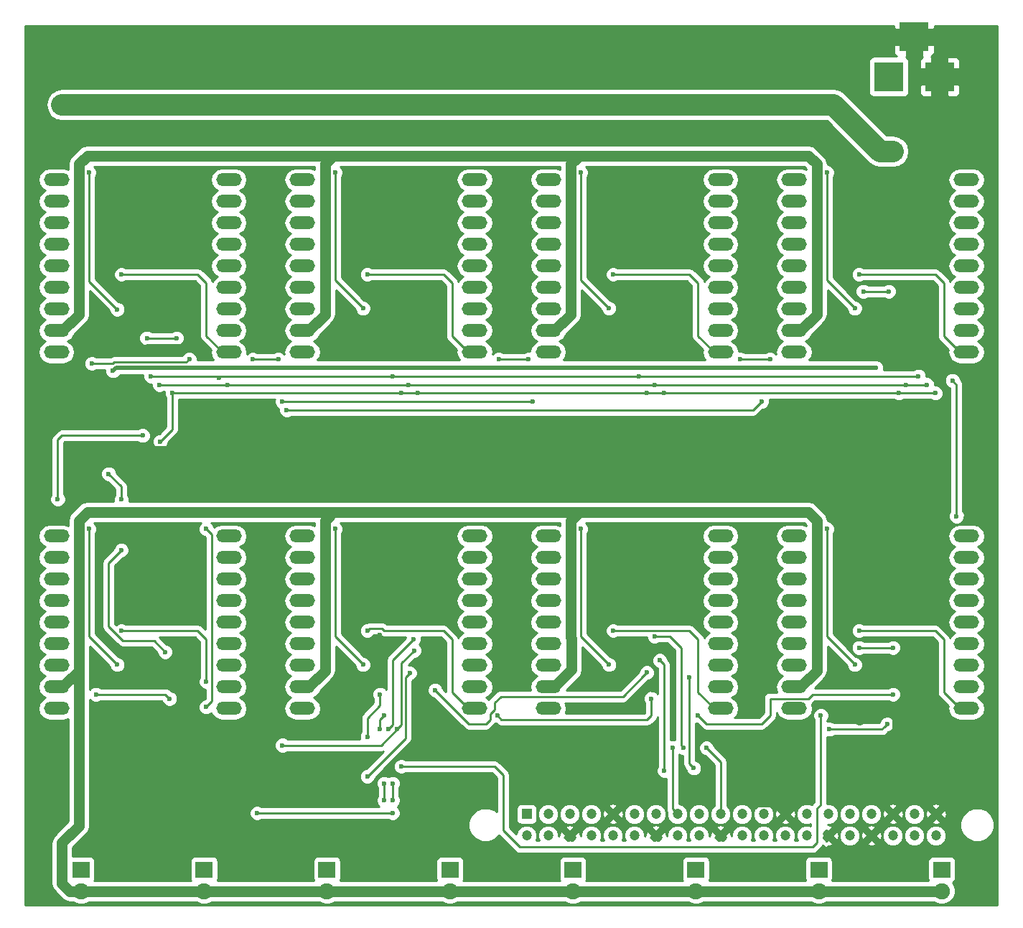
<source format=gbl>
G04 #@! TF.FileFunction,Copper,L2,Bot,Signal*
%FSLAX46Y46*%
G04 Gerber Fmt 4.6, Leading zero omitted, Abs format (unit mm)*
G04 Created by KiCad (PCBNEW 4.0.2+dfsg1-stable) date So 05 Mär 2017 23:49:52 CET*
%MOMM*%
G01*
G04 APERTURE LIST*
%ADD10C,0.100000*%
%ADD11O,3.000000X1.500000*%
%ADD12R,3.500120X3.500120*%
%ADD13R,2.000000X1.900000*%
%ADD14C,1.900000*%
%ADD15C,1.200000*%
%ADD16R,1.200000X1.200000*%
%ADD17C,0.600000*%
%ADD18C,0.254000*%
%ADD19C,1.270000*%
%ADD20C,0.508000*%
%ADD21C,2.540000*%
G04 APERTURE END LIST*
D10*
D11*
X191340000Y-68840000D03*
X211660000Y-68840000D03*
X191340000Y-71380000D03*
X211660000Y-71380000D03*
X191340000Y-73920000D03*
X211660000Y-73920000D03*
X191340000Y-76460000D03*
X211660000Y-76460000D03*
X191340000Y-79000000D03*
X211660000Y-79000000D03*
X191340000Y-81540000D03*
X211660000Y-81540000D03*
X191340000Y-84080000D03*
X211660000Y-84080000D03*
X191340000Y-86620000D03*
X211660000Y-86620000D03*
X191340000Y-89160000D03*
X211660000Y-89160000D03*
D12*
X202500260Y-56699000D03*
X208499740Y-56699000D03*
X205500000Y-52000000D03*
D13*
X107250000Y-150149800D03*
D14*
X107250000Y-152689800D03*
D13*
X121749999Y-150149800D03*
D14*
X121749999Y-152689800D03*
D13*
X136249998Y-150149800D03*
D14*
X136249998Y-152689800D03*
D13*
X150749997Y-150149800D03*
D14*
X150749997Y-152689800D03*
D13*
X165249996Y-150149800D03*
D14*
X165249996Y-152689800D03*
D13*
X179749995Y-150149800D03*
D14*
X179749995Y-152689800D03*
D13*
X194249994Y-150149800D03*
D14*
X194249994Y-152689800D03*
D13*
X208749993Y-150149800D03*
D14*
X208749993Y-152689800D03*
D15*
X159802800Y-146149800D03*
D16*
X159802800Y-143609800D03*
D15*
X162342800Y-146149800D03*
X162342800Y-143609800D03*
X164882800Y-146149800D03*
X164882800Y-143609800D03*
X167422800Y-146149800D03*
X167422800Y-143609800D03*
X169962800Y-146149800D03*
X169962800Y-143609800D03*
X172502800Y-146149800D03*
X172502800Y-143609800D03*
X175042800Y-146149800D03*
X175042800Y-143609800D03*
X177582800Y-146149800D03*
X177582800Y-143609800D03*
X180122800Y-146149800D03*
X180122800Y-143609800D03*
X182662800Y-146149800D03*
X182662800Y-143609800D03*
X185202800Y-146149800D03*
X185202800Y-143609800D03*
X187742800Y-146149800D03*
X187742800Y-143609800D03*
X190282800Y-146149800D03*
X190282800Y-143609800D03*
X192822800Y-146149800D03*
X192822800Y-143609800D03*
X195362800Y-146149800D03*
X195362800Y-143609800D03*
X197902800Y-146149800D03*
X197902800Y-143609800D03*
X200442800Y-146149800D03*
X200442800Y-143609800D03*
X202982800Y-146149800D03*
X202982800Y-143609800D03*
X205522800Y-146149800D03*
X205522800Y-143609800D03*
X208062800Y-146149800D03*
X208062800Y-143609800D03*
D11*
X133340000Y-68840000D03*
X153660000Y-68840000D03*
X133340000Y-71380000D03*
X153660000Y-71380000D03*
X133340000Y-73920000D03*
X153660000Y-73920000D03*
X133340000Y-76460000D03*
X153660000Y-76460000D03*
X133340000Y-79000000D03*
X153660000Y-79000000D03*
X133340000Y-81540000D03*
X153660000Y-81540000D03*
X133340000Y-84080000D03*
X153660000Y-84080000D03*
X133340000Y-86620000D03*
X153660000Y-86620000D03*
X133340000Y-89160000D03*
X153660000Y-89160000D03*
X191340000Y-110840000D03*
X211660000Y-110840000D03*
X191340000Y-113380000D03*
X211660000Y-113380000D03*
X191340000Y-115920000D03*
X211660000Y-115920000D03*
X191340000Y-118460000D03*
X211660000Y-118460000D03*
X191340000Y-121000000D03*
X211660000Y-121000000D03*
X191340000Y-123540000D03*
X211660000Y-123540000D03*
X191340000Y-126080000D03*
X211660000Y-126080000D03*
X191340000Y-128620000D03*
X211660000Y-128620000D03*
X191340000Y-131160000D03*
X211660000Y-131160000D03*
X162340000Y-110840000D03*
X182660000Y-110840000D03*
X162340000Y-113380000D03*
X182660000Y-113380000D03*
X162340000Y-115920000D03*
X182660000Y-115920000D03*
X162340000Y-118460000D03*
X182660000Y-118460000D03*
X162340000Y-121000000D03*
X182660000Y-121000000D03*
X162340000Y-123540000D03*
X182660000Y-123540000D03*
X162340000Y-126080000D03*
X182660000Y-126080000D03*
X162340000Y-128620000D03*
X182660000Y-128620000D03*
X162340000Y-131160000D03*
X182660000Y-131160000D03*
X133340000Y-110840000D03*
X153660000Y-110840000D03*
X133340000Y-113380000D03*
X153660000Y-113380000D03*
X133340000Y-115920000D03*
X153660000Y-115920000D03*
X133340000Y-118460000D03*
X153660000Y-118460000D03*
X133340000Y-121000000D03*
X153660000Y-121000000D03*
X133340000Y-123540000D03*
X153660000Y-123540000D03*
X133340000Y-126080000D03*
X153660000Y-126080000D03*
X133340000Y-128620000D03*
X153660000Y-128620000D03*
X133340000Y-131160000D03*
X153660000Y-131160000D03*
X104340000Y-110840000D03*
X124660000Y-110840000D03*
X104340000Y-113380000D03*
X124660000Y-113380000D03*
X104340000Y-115920000D03*
X124660000Y-115920000D03*
X104340000Y-118460000D03*
X124660000Y-118460000D03*
X104340000Y-121000000D03*
X124660000Y-121000000D03*
X104340000Y-123540000D03*
X124660000Y-123540000D03*
X104340000Y-126080000D03*
X124660000Y-126080000D03*
X104340000Y-128620000D03*
X124660000Y-128620000D03*
X104340000Y-131160000D03*
X124660000Y-131160000D03*
X104340000Y-68840000D03*
X124660000Y-68840000D03*
X104340000Y-71380000D03*
X124660000Y-71380000D03*
X104340000Y-73920000D03*
X124660000Y-73920000D03*
X104340000Y-76460000D03*
X124660000Y-76460000D03*
X104340000Y-79000000D03*
X124660000Y-79000000D03*
X104340000Y-81540000D03*
X124660000Y-81540000D03*
X104340000Y-84080000D03*
X124660000Y-84080000D03*
X104340000Y-86620000D03*
X124660000Y-86620000D03*
X104340000Y-89160000D03*
X124660000Y-89160000D03*
X162340000Y-68840000D03*
X182660000Y-68840000D03*
X162340000Y-71380000D03*
X182660000Y-71380000D03*
X162340000Y-73920000D03*
X182660000Y-73920000D03*
X162340000Y-76460000D03*
X182660000Y-76460000D03*
X162340000Y-79000000D03*
X182660000Y-79000000D03*
X162340000Y-81540000D03*
X182660000Y-81540000D03*
X162340000Y-84080000D03*
X182660000Y-84080000D03*
X162340000Y-86620000D03*
X182660000Y-86620000D03*
X162340000Y-89160000D03*
X182660000Y-89160000D03*
D17*
X131500000Y-96000000D03*
X187500000Y-95000000D03*
X160000000Y-66000000D03*
X156000000Y-66000000D03*
X160000000Y-108000000D03*
X158000000Y-108000000D03*
X156000000Y-108000000D03*
X158000000Y-66000000D03*
X198999144Y-80000856D03*
X131000000Y-95000000D03*
X160500000Y-95000000D03*
X170000000Y-80000000D03*
X141000000Y-80000000D03*
X120000000Y-90000000D03*
X108500000Y-90500000D03*
X112000000Y-80000000D03*
X108992990Y-129500000D03*
X117681010Y-130000000D03*
X122000000Y-128000000D03*
X112000000Y-122000000D03*
X141000000Y-122000000D03*
X143000000Y-132000000D03*
X142500000Y-133617009D03*
X170000000Y-122000000D03*
X156318990Y-132000000D03*
X174500000Y-130000000D03*
X141000000Y-134500000D03*
X142500000Y-129500000D03*
X199000000Y-122000000D03*
X168000000Y-91000000D03*
X139000000Y-91000000D03*
X111000000Y-91383000D03*
X201000000Y-91000000D03*
X197000000Y-104000000D03*
X201000000Y-104000000D03*
X206000000Y-63500000D03*
X206000000Y-68000000D03*
X171000000Y-133500000D03*
X172000000Y-131000000D03*
X174000000Y-128500000D03*
X142500000Y-125000000D03*
X146500000Y-128000000D03*
X147500000Y-134000000D03*
X122000000Y-100500000D03*
X118000000Y-88500000D03*
X109500000Y-101500000D03*
X114500000Y-89000000D03*
X120000000Y-88500000D03*
X119500000Y-100500000D03*
X208000000Y-86000000D03*
X199500000Y-86500000D03*
X148000000Y-87500000D03*
X142000000Y-87000000D03*
X177500000Y-87000000D03*
X171000000Y-87000000D03*
X142500000Y-122500000D03*
X141500000Y-127500000D03*
X113000000Y-136500000D03*
X113000000Y-143500000D03*
X121000000Y-133500000D03*
X121000000Y-139000000D03*
X186500000Y-142500000D03*
X175500000Y-142000000D03*
X171500000Y-142000000D03*
X203500000Y-138000000D03*
X203500000Y-131000000D03*
X203500000Y-131000000D03*
X203500000Y-131000000D03*
X199000000Y-132500000D03*
X107825000Y-60000000D03*
X153000000Y-60000000D03*
X155000000Y-60000000D03*
X105000000Y-60000000D03*
X203000000Y-65500000D03*
X201500000Y-65500000D03*
X116600134Y-99691980D03*
X131000000Y-135500000D03*
X203681010Y-94000000D03*
X118000000Y-94000000D03*
X146500000Y-124328500D03*
X144500000Y-133617009D03*
X176000000Y-94000000D03*
X147000000Y-94000000D03*
X145000000Y-94000000D03*
X174000000Y-94000000D03*
X179500000Y-138189010D03*
X179000000Y-127500000D03*
X208000000Y-94000000D03*
X204500000Y-93000000D03*
X145872990Y-93000000D03*
X174872990Y-93000000D03*
X116500000Y-93000000D03*
X143500000Y-133617009D03*
X124500000Y-93000000D03*
X178318990Y-135810990D03*
X146441500Y-123000000D03*
X207000000Y-93000000D03*
X174872990Y-122681010D03*
X123500000Y-92181020D03*
X143000000Y-140000000D03*
X143000000Y-142000000D03*
X173000000Y-92000000D03*
X203000000Y-124000000D03*
X144000000Y-92000000D03*
X176000000Y-138500000D03*
X199000000Y-124000000D03*
X115500000Y-92000000D03*
X202500000Y-82000000D03*
X199500000Y-82000000D03*
X175500000Y-125500000D03*
X206000000Y-92000000D03*
X177000000Y-135810990D03*
X181000000Y-135810990D03*
X198500000Y-84000000D03*
X195189010Y-68000000D03*
X166189010Y-68000000D03*
X169500000Y-84000000D03*
X140500000Y-84000000D03*
X137189010Y-68000000D03*
X111500000Y-84126020D03*
X108189010Y-68000000D03*
X108189010Y-110000000D03*
X111500000Y-126000000D03*
X137189010Y-110000000D03*
X140500000Y-126000000D03*
X166189010Y-110000000D03*
X169500000Y-126000000D03*
X195189010Y-110000000D03*
X198500000Y-126000000D03*
X128000000Y-143500000D03*
X144000000Y-143500000D03*
X202310980Y-133000000D03*
X210000000Y-92500000D03*
X210500000Y-108500000D03*
X195500000Y-133617009D03*
X188500000Y-90000000D03*
X185000000Y-90000000D03*
X130500000Y-90000000D03*
X127500000Y-90000000D03*
X115000000Y-87500000D03*
X118500000Y-87500000D03*
X122000000Y-110000000D03*
X122000000Y-131000000D03*
X146000000Y-127000000D03*
X141000000Y-139181010D03*
X173968254Y-126936508D03*
X149000000Y-129000000D03*
X180000000Y-132000000D03*
X203000000Y-129500000D03*
X145000000Y-138000000D03*
X194500000Y-132000000D03*
X104500000Y-106500000D03*
X114500000Y-99000000D03*
X160000000Y-90000000D03*
X156500000Y-90000000D03*
X144000000Y-139992118D03*
X117164990Y-124500000D03*
X110500000Y-103500000D03*
X112000000Y-106500000D03*
X112000000Y-112500000D03*
X144000000Y-142000000D03*
D18*
X187500000Y-95000000D02*
X186500000Y-96000000D01*
X186500000Y-96000000D02*
X131500000Y-96000000D01*
D19*
X165000009Y-108999991D02*
X166000000Y-108000000D01*
X162340000Y-128620000D02*
X163090000Y-128620000D01*
X163090000Y-128620000D02*
X165110000Y-126600000D01*
X165110000Y-126600000D02*
X165110000Y-122890000D01*
X165110000Y-122890000D02*
X165000009Y-122780009D01*
X165000009Y-122780009D02*
X165000009Y-108999991D01*
X194249994Y-152689800D02*
X208749993Y-152689800D01*
X179749995Y-152689800D02*
X194249994Y-152689800D01*
X165249996Y-152689800D02*
X179749995Y-152689800D01*
X150749997Y-152689800D02*
X165249996Y-152689800D01*
X136249998Y-152689800D02*
X150749997Y-152689800D01*
X121749999Y-152689800D02*
X136249998Y-152689800D01*
X107250000Y-152689800D02*
X121749999Y-152689800D01*
X107000000Y-126710000D02*
X107000000Y-145000000D01*
X105000000Y-151783302D02*
X105906498Y-152689800D01*
X107000000Y-145000000D02*
X105000000Y-147000000D01*
X105000000Y-147000000D02*
X105000000Y-151783302D01*
X105906498Y-152689800D02*
X107250000Y-152689800D01*
X136000000Y-67000000D02*
X137000000Y-66000000D01*
X136000000Y-84710000D02*
X136000000Y-67000000D01*
X133340000Y-86620000D02*
X134090000Y-86620000D01*
X134090000Y-86620000D02*
X136000000Y-84710000D01*
X134090000Y-86620000D02*
X133340000Y-86620000D01*
X158000000Y-66000000D02*
X160000000Y-66000000D01*
X160000000Y-66000000D02*
X166000000Y-66000000D01*
X137000000Y-66000000D02*
X156000000Y-66000000D01*
X156000000Y-66000000D02*
X158000000Y-66000000D01*
X166000000Y-108000000D02*
X160000000Y-108000000D01*
X160000000Y-108000000D02*
X158000000Y-108000000D01*
X158000000Y-108000000D02*
X156000000Y-108000000D01*
X156000000Y-108000000D02*
X137000000Y-108000000D01*
X193000000Y-108000000D02*
X166000000Y-108000000D01*
X137000000Y-108000000D02*
X108000000Y-108000000D01*
X136000000Y-126710000D02*
X136000000Y-109000000D01*
X136000000Y-109000000D02*
X137000000Y-108000000D01*
X134090000Y-128620000D02*
X136000000Y-126710000D01*
X108000000Y-66000000D02*
X137000000Y-66000000D01*
X136000000Y-67000000D02*
X137000000Y-66000000D01*
X133340000Y-86620000D02*
X133791542Y-86620000D01*
X165000000Y-67000000D02*
X166000000Y-66000000D01*
X166000000Y-66000000D02*
X193000000Y-66000000D01*
X165000000Y-84710000D02*
X165000000Y-67000000D01*
X163090000Y-86620000D02*
X165000000Y-84710000D01*
X163090000Y-86620000D02*
X162340000Y-86620000D01*
X134090000Y-128620000D02*
X133340000Y-128620000D01*
X104340000Y-86620000D02*
X105090000Y-86620000D01*
X105090000Y-86620000D02*
X107000000Y-84710000D01*
X107000000Y-84710000D02*
X107000000Y-67000000D01*
X107000000Y-67000000D02*
X108000000Y-66000000D01*
X193000000Y-66000000D02*
X194000000Y-67000000D01*
X194000000Y-67000000D02*
X194000000Y-84710000D01*
X194000000Y-84710000D02*
X192090000Y-86620000D01*
X191340000Y-128620000D02*
X192090000Y-128620000D01*
X192090000Y-128620000D02*
X194000000Y-126710000D01*
X194000000Y-126710000D02*
X194000000Y-109000000D01*
X194000000Y-109000000D02*
X193000000Y-108000000D01*
X108000000Y-108000000D02*
X107000000Y-109000000D01*
X107000000Y-109000000D02*
X107000000Y-126710000D01*
X107000000Y-126710000D02*
X105090000Y-128620000D01*
X105090000Y-128620000D02*
X104340000Y-128620000D01*
D18*
X198999144Y-80000856D02*
X207999144Y-80000856D01*
X207999144Y-80000856D02*
X208000000Y-80000000D01*
X209000000Y-81000000D02*
X208000000Y-80000000D01*
X209000000Y-87250000D02*
X209000000Y-81000000D01*
X211660000Y-89160000D02*
X210910000Y-89160000D01*
X210910000Y-89160000D02*
X209000000Y-87250000D01*
X160500000Y-95000000D02*
X131000000Y-95000000D01*
X180000000Y-81000000D02*
X179000000Y-80000000D01*
X179000000Y-80000000D02*
X170000000Y-80000000D01*
X180000000Y-87250000D02*
X180000000Y-81000000D01*
X182660000Y-89160000D02*
X181910000Y-89160000D01*
X181910000Y-89160000D02*
X180000000Y-87250000D01*
X151000000Y-87250000D02*
X151000000Y-81000000D01*
X153660000Y-89160000D02*
X152910000Y-89160000D01*
X152910000Y-89160000D02*
X151000000Y-87250000D01*
X151000000Y-81000000D02*
X150000000Y-80000000D01*
X150000000Y-80000000D02*
X141000000Y-80000000D01*
X153660000Y-89160000D02*
X153660000Y-88893122D01*
X111119971Y-90364990D02*
X119635010Y-90364990D01*
X119635010Y-90364990D02*
X120000000Y-90000000D01*
X108500000Y-90500000D02*
X110984961Y-90500000D01*
X110984961Y-90500000D02*
X111119971Y-90364990D01*
X121000000Y-80000000D02*
X112000000Y-80000000D01*
X122000000Y-81000000D02*
X121000000Y-80000000D01*
X122000000Y-87250000D02*
X122000000Y-81000000D01*
X124660000Y-89160000D02*
X123910000Y-89160000D01*
X123910000Y-89160000D02*
X122000000Y-87250000D01*
X117181010Y-129500000D02*
X108992990Y-129500000D01*
X117681010Y-130000000D02*
X117181010Y-129500000D01*
X104340000Y-126080000D02*
X103590000Y-126080000D01*
X122000000Y-123000000D02*
X122000000Y-128000000D01*
X124660000Y-131160000D02*
X123910000Y-131160000D01*
X122000000Y-123000000D02*
X121000000Y-122000000D01*
X121000000Y-122000000D02*
X112000000Y-122000000D01*
X124660000Y-131160000D02*
X124660000Y-130893122D01*
X141299999Y-121700001D02*
X141000000Y-122000000D01*
X142707885Y-121700001D02*
X141299999Y-121700001D01*
X143007884Y-122000000D02*
X142707885Y-121700001D01*
X151000000Y-123000000D02*
X150000000Y-122000000D01*
X151000000Y-129250000D02*
X151000000Y-123000000D01*
X152910000Y-131160000D02*
X151000000Y-129250000D01*
X150000000Y-122000000D02*
X143007884Y-122000000D01*
X153660000Y-131160000D02*
X152910000Y-131160000D01*
X142500000Y-132500000D02*
X143000000Y-132000000D01*
X142500000Y-133617009D02*
X142500000Y-132500000D01*
X180000000Y-123000000D02*
X179000000Y-122000000D01*
X179000000Y-122000000D02*
X170000000Y-122000000D01*
X180000000Y-129250000D02*
X180000000Y-123000000D01*
X182660000Y-131160000D02*
X181910000Y-131160000D01*
X181910000Y-131160000D02*
X180000000Y-129250000D01*
X174000000Y-132500000D02*
X156818990Y-132500000D01*
X156318990Y-132000000D02*
X156818990Y-132500000D01*
X174500000Y-132000000D02*
X174000000Y-132500000D01*
X174500000Y-130000000D02*
X174500000Y-132000000D01*
X142500000Y-130818990D02*
X142500000Y-129500000D01*
X141000000Y-132318990D02*
X142500000Y-130818990D01*
X141000000Y-134500000D02*
X141000000Y-132318990D01*
X209000000Y-123000000D02*
X208000000Y-122000000D01*
X208000000Y-122000000D02*
X199000000Y-122000000D01*
X209000000Y-129250000D02*
X209000000Y-123000000D01*
X211660000Y-131160000D02*
X210910000Y-131160000D01*
X210910000Y-131160000D02*
X209000000Y-129250000D01*
D20*
X201000000Y-91000000D02*
X168000000Y-91000000D01*
X168000000Y-91000000D02*
X139000000Y-91000000D01*
X139000000Y-91000000D02*
X111383000Y-91000000D01*
X111383000Y-91000000D02*
X111000000Y-91383000D01*
X201000000Y-104000000D02*
X197000000Y-104000000D01*
X206000000Y-68000000D02*
X206000000Y-63500000D01*
X171000000Y-133500000D02*
X171500000Y-134000000D01*
X171500000Y-134000000D02*
X171500000Y-142000000D01*
X174000000Y-128500000D02*
X174000000Y-129000000D01*
X174000000Y-129000000D02*
X172000000Y-131000000D01*
X142500000Y-126500000D02*
X142500000Y-125000000D01*
X142500000Y-125000000D02*
X142500000Y-122500000D01*
X147500000Y-134000000D02*
X146500000Y-133000000D01*
X146500000Y-133000000D02*
X146500000Y-128000000D01*
X119500000Y-100500000D02*
X122000000Y-100500000D01*
X120000000Y-88500000D02*
X118000000Y-88500000D01*
X118000000Y-88500000D02*
X115000000Y-88500000D01*
X109500000Y-101500000D02*
X110500000Y-100500000D01*
X110500000Y-100500000D02*
X119500000Y-100500000D01*
X115000000Y-88500000D02*
X114500000Y-89000000D01*
X199500000Y-86500000D02*
X200000000Y-86000000D01*
X200000000Y-86000000D02*
X208000000Y-86000000D01*
X142000000Y-87000000D02*
X142500000Y-87500000D01*
X142500000Y-87500000D02*
X148000000Y-87500000D01*
X171500000Y-87500000D02*
X177000000Y-87500000D01*
X177000000Y-87500000D02*
X177500000Y-87000000D01*
X171000000Y-87000000D02*
X171500000Y-87500000D01*
X141500000Y-127500000D02*
X142500000Y-126500000D01*
D21*
X121000000Y-139000000D02*
X121000000Y-133500000D01*
X113000000Y-143500000D02*
X113000000Y-136500000D01*
D19*
X190282800Y-142282800D02*
X190120799Y-142120799D01*
X190120799Y-142120799D02*
X186879201Y-142120799D01*
X186879201Y-142120799D02*
X186500000Y-142500000D01*
X190282800Y-143609800D02*
X190282800Y-142282800D01*
D20*
X171500000Y-142000000D02*
X175500000Y-142000000D01*
D19*
X203500000Y-131000000D02*
X203500000Y-138000000D01*
X199000000Y-132500000D02*
X200500000Y-131000000D01*
X200500000Y-131000000D02*
X203500000Y-131000000D01*
D21*
X155000000Y-60000000D02*
X153000000Y-60000000D01*
X153000000Y-60000000D02*
X105000000Y-60000000D01*
X196000000Y-60000000D02*
X155000000Y-60000000D01*
X201500000Y-65500000D02*
X196000000Y-60000000D01*
X201500000Y-65500000D02*
X203000000Y-65500000D01*
D18*
X116900133Y-99391981D02*
X116600134Y-99691980D01*
X118000000Y-94000000D02*
X118000000Y-98292114D01*
X118000000Y-98292114D02*
X116900133Y-99391981D01*
X131000000Y-135500000D02*
X142617009Y-135500000D01*
X142617009Y-135500000D02*
X144500000Y-133617009D01*
X208000000Y-94000000D02*
X203681010Y-94000000D01*
X203681010Y-94000000D02*
X176000000Y-94000000D01*
X145000000Y-94000000D02*
X118000000Y-94000000D01*
X145000000Y-133117009D02*
X145000000Y-125828500D01*
X145000000Y-125828500D02*
X146500000Y-124328500D01*
X144500000Y-133617009D02*
X145000000Y-133117009D01*
X176000000Y-94000000D02*
X174000000Y-94000000D01*
X174000000Y-94000000D02*
X147000000Y-94000000D01*
X147000000Y-94000000D02*
X145000000Y-94000000D01*
X179500000Y-138189010D02*
X179000000Y-137689010D01*
X179000000Y-137689010D02*
X179000000Y-127500000D01*
X124500000Y-93000000D02*
X116500000Y-93000000D01*
X204500000Y-93000000D02*
X207000000Y-93000000D01*
X174872990Y-93000000D02*
X145872990Y-93000000D01*
X145872990Y-93000000D02*
X124500000Y-93000000D01*
X207000000Y-93000000D02*
X174872990Y-93000000D01*
X144000000Y-133117009D02*
X144000000Y-125441500D01*
X143500000Y-133617009D02*
X144000000Y-133117009D01*
X144000000Y-125441500D02*
X146441500Y-123000000D01*
X178008000Y-135500000D02*
X178008000Y-124008000D01*
X178008000Y-124008000D02*
X176681010Y-122681010D01*
X176681010Y-122681010D02*
X174872990Y-122681010D01*
X178318990Y-135810990D02*
X178008000Y-135500000D01*
X175799999Y-125799999D02*
X175500000Y-125500000D01*
X176000000Y-126000000D02*
X175799999Y-125799999D01*
X176000000Y-138500000D02*
X176000000Y-126000000D01*
X123318980Y-92000000D02*
X123500000Y-92181020D01*
X115500000Y-92000000D02*
X123318980Y-92000000D01*
X144000000Y-92000000D02*
X123681020Y-92000000D01*
X123681020Y-92000000D02*
X123500000Y-92181020D01*
X143000000Y-142000000D02*
X143000000Y-140000000D01*
X206000000Y-92000000D02*
X173000000Y-92000000D01*
X173000000Y-92000000D02*
X144000000Y-92000000D01*
X199000000Y-124000000D02*
X203000000Y-124000000D01*
X199500000Y-82000000D02*
X202500000Y-82000000D01*
X177000000Y-135810990D02*
X177000000Y-143027000D01*
X177000000Y-143027000D02*
X177582800Y-143609800D01*
X181000000Y-135810990D02*
X182662800Y-137473790D01*
X182662800Y-137473790D02*
X182662800Y-143609800D01*
X198500000Y-84000000D02*
X195189010Y-80689010D01*
X195189010Y-80689010D02*
X195189010Y-68000000D01*
X169500000Y-84000000D02*
X166189010Y-80689010D01*
X166189010Y-80689010D02*
X166189010Y-68000000D01*
X140500000Y-84000000D02*
X137189010Y-80689010D01*
X137189010Y-80689010D02*
X137189010Y-68000000D01*
X108189010Y-80815030D02*
X111500000Y-84126020D01*
X108189010Y-68000000D02*
X108189010Y-80815030D01*
X111500000Y-126000000D02*
X108189010Y-122689010D01*
X108189010Y-122689010D02*
X108189010Y-110000000D01*
X140500000Y-126000000D02*
X137189010Y-122689010D01*
X137189010Y-122689010D02*
X137189010Y-110000000D01*
X169500000Y-126000000D02*
X166189010Y-122689010D01*
X166189010Y-122689010D02*
X166189010Y-110000000D01*
X198500000Y-126000000D02*
X195189010Y-122689010D01*
X195189010Y-122689010D02*
X195189010Y-110000000D01*
X144000000Y-143500000D02*
X128000000Y-143500000D01*
X202010981Y-133299999D02*
X202310980Y-133000000D01*
X195500000Y-133617009D02*
X201693971Y-133617009D01*
X201693971Y-133617009D02*
X202010981Y-133299999D01*
X210500000Y-108500000D02*
X210500000Y-93000000D01*
X210500000Y-93000000D02*
X210000000Y-92500000D01*
X185000000Y-90000000D02*
X188500000Y-90000000D01*
X127500000Y-90000000D02*
X130500000Y-90000000D01*
X118500000Y-87500000D02*
X115000000Y-87500000D01*
X122000000Y-131000000D02*
X122681001Y-130318999D01*
X122681001Y-130318999D02*
X122681001Y-110681001D01*
X122681001Y-110681001D02*
X122000000Y-110000000D01*
X145508010Y-127491990D02*
X146000000Y-127000000D01*
X141000000Y-139181010D02*
X145508010Y-134673000D01*
X145508010Y-134673000D02*
X145508010Y-127491990D01*
X155500000Y-132500000D02*
X155500000Y-131818999D01*
X155500000Y-131818999D02*
X156000000Y-131318999D01*
X171153752Y-129751010D02*
X173668255Y-127236507D01*
X156741108Y-129751010D02*
X171153752Y-129751010D01*
X153000000Y-133000000D02*
X155000000Y-133000000D01*
X155000000Y-133000000D02*
X155500000Y-132500000D01*
X156000000Y-130492118D02*
X156741108Y-129751010D01*
X156000000Y-131318999D02*
X156000000Y-130492118D01*
X149000000Y-129000000D02*
X153000000Y-133000000D01*
X173668255Y-127236507D02*
X173968254Y-126936508D01*
X187500000Y-133000000D02*
X181000000Y-133000000D01*
X181000000Y-133000000D02*
X180000000Y-132000000D01*
X188500000Y-132000000D02*
X187500000Y-133000000D01*
X188500000Y-130000000D02*
X188500000Y-132000000D01*
X193000000Y-130000000D02*
X188500000Y-130000000D01*
X193500000Y-129500000D02*
X193000000Y-130000000D01*
X203000000Y-129500000D02*
X193500000Y-129500000D01*
X159000000Y-147500000D02*
X157000000Y-145500000D01*
X193500000Y-147500000D02*
X159000000Y-147500000D01*
X194000000Y-147000000D02*
X193500000Y-147500000D01*
X194000000Y-143000000D02*
X194000000Y-147000000D01*
X156000000Y-138000000D02*
X145000000Y-138000000D01*
X194500000Y-132000000D02*
X194500000Y-142500000D01*
X194500000Y-142500000D02*
X194000000Y-143000000D01*
X157000000Y-139000000D02*
X156000000Y-138000000D01*
X157000000Y-145500000D02*
X157000000Y-139000000D01*
X105000000Y-99000000D02*
X104500000Y-99500000D01*
X104500000Y-99500000D02*
X104500000Y-106500000D01*
X114500000Y-99000000D02*
X105000000Y-99000000D01*
X156500000Y-90000000D02*
X160000000Y-90000000D01*
X117164990Y-124500000D02*
X115853873Y-123188883D01*
X115853873Y-123188883D02*
X112181001Y-123188883D01*
X112000000Y-106500000D02*
X112000000Y-105000000D01*
X112000000Y-105000000D02*
X110500000Y-103500000D01*
X110500000Y-114000000D02*
X112000000Y-112500000D01*
X110500000Y-121507882D02*
X110500000Y-114000000D01*
X112181001Y-123188883D02*
X110500000Y-121507882D01*
X144000000Y-142000000D02*
X144000000Y-139992118D01*
G36*
X203114940Y-50966220D02*
X203273690Y-51124970D01*
X204624970Y-51124970D01*
X204624970Y-51091000D01*
X206375030Y-51091000D01*
X206375030Y-51124970D01*
X207726310Y-51124970D01*
X207885060Y-50966220D01*
X207885060Y-50685000D01*
X215315000Y-50685000D01*
X215315000Y-154315000D01*
X100685000Y-154315000D01*
X100685000Y-110840000D01*
X102163173Y-110840000D01*
X102268600Y-111370017D01*
X102568830Y-111819343D01*
X103003829Y-112110000D01*
X102568830Y-112400657D01*
X102268600Y-112849983D01*
X102163173Y-113380000D01*
X102268600Y-113910017D01*
X102568830Y-114359343D01*
X103003829Y-114650000D01*
X102568830Y-114940657D01*
X102268600Y-115389983D01*
X102163173Y-115920000D01*
X102268600Y-116450017D01*
X102568830Y-116899343D01*
X103003829Y-117190000D01*
X102568830Y-117480657D01*
X102268600Y-117929983D01*
X102163173Y-118460000D01*
X102268600Y-118990017D01*
X102568830Y-119439343D01*
X103003829Y-119730000D01*
X102568830Y-120020657D01*
X102268600Y-120469983D01*
X102163173Y-121000000D01*
X102268600Y-121530017D01*
X102568830Y-121979343D01*
X103003829Y-122270000D01*
X102568830Y-122560657D01*
X102268600Y-123009983D01*
X102163173Y-123540000D01*
X102268600Y-124070017D01*
X102568830Y-124519343D01*
X103003829Y-124810000D01*
X102568830Y-125100657D01*
X102268600Y-125549983D01*
X102163173Y-126080000D01*
X102268600Y-126610017D01*
X102568830Y-127059343D01*
X103003829Y-127350000D01*
X102568830Y-127640657D01*
X102268600Y-128089983D01*
X102163173Y-128620000D01*
X102268600Y-129150017D01*
X102568830Y-129599343D01*
X103003829Y-129890000D01*
X102568830Y-130180657D01*
X102268600Y-130629983D01*
X102163173Y-131160000D01*
X102268600Y-131690017D01*
X102568830Y-132139343D01*
X103018156Y-132439573D01*
X103548173Y-132545000D01*
X105131827Y-132545000D01*
X105661844Y-132439573D01*
X105730000Y-132394033D01*
X105730000Y-144473948D01*
X104101974Y-146101974D01*
X103826673Y-146513992D01*
X103729999Y-147000000D01*
X103730000Y-147000005D01*
X103730000Y-151783297D01*
X103729999Y-151783302D01*
X103826673Y-152269310D01*
X104101974Y-152681328D01*
X105008470Y-153587823D01*
X105008472Y-153587826D01*
X105420490Y-153863127D01*
X105906498Y-153959801D01*
X105906503Y-153959800D01*
X106278210Y-153959800D01*
X106350997Y-154032714D01*
X106933341Y-154274524D01*
X107563893Y-154275075D01*
X108146657Y-154034281D01*
X108221268Y-153959800D01*
X120778209Y-153959800D01*
X120850996Y-154032714D01*
X121433340Y-154274524D01*
X122063892Y-154275075D01*
X122646656Y-154034281D01*
X122721267Y-153959800D01*
X135278208Y-153959800D01*
X135350995Y-154032714D01*
X135933339Y-154274524D01*
X136563891Y-154275075D01*
X137146655Y-154034281D01*
X137221266Y-153959800D01*
X149778207Y-153959800D01*
X149850994Y-154032714D01*
X150433338Y-154274524D01*
X151063890Y-154275075D01*
X151646654Y-154034281D01*
X151721265Y-153959800D01*
X164278206Y-153959800D01*
X164350993Y-154032714D01*
X164933337Y-154274524D01*
X165563889Y-154275075D01*
X166146653Y-154034281D01*
X166221264Y-153959800D01*
X178778205Y-153959800D01*
X178850992Y-154032714D01*
X179433336Y-154274524D01*
X180063888Y-154275075D01*
X180646652Y-154034281D01*
X180721263Y-153959800D01*
X193278204Y-153959800D01*
X193350991Y-154032714D01*
X193933335Y-154274524D01*
X194563887Y-154275075D01*
X195146651Y-154034281D01*
X195221262Y-153959800D01*
X207778203Y-153959800D01*
X207850990Y-154032714D01*
X208433334Y-154274524D01*
X209063886Y-154275075D01*
X209646650Y-154034281D01*
X210092907Y-153588803D01*
X210334717Y-153006459D01*
X210335268Y-152375907D01*
X210094474Y-151793143D01*
X209996964Y-151695463D01*
X210201434Y-151563890D01*
X210346424Y-151351690D01*
X210397433Y-151099800D01*
X210397433Y-149199800D01*
X210353155Y-148964483D01*
X210214083Y-148748359D01*
X210001883Y-148603369D01*
X209749993Y-148552360D01*
X207749993Y-148552360D01*
X207514676Y-148596638D01*
X207298552Y-148735710D01*
X207153562Y-148947910D01*
X207102553Y-149199800D01*
X207102553Y-151099800D01*
X207146831Y-151335117D01*
X207201323Y-151419800D01*
X195799887Y-151419800D01*
X195846425Y-151351690D01*
X195897434Y-151099800D01*
X195897434Y-149199800D01*
X195853156Y-148964483D01*
X195714084Y-148748359D01*
X195501884Y-148603369D01*
X195249994Y-148552360D01*
X193249994Y-148552360D01*
X193014677Y-148596638D01*
X192798553Y-148735710D01*
X192653563Y-148947910D01*
X192602554Y-149199800D01*
X192602554Y-151099800D01*
X192646832Y-151335117D01*
X192701324Y-151419800D01*
X181299888Y-151419800D01*
X181346426Y-151351690D01*
X181397435Y-151099800D01*
X181397435Y-149199800D01*
X181353157Y-148964483D01*
X181214085Y-148748359D01*
X181001885Y-148603369D01*
X180749995Y-148552360D01*
X178749995Y-148552360D01*
X178514678Y-148596638D01*
X178298554Y-148735710D01*
X178153564Y-148947910D01*
X178102555Y-149199800D01*
X178102555Y-151099800D01*
X178146833Y-151335117D01*
X178201325Y-151419800D01*
X166799889Y-151419800D01*
X166846427Y-151351690D01*
X166897436Y-151099800D01*
X166897436Y-149199800D01*
X166853158Y-148964483D01*
X166714086Y-148748359D01*
X166501886Y-148603369D01*
X166249996Y-148552360D01*
X164249996Y-148552360D01*
X164014679Y-148596638D01*
X163798555Y-148735710D01*
X163653565Y-148947910D01*
X163602556Y-149199800D01*
X163602556Y-151099800D01*
X163646834Y-151335117D01*
X163701326Y-151419800D01*
X152299890Y-151419800D01*
X152346428Y-151351690D01*
X152397437Y-151099800D01*
X152397437Y-149199800D01*
X152353159Y-148964483D01*
X152214087Y-148748359D01*
X152001887Y-148603369D01*
X151749997Y-148552360D01*
X149749997Y-148552360D01*
X149514680Y-148596638D01*
X149298556Y-148735710D01*
X149153566Y-148947910D01*
X149102557Y-149199800D01*
X149102557Y-151099800D01*
X149146835Y-151335117D01*
X149201327Y-151419800D01*
X137799891Y-151419800D01*
X137846429Y-151351690D01*
X137897438Y-151099800D01*
X137897438Y-149199800D01*
X137853160Y-148964483D01*
X137714088Y-148748359D01*
X137501888Y-148603369D01*
X137249998Y-148552360D01*
X135249998Y-148552360D01*
X135014681Y-148596638D01*
X134798557Y-148735710D01*
X134653567Y-148947910D01*
X134602558Y-149199800D01*
X134602558Y-151099800D01*
X134646836Y-151335117D01*
X134701328Y-151419800D01*
X123299892Y-151419800D01*
X123346430Y-151351690D01*
X123397439Y-151099800D01*
X123397439Y-149199800D01*
X123353161Y-148964483D01*
X123214089Y-148748359D01*
X123001889Y-148603369D01*
X122749999Y-148552360D01*
X120749999Y-148552360D01*
X120514682Y-148596638D01*
X120298558Y-148735710D01*
X120153568Y-148947910D01*
X120102559Y-149199800D01*
X120102559Y-151099800D01*
X120146837Y-151335117D01*
X120201329Y-151419800D01*
X108799893Y-151419800D01*
X108846431Y-151351690D01*
X108897440Y-151099800D01*
X108897440Y-149199800D01*
X108853162Y-148964483D01*
X108714090Y-148748359D01*
X108501890Y-148603369D01*
X108250000Y-148552360D01*
X106270000Y-148552360D01*
X106270000Y-147526052D01*
X107898026Y-145898026D01*
X108173327Y-145486008D01*
X108270000Y-145000000D01*
X108270000Y-143685167D01*
X127064838Y-143685167D01*
X127206883Y-144028943D01*
X127469673Y-144292192D01*
X127813201Y-144434838D01*
X128185167Y-144435162D01*
X128528943Y-144293117D01*
X128560114Y-144262000D01*
X143439534Y-144262000D01*
X143469673Y-144292192D01*
X143813201Y-144434838D01*
X144185167Y-144435162D01*
X144528943Y-144293117D01*
X144792192Y-144030327D01*
X144934838Y-143686799D01*
X144935162Y-143314833D01*
X144793117Y-142971057D01*
X144572291Y-142749845D01*
X144792192Y-142530327D01*
X144934838Y-142186799D01*
X144935162Y-141814833D01*
X144793117Y-141471057D01*
X144762000Y-141439886D01*
X144762000Y-140552584D01*
X144792192Y-140522445D01*
X144934838Y-140178917D01*
X144935162Y-139806951D01*
X144793117Y-139463175D01*
X144530327Y-139199926D01*
X144186799Y-139057280D01*
X143814833Y-139056956D01*
X143490134Y-139191118D01*
X143186799Y-139065162D01*
X142814833Y-139064838D01*
X142471057Y-139206883D01*
X142207808Y-139469673D01*
X142065162Y-139813201D01*
X142064838Y-140185167D01*
X142206883Y-140528943D01*
X142238000Y-140560114D01*
X142238000Y-141439534D01*
X142207808Y-141469673D01*
X142065162Y-141813201D01*
X142064838Y-142185167D01*
X142206883Y-142528943D01*
X142415575Y-142738000D01*
X128560466Y-142738000D01*
X128530327Y-142707808D01*
X128186799Y-142565162D01*
X127814833Y-142564838D01*
X127471057Y-142706883D01*
X127207808Y-142969673D01*
X127065162Y-143313201D01*
X127064838Y-143685167D01*
X108270000Y-143685167D01*
X108270000Y-130099192D01*
X108462663Y-130292192D01*
X108806191Y-130434838D01*
X109178157Y-130435162D01*
X109521933Y-130293117D01*
X109553104Y-130262000D01*
X116777595Y-130262000D01*
X116887893Y-130528943D01*
X117150683Y-130792192D01*
X117494211Y-130934838D01*
X117866177Y-130935162D01*
X118209953Y-130793117D01*
X118473202Y-130530327D01*
X118615848Y-130186799D01*
X118616172Y-129814833D01*
X118474127Y-129471057D01*
X118211337Y-129207808D01*
X117867809Y-129065162D01*
X117823764Y-129065124D01*
X117719825Y-128961185D01*
X117500794Y-128814833D01*
X117472615Y-128796004D01*
X117181010Y-128738000D01*
X109553456Y-128738000D01*
X109523317Y-128707808D01*
X109179789Y-128565162D01*
X108807823Y-128564838D01*
X108464047Y-128706883D01*
X108270000Y-128900592D01*
X108270000Y-126710005D01*
X108270001Y-126710000D01*
X108270000Y-126709995D01*
X108270000Y-123847630D01*
X110564875Y-126142505D01*
X110564838Y-126185167D01*
X110706883Y-126528943D01*
X110969673Y-126792192D01*
X111313201Y-126934838D01*
X111685167Y-126935162D01*
X112028943Y-126793117D01*
X112292192Y-126530327D01*
X112434838Y-126186799D01*
X112435162Y-125814833D01*
X112293117Y-125471057D01*
X112030327Y-125207808D01*
X111686799Y-125065162D01*
X111642754Y-125065124D01*
X108951010Y-122373380D01*
X108951010Y-110560466D01*
X108981202Y-110530327D01*
X109123848Y-110186799D01*
X109124172Y-109814833D01*
X108982127Y-109471057D01*
X108781421Y-109270000D01*
X121407830Y-109270000D01*
X121207808Y-109469673D01*
X121065162Y-109813201D01*
X121064838Y-110185167D01*
X121206883Y-110528943D01*
X121469673Y-110792192D01*
X121813201Y-110934838D01*
X121857246Y-110934876D01*
X121919001Y-110996631D01*
X121919001Y-121841371D01*
X121538815Y-121461185D01*
X121459811Y-121408396D01*
X121291605Y-121296004D01*
X121000000Y-121238000D01*
X112560466Y-121238000D01*
X112530327Y-121207808D01*
X112186799Y-121065162D01*
X111814833Y-121064838D01*
X111471057Y-121206883D01*
X111373759Y-121304011D01*
X111262000Y-121192252D01*
X111262000Y-114315630D01*
X112142506Y-113435125D01*
X112185167Y-113435162D01*
X112528943Y-113293117D01*
X112792192Y-113030327D01*
X112934838Y-112686799D01*
X112935162Y-112314833D01*
X112793117Y-111971057D01*
X112530327Y-111707808D01*
X112186799Y-111565162D01*
X111814833Y-111564838D01*
X111471057Y-111706883D01*
X111207808Y-111969673D01*
X111065162Y-112313201D01*
X111065124Y-112357246D01*
X109961185Y-113461185D01*
X109796004Y-113708395D01*
X109738000Y-114000000D01*
X109738000Y-121507882D01*
X109796004Y-121799487D01*
X109919970Y-121985014D01*
X109961185Y-122046697D01*
X111642185Y-123727698D01*
X111772592Y-123814833D01*
X111889396Y-123892879D01*
X112181001Y-123950883D01*
X115538243Y-123950883D01*
X116229865Y-124642506D01*
X116229828Y-124685167D01*
X116371873Y-125028943D01*
X116634663Y-125292192D01*
X116978191Y-125434838D01*
X117350157Y-125435162D01*
X117693933Y-125293117D01*
X117957182Y-125030327D01*
X118099828Y-124686799D01*
X118100152Y-124314833D01*
X117958107Y-123971057D01*
X117695317Y-123707808D01*
X117351789Y-123565162D01*
X117307744Y-123565124D01*
X116504620Y-122762000D01*
X120684370Y-122762000D01*
X121238000Y-123315631D01*
X121238000Y-127439534D01*
X121207808Y-127469673D01*
X121065162Y-127813201D01*
X121064838Y-128185167D01*
X121206883Y-128528943D01*
X121469673Y-128792192D01*
X121813201Y-128934838D01*
X121919001Y-128934930D01*
X121919001Y-130003369D01*
X121857495Y-130064875D01*
X121814833Y-130064838D01*
X121471057Y-130206883D01*
X121207808Y-130469673D01*
X121065162Y-130813201D01*
X121064838Y-131185167D01*
X121206883Y-131528943D01*
X121469673Y-131792192D01*
X121813201Y-131934838D01*
X122185167Y-131935162D01*
X122528943Y-131793117D01*
X122606055Y-131716140D01*
X122888830Y-132139343D01*
X123338156Y-132439573D01*
X123868173Y-132545000D01*
X125451827Y-132545000D01*
X125981844Y-132439573D01*
X126431170Y-132139343D01*
X126731400Y-131690017D01*
X126836827Y-131160000D01*
X126731400Y-130629983D01*
X126431170Y-130180657D01*
X125996171Y-129890000D01*
X126431170Y-129599343D01*
X126731400Y-129150017D01*
X126836827Y-128620000D01*
X126731400Y-128089983D01*
X126431170Y-127640657D01*
X125996171Y-127350000D01*
X126431170Y-127059343D01*
X126731400Y-126610017D01*
X126836827Y-126080000D01*
X126731400Y-125549983D01*
X126431170Y-125100657D01*
X125996171Y-124810000D01*
X126431170Y-124519343D01*
X126731400Y-124070017D01*
X126836827Y-123540000D01*
X126731400Y-123009983D01*
X126431170Y-122560657D01*
X125996171Y-122270000D01*
X126431170Y-121979343D01*
X126731400Y-121530017D01*
X126836827Y-121000000D01*
X126731400Y-120469983D01*
X126431170Y-120020657D01*
X125996171Y-119730000D01*
X126431170Y-119439343D01*
X126731400Y-118990017D01*
X126836827Y-118460000D01*
X126731400Y-117929983D01*
X126431170Y-117480657D01*
X125996171Y-117190000D01*
X126431170Y-116899343D01*
X126731400Y-116450017D01*
X126836827Y-115920000D01*
X126731400Y-115389983D01*
X126431170Y-114940657D01*
X125996171Y-114650000D01*
X126431170Y-114359343D01*
X126731400Y-113910017D01*
X126836827Y-113380000D01*
X126731400Y-112849983D01*
X126431170Y-112400657D01*
X125996171Y-112110000D01*
X126431170Y-111819343D01*
X126731400Y-111370017D01*
X126836827Y-110840000D01*
X126731400Y-110309983D01*
X126431170Y-109860657D01*
X125981844Y-109560427D01*
X125451827Y-109455000D01*
X123868173Y-109455000D01*
X123338156Y-109560427D01*
X122935149Y-109829708D01*
X122935162Y-109814833D01*
X122793117Y-109471057D01*
X122592411Y-109270000D01*
X134730000Y-109270000D01*
X134730000Y-109605967D01*
X134661844Y-109560427D01*
X134131827Y-109455000D01*
X132548173Y-109455000D01*
X132018156Y-109560427D01*
X131568830Y-109860657D01*
X131268600Y-110309983D01*
X131163173Y-110840000D01*
X131268600Y-111370017D01*
X131568830Y-111819343D01*
X132003829Y-112110000D01*
X131568830Y-112400657D01*
X131268600Y-112849983D01*
X131163173Y-113380000D01*
X131268600Y-113910017D01*
X131568830Y-114359343D01*
X132003829Y-114650000D01*
X131568830Y-114940657D01*
X131268600Y-115389983D01*
X131163173Y-115920000D01*
X131268600Y-116450017D01*
X131568830Y-116899343D01*
X132003829Y-117190000D01*
X131568830Y-117480657D01*
X131268600Y-117929983D01*
X131163173Y-118460000D01*
X131268600Y-118990017D01*
X131568830Y-119439343D01*
X132003829Y-119730000D01*
X131568830Y-120020657D01*
X131268600Y-120469983D01*
X131163173Y-121000000D01*
X131268600Y-121530017D01*
X131568830Y-121979343D01*
X132003829Y-122270000D01*
X131568830Y-122560657D01*
X131268600Y-123009983D01*
X131163173Y-123540000D01*
X131268600Y-124070017D01*
X131568830Y-124519343D01*
X132003829Y-124810000D01*
X131568830Y-125100657D01*
X131268600Y-125549983D01*
X131163173Y-126080000D01*
X131268600Y-126610017D01*
X131568830Y-127059343D01*
X132003829Y-127350000D01*
X131568830Y-127640657D01*
X131268600Y-128089983D01*
X131163173Y-128620000D01*
X131268600Y-129150017D01*
X131568830Y-129599343D01*
X132003829Y-129890000D01*
X131568830Y-130180657D01*
X131268600Y-130629983D01*
X131163173Y-131160000D01*
X131268600Y-131690017D01*
X131568830Y-132139343D01*
X132018156Y-132439573D01*
X132548173Y-132545000D01*
X134131827Y-132545000D01*
X134661844Y-132439573D01*
X135111170Y-132139343D01*
X135411400Y-131690017D01*
X135516827Y-131160000D01*
X135411400Y-130629983D01*
X135111170Y-130180657D01*
X134676171Y-129890000D01*
X135111170Y-129599343D01*
X135411400Y-129150017D01*
X135425147Y-129080905D01*
X136898026Y-127608026D01*
X137173327Y-127196008D01*
X137270001Y-126710000D01*
X137270000Y-126709995D01*
X137270000Y-123847630D01*
X139564875Y-126142505D01*
X139564838Y-126185167D01*
X139706883Y-126528943D01*
X139969673Y-126792192D01*
X140313201Y-126934838D01*
X140685167Y-126935162D01*
X141028943Y-126793117D01*
X141292192Y-126530327D01*
X141434838Y-126186799D01*
X141435162Y-125814833D01*
X141293117Y-125471057D01*
X141030327Y-125207808D01*
X140686799Y-125065162D01*
X140642754Y-125065124D01*
X137951010Y-122373380D01*
X137951010Y-110560466D01*
X137981202Y-110530327D01*
X138123848Y-110186799D01*
X138124172Y-109814833D01*
X137982127Y-109471057D01*
X137781421Y-109270000D01*
X163730009Y-109270000D01*
X163730009Y-109605973D01*
X163661844Y-109560427D01*
X163131827Y-109455000D01*
X161548173Y-109455000D01*
X161018156Y-109560427D01*
X160568830Y-109860657D01*
X160268600Y-110309983D01*
X160163173Y-110840000D01*
X160268600Y-111370017D01*
X160568830Y-111819343D01*
X161003829Y-112110000D01*
X160568830Y-112400657D01*
X160268600Y-112849983D01*
X160163173Y-113380000D01*
X160268600Y-113910017D01*
X160568830Y-114359343D01*
X161003829Y-114650000D01*
X160568830Y-114940657D01*
X160268600Y-115389983D01*
X160163173Y-115920000D01*
X160268600Y-116450017D01*
X160568830Y-116899343D01*
X161003829Y-117190000D01*
X160568830Y-117480657D01*
X160268600Y-117929983D01*
X160163173Y-118460000D01*
X160268600Y-118990017D01*
X160568830Y-119439343D01*
X161003829Y-119730000D01*
X160568830Y-120020657D01*
X160268600Y-120469983D01*
X160163173Y-121000000D01*
X160268600Y-121530017D01*
X160568830Y-121979343D01*
X161003829Y-122270000D01*
X160568830Y-122560657D01*
X160268600Y-123009983D01*
X160163173Y-123540000D01*
X160268600Y-124070017D01*
X160568830Y-124519343D01*
X161003829Y-124810000D01*
X160568830Y-125100657D01*
X160268600Y-125549983D01*
X160163173Y-126080000D01*
X160268600Y-126610017D01*
X160568830Y-127059343D01*
X161003829Y-127350000D01*
X160568830Y-127640657D01*
X160268600Y-128089983D01*
X160163173Y-128620000D01*
X160236574Y-128989010D01*
X156741108Y-128989010D01*
X156449503Y-129047014D01*
X156361213Y-129106008D01*
X156202293Y-129212195D01*
X155461185Y-129953303D01*
X155346896Y-130124347D01*
X154996171Y-129890000D01*
X155431170Y-129599343D01*
X155731400Y-129150017D01*
X155836827Y-128620000D01*
X155731400Y-128089983D01*
X155431170Y-127640657D01*
X154996171Y-127350000D01*
X155431170Y-127059343D01*
X155731400Y-126610017D01*
X155836827Y-126080000D01*
X155731400Y-125549983D01*
X155431170Y-125100657D01*
X154996171Y-124810000D01*
X155431170Y-124519343D01*
X155731400Y-124070017D01*
X155836827Y-123540000D01*
X155731400Y-123009983D01*
X155431170Y-122560657D01*
X154996171Y-122270000D01*
X155431170Y-121979343D01*
X155731400Y-121530017D01*
X155836827Y-121000000D01*
X155731400Y-120469983D01*
X155431170Y-120020657D01*
X154996171Y-119730000D01*
X155431170Y-119439343D01*
X155731400Y-118990017D01*
X155836827Y-118460000D01*
X155731400Y-117929983D01*
X155431170Y-117480657D01*
X154996171Y-117190000D01*
X155431170Y-116899343D01*
X155731400Y-116450017D01*
X155836827Y-115920000D01*
X155731400Y-115389983D01*
X155431170Y-114940657D01*
X154996171Y-114650000D01*
X155431170Y-114359343D01*
X155731400Y-113910017D01*
X155836827Y-113380000D01*
X155731400Y-112849983D01*
X155431170Y-112400657D01*
X154996171Y-112110000D01*
X155431170Y-111819343D01*
X155731400Y-111370017D01*
X155836827Y-110840000D01*
X155731400Y-110309983D01*
X155431170Y-109860657D01*
X154981844Y-109560427D01*
X154451827Y-109455000D01*
X152868173Y-109455000D01*
X152338156Y-109560427D01*
X151888830Y-109860657D01*
X151588600Y-110309983D01*
X151483173Y-110840000D01*
X151588600Y-111370017D01*
X151888830Y-111819343D01*
X152323829Y-112110000D01*
X151888830Y-112400657D01*
X151588600Y-112849983D01*
X151483173Y-113380000D01*
X151588600Y-113910017D01*
X151888830Y-114359343D01*
X152323829Y-114650000D01*
X151888830Y-114940657D01*
X151588600Y-115389983D01*
X151483173Y-115920000D01*
X151588600Y-116450017D01*
X151888830Y-116899343D01*
X152323829Y-117190000D01*
X151888830Y-117480657D01*
X151588600Y-117929983D01*
X151483173Y-118460000D01*
X151588600Y-118990017D01*
X151888830Y-119439343D01*
X152323829Y-119730000D01*
X151888830Y-120020657D01*
X151588600Y-120469983D01*
X151483173Y-121000000D01*
X151588600Y-121530017D01*
X151888830Y-121979343D01*
X152323829Y-122270000D01*
X151888830Y-122560657D01*
X151723752Y-122807713D01*
X151703997Y-122708396D01*
X151538816Y-122461185D01*
X150538815Y-121461185D01*
X150459811Y-121408396D01*
X150291605Y-121296004D01*
X150000000Y-121238000D01*
X143323514Y-121238000D01*
X143246700Y-121161186D01*
X143102990Y-121065162D01*
X142999490Y-120996005D01*
X142707885Y-120938001D01*
X141299999Y-120938001D01*
X141008394Y-120996005D01*
X140909376Y-121062167D01*
X140905261Y-121064917D01*
X140814833Y-121064838D01*
X140471057Y-121206883D01*
X140207808Y-121469673D01*
X140065162Y-121813201D01*
X140064838Y-122185167D01*
X140206883Y-122528943D01*
X140469673Y-122792192D01*
X140813201Y-122934838D01*
X141185167Y-122935162D01*
X141528943Y-122793117D01*
X141792192Y-122530327D01*
X141820564Y-122462001D01*
X142392254Y-122462001D01*
X142469069Y-122538816D01*
X142617261Y-122637834D01*
X142716279Y-122703996D01*
X143007884Y-122762000D01*
X145527923Y-122762000D01*
X145506662Y-122813201D01*
X145506624Y-122857246D01*
X143461185Y-124902685D01*
X143296004Y-125149895D01*
X143238000Y-125441500D01*
X143238000Y-128915844D01*
X143030327Y-128707808D01*
X142686799Y-128565162D01*
X142314833Y-128564838D01*
X141971057Y-128706883D01*
X141707808Y-128969673D01*
X141565162Y-129313201D01*
X141564838Y-129685167D01*
X141706883Y-130028943D01*
X141738000Y-130060114D01*
X141738000Y-130503359D01*
X140461185Y-131780175D01*
X140296004Y-132027385D01*
X140238000Y-132318990D01*
X140238000Y-133939534D01*
X140207808Y-133969673D01*
X140065162Y-134313201D01*
X140064838Y-134685167D01*
X140086668Y-134738000D01*
X131560466Y-134738000D01*
X131530327Y-134707808D01*
X131186799Y-134565162D01*
X130814833Y-134564838D01*
X130471057Y-134706883D01*
X130207808Y-134969673D01*
X130065162Y-135313201D01*
X130064838Y-135685167D01*
X130206883Y-136028943D01*
X130469673Y-136292192D01*
X130813201Y-136434838D01*
X131185167Y-136435162D01*
X131528943Y-136293117D01*
X131560114Y-136262000D01*
X142617009Y-136262000D01*
X142897092Y-136206288D01*
X140857495Y-138245885D01*
X140814833Y-138245848D01*
X140471057Y-138387893D01*
X140207808Y-138650683D01*
X140065162Y-138994211D01*
X140064838Y-139366177D01*
X140206883Y-139709953D01*
X140469673Y-139973202D01*
X140813201Y-140115848D01*
X141185167Y-140116172D01*
X141528943Y-139974127D01*
X141792192Y-139711337D01*
X141934838Y-139367809D01*
X141934876Y-139323764D01*
X143073473Y-138185167D01*
X144064838Y-138185167D01*
X144206883Y-138528943D01*
X144469673Y-138792192D01*
X144813201Y-138934838D01*
X145185167Y-138935162D01*
X145528943Y-138793117D01*
X145560114Y-138762000D01*
X155684370Y-138762000D01*
X156238000Y-139315631D01*
X156238000Y-143342228D01*
X156072860Y-143176799D01*
X155334368Y-142870150D01*
X154534740Y-142869452D01*
X153795714Y-143174812D01*
X153229799Y-143739740D01*
X152923150Y-144478232D01*
X152922452Y-145277860D01*
X153227812Y-146016886D01*
X153792740Y-146582801D01*
X154531232Y-146889450D01*
X155330860Y-146890148D01*
X156069886Y-146584788D01*
X156538931Y-146116561D01*
X158461185Y-148038815D01*
X158708395Y-148203996D01*
X159000000Y-148262000D01*
X193500000Y-148262000D01*
X193791605Y-148203996D01*
X194038815Y-148038815D01*
X194538816Y-147538815D01*
X194641582Y-147385014D01*
X194703996Y-147291605D01*
X194707871Y-147272123D01*
X195102793Y-147667045D01*
X195362184Y-147407654D01*
X195369023Y-147408979D01*
X195838918Y-147315511D01*
X195899326Y-147110591D01*
X195362800Y-146574064D01*
X195150668Y-146786196D01*
X194762000Y-146397528D01*
X194762000Y-146326336D01*
X194938536Y-146149800D01*
X195787064Y-146149800D01*
X196323591Y-146686326D01*
X196528511Y-146625918D01*
X196573378Y-146394379D01*
X196667586Y-146394379D01*
X196855208Y-146848457D01*
X197202315Y-147196171D01*
X197656066Y-147384585D01*
X198147379Y-147385014D01*
X198601457Y-147197392D01*
X198688409Y-147110591D01*
X199906274Y-147110591D01*
X199966682Y-147315511D01*
X200449023Y-147408979D01*
X200918918Y-147315511D01*
X200979326Y-147110591D01*
X200442800Y-146574064D01*
X199906274Y-147110591D01*
X198688409Y-147110591D01*
X198949171Y-146850285D01*
X199137585Y-146396534D01*
X199137795Y-146156023D01*
X199183621Y-146156023D01*
X199277089Y-146625918D01*
X199482009Y-146686326D01*
X200018536Y-146149800D01*
X200867064Y-146149800D01*
X201403591Y-146686326D01*
X201608511Y-146625918D01*
X201653378Y-146394379D01*
X201747586Y-146394379D01*
X201935208Y-146848457D01*
X202282315Y-147196171D01*
X202736066Y-147384585D01*
X203227379Y-147385014D01*
X203681457Y-147197392D01*
X204029171Y-146850285D01*
X204217585Y-146396534D01*
X204217586Y-146394379D01*
X204287586Y-146394379D01*
X204475208Y-146848457D01*
X204822315Y-147196171D01*
X205276066Y-147384585D01*
X205767379Y-147385014D01*
X206221457Y-147197392D01*
X206569171Y-146850285D01*
X206757585Y-146396534D01*
X206757586Y-146394379D01*
X206827586Y-146394379D01*
X207015208Y-146848457D01*
X207362315Y-147196171D01*
X207816066Y-147384585D01*
X208307379Y-147385014D01*
X208761457Y-147197392D01*
X209109171Y-146850285D01*
X209297585Y-146396534D01*
X209298014Y-145905221D01*
X209110392Y-145451143D01*
X208937412Y-145277860D01*
X210922452Y-145277860D01*
X211227812Y-146016886D01*
X211792740Y-146582801D01*
X212531232Y-146889450D01*
X213330860Y-146890148D01*
X214069886Y-146584788D01*
X214635801Y-146019860D01*
X214942450Y-145281368D01*
X214943148Y-144481740D01*
X214637788Y-143742714D01*
X214072860Y-143176799D01*
X213334368Y-142870150D01*
X212534740Y-142869452D01*
X211795714Y-143174812D01*
X211229799Y-143739740D01*
X210923150Y-144478232D01*
X210922452Y-145277860D01*
X208937412Y-145277860D01*
X208763285Y-145103429D01*
X208309534Y-144915015D01*
X207818221Y-144914586D01*
X207364143Y-145102208D01*
X207016429Y-145449315D01*
X206828015Y-145903066D01*
X206827586Y-146394379D01*
X206757586Y-146394379D01*
X206758014Y-145905221D01*
X206570392Y-145451143D01*
X206223285Y-145103429D01*
X205769534Y-144915015D01*
X205278221Y-144914586D01*
X204824143Y-145102208D01*
X204476429Y-145449315D01*
X204288015Y-145903066D01*
X204287586Y-146394379D01*
X204217586Y-146394379D01*
X204218014Y-145905221D01*
X204030392Y-145451143D01*
X203683285Y-145103429D01*
X203229534Y-144915015D01*
X202738221Y-144914586D01*
X202284143Y-145102208D01*
X201936429Y-145449315D01*
X201748015Y-145903066D01*
X201747586Y-146394379D01*
X201653378Y-146394379D01*
X201701979Y-146143577D01*
X201608511Y-145673682D01*
X201403591Y-145613274D01*
X200867064Y-146149800D01*
X200018536Y-146149800D01*
X199482009Y-145613274D01*
X199277089Y-145673682D01*
X199183621Y-146156023D01*
X199137795Y-146156023D01*
X199138014Y-145905221D01*
X198950392Y-145451143D01*
X198688716Y-145189009D01*
X199906274Y-145189009D01*
X200442800Y-145725536D01*
X200979326Y-145189009D01*
X200918918Y-144984089D01*
X200436577Y-144890621D01*
X199966682Y-144984089D01*
X199906274Y-145189009D01*
X198688716Y-145189009D01*
X198603285Y-145103429D01*
X198149534Y-144915015D01*
X197658221Y-144914586D01*
X197204143Y-145102208D01*
X196856429Y-145449315D01*
X196668015Y-145903066D01*
X196667586Y-146394379D01*
X196573378Y-146394379D01*
X196621979Y-146143577D01*
X196528511Y-145673682D01*
X196323591Y-145613274D01*
X195787064Y-146149800D01*
X194938536Y-146149800D01*
X194762000Y-145973264D01*
X194762000Y-145902072D01*
X195150668Y-145513404D01*
X195362800Y-145725536D01*
X195899326Y-145189009D01*
X195838918Y-144984089D01*
X195361888Y-144891650D01*
X195314997Y-144844759D01*
X195607379Y-144845014D01*
X196061457Y-144657392D01*
X196409171Y-144310285D01*
X196597585Y-143856534D01*
X196597586Y-143854379D01*
X196667586Y-143854379D01*
X196855208Y-144308457D01*
X197202315Y-144656171D01*
X197656066Y-144844585D01*
X198147379Y-144845014D01*
X198601457Y-144657392D01*
X198949171Y-144310285D01*
X199137585Y-143856534D01*
X199137586Y-143854379D01*
X199207586Y-143854379D01*
X199395208Y-144308457D01*
X199742315Y-144656171D01*
X200196066Y-144844585D01*
X200687379Y-144845014D01*
X201141457Y-144657392D01*
X201228409Y-144570591D01*
X202446274Y-144570591D01*
X202506682Y-144775511D01*
X202989023Y-144868979D01*
X203458918Y-144775511D01*
X203519326Y-144570591D01*
X202982800Y-144034064D01*
X202446274Y-144570591D01*
X201228409Y-144570591D01*
X201489171Y-144310285D01*
X201677585Y-143856534D01*
X201677795Y-143616023D01*
X201723621Y-143616023D01*
X201817089Y-144085918D01*
X202022009Y-144146326D01*
X202558536Y-143609800D01*
X203407064Y-143609800D01*
X203943591Y-144146326D01*
X204148511Y-144085918D01*
X204193378Y-143854379D01*
X204287586Y-143854379D01*
X204475208Y-144308457D01*
X204822315Y-144656171D01*
X205276066Y-144844585D01*
X205767379Y-144845014D01*
X206221457Y-144657392D01*
X206308409Y-144570591D01*
X207526274Y-144570591D01*
X207586682Y-144775511D01*
X208069023Y-144868979D01*
X208538918Y-144775511D01*
X208599326Y-144570591D01*
X208062800Y-144034064D01*
X207526274Y-144570591D01*
X206308409Y-144570591D01*
X206569171Y-144310285D01*
X206757585Y-143856534D01*
X206757795Y-143616023D01*
X206803621Y-143616023D01*
X206897089Y-144085918D01*
X207102009Y-144146326D01*
X207638536Y-143609800D01*
X208487064Y-143609800D01*
X209023591Y-144146326D01*
X209228511Y-144085918D01*
X209321979Y-143603577D01*
X209228511Y-143133682D01*
X209023591Y-143073274D01*
X208487064Y-143609800D01*
X207638536Y-143609800D01*
X207102009Y-143073274D01*
X206897089Y-143133682D01*
X206803621Y-143616023D01*
X206757795Y-143616023D01*
X206758014Y-143365221D01*
X206570392Y-142911143D01*
X206308716Y-142649009D01*
X207526274Y-142649009D01*
X208062800Y-143185536D01*
X208599326Y-142649009D01*
X208538918Y-142444089D01*
X208056577Y-142350621D01*
X207586682Y-142444089D01*
X207526274Y-142649009D01*
X206308716Y-142649009D01*
X206223285Y-142563429D01*
X205769534Y-142375015D01*
X205278221Y-142374586D01*
X204824143Y-142562208D01*
X204476429Y-142909315D01*
X204288015Y-143363066D01*
X204287586Y-143854379D01*
X204193378Y-143854379D01*
X204241979Y-143603577D01*
X204148511Y-143133682D01*
X203943591Y-143073274D01*
X203407064Y-143609800D01*
X202558536Y-143609800D01*
X202022009Y-143073274D01*
X201817089Y-143133682D01*
X201723621Y-143616023D01*
X201677795Y-143616023D01*
X201678014Y-143365221D01*
X201490392Y-142911143D01*
X201228716Y-142649009D01*
X202446274Y-142649009D01*
X202982800Y-143185536D01*
X203519326Y-142649009D01*
X203458918Y-142444089D01*
X202976577Y-142350621D01*
X202506682Y-142444089D01*
X202446274Y-142649009D01*
X201228716Y-142649009D01*
X201143285Y-142563429D01*
X200689534Y-142375015D01*
X200198221Y-142374586D01*
X199744143Y-142562208D01*
X199396429Y-142909315D01*
X199208015Y-143363066D01*
X199207586Y-143854379D01*
X199137586Y-143854379D01*
X199138014Y-143365221D01*
X198950392Y-142911143D01*
X198603285Y-142563429D01*
X198149534Y-142375015D01*
X197658221Y-142374586D01*
X197204143Y-142562208D01*
X196856429Y-142909315D01*
X196668015Y-143363066D01*
X196667586Y-143854379D01*
X196597586Y-143854379D01*
X196598014Y-143365221D01*
X196410392Y-142911143D01*
X196063285Y-142563429D01*
X195609534Y-142375015D01*
X195262000Y-142374712D01*
X195262000Y-134530586D01*
X195313201Y-134551847D01*
X195685167Y-134552171D01*
X196028943Y-134410126D01*
X196060114Y-134379009D01*
X201693971Y-134379009D01*
X201985576Y-134321005D01*
X202232786Y-134155824D01*
X202453485Y-133935125D01*
X202496147Y-133935162D01*
X202839923Y-133793117D01*
X203103172Y-133530327D01*
X203245818Y-133186799D01*
X203246142Y-132814833D01*
X203104097Y-132471057D01*
X202841307Y-132207808D01*
X202497779Y-132065162D01*
X202125813Y-132064838D01*
X201782037Y-132206883D01*
X201518788Y-132469673D01*
X201376142Y-132813201D01*
X201376106Y-132855009D01*
X196060466Y-132855009D01*
X196030327Y-132824817D01*
X195686799Y-132682171D01*
X195314833Y-132681847D01*
X195262000Y-132703677D01*
X195262000Y-132560466D01*
X195292192Y-132530327D01*
X195434838Y-132186799D01*
X195435162Y-131814833D01*
X195293117Y-131471057D01*
X195030327Y-131207808D01*
X194686799Y-131065162D01*
X194314833Y-131064838D01*
X193971057Y-131206883D01*
X193707808Y-131469673D01*
X193565162Y-131813201D01*
X193564838Y-132185167D01*
X193706883Y-132528943D01*
X193738000Y-132560114D01*
X193738000Y-142184369D01*
X193461185Y-142461185D01*
X193421193Y-142521037D01*
X193069534Y-142375015D01*
X192578221Y-142374586D01*
X192124143Y-142562208D01*
X191776429Y-142909315D01*
X191588015Y-143363066D01*
X191587586Y-143854379D01*
X191775208Y-144308457D01*
X192122315Y-144656171D01*
X192576066Y-144844585D01*
X193067379Y-144845014D01*
X193238000Y-144774515D01*
X193238000Y-144984968D01*
X193069534Y-144915015D01*
X192578221Y-144914586D01*
X192124143Y-145102208D01*
X191776429Y-145449315D01*
X191588015Y-145903066D01*
X191587586Y-146394379D01*
X191729568Y-146738000D01*
X191375796Y-146738000D01*
X191517585Y-146396534D01*
X191518014Y-145905221D01*
X191330392Y-145451143D01*
X190983285Y-145103429D01*
X190529534Y-144915015D01*
X190038221Y-144914586D01*
X189584143Y-145102208D01*
X189236429Y-145449315D01*
X189048015Y-145903066D01*
X189047586Y-146394379D01*
X189189568Y-146738000D01*
X188835796Y-146738000D01*
X188977585Y-146396534D01*
X188978014Y-145905221D01*
X188790392Y-145451143D01*
X188443285Y-145103429D01*
X187989534Y-144915015D01*
X187498221Y-144914586D01*
X187044143Y-145102208D01*
X186696429Y-145449315D01*
X186508015Y-145903066D01*
X186507586Y-146394379D01*
X186649568Y-146738000D01*
X186295796Y-146738000D01*
X186437585Y-146396534D01*
X186438014Y-145905221D01*
X186250392Y-145451143D01*
X185903285Y-145103429D01*
X185449534Y-144915015D01*
X184958221Y-144914586D01*
X184504143Y-145102208D01*
X184156429Y-145449315D01*
X183968015Y-145903066D01*
X183967758Y-146197520D01*
X183920654Y-146150416D01*
X183921979Y-146143577D01*
X183828511Y-145673682D01*
X183623591Y-145613274D01*
X183087064Y-146149800D01*
X183299196Y-146361932D01*
X182923128Y-146738000D01*
X182826736Y-146738000D01*
X182662800Y-146574064D01*
X182498864Y-146738000D01*
X182402472Y-146738000D01*
X182026404Y-146361932D01*
X182238536Y-146149800D01*
X181702009Y-145613274D01*
X181497089Y-145673682D01*
X181404650Y-146150712D01*
X181357759Y-146197603D01*
X181358014Y-145905221D01*
X181170392Y-145451143D01*
X180908716Y-145189009D01*
X182126274Y-145189009D01*
X182662800Y-145725536D01*
X183199326Y-145189009D01*
X183138918Y-144984089D01*
X182656577Y-144890621D01*
X182186682Y-144984089D01*
X182126274Y-145189009D01*
X180908716Y-145189009D01*
X180823285Y-145103429D01*
X180369534Y-144915015D01*
X179878221Y-144914586D01*
X179424143Y-145102208D01*
X179076429Y-145449315D01*
X178888015Y-145903066D01*
X178887586Y-146394379D01*
X179029568Y-146738000D01*
X178675796Y-146738000D01*
X178817585Y-146396534D01*
X178818014Y-145905221D01*
X178630392Y-145451143D01*
X178283285Y-145103429D01*
X177829534Y-144915015D01*
X177338221Y-144914586D01*
X176884143Y-145102208D01*
X176536429Y-145449315D01*
X176348015Y-145903066D01*
X176347758Y-146197520D01*
X176300654Y-146150416D01*
X176301979Y-146143577D01*
X176208511Y-145673682D01*
X176003591Y-145613274D01*
X175467064Y-146149800D01*
X175679196Y-146361932D01*
X175303128Y-146738000D01*
X175206736Y-146738000D01*
X175042800Y-146574064D01*
X174878864Y-146738000D01*
X174782472Y-146738000D01*
X174406404Y-146361932D01*
X174618536Y-146149800D01*
X174082009Y-145613274D01*
X173877089Y-145673682D01*
X173784650Y-146150712D01*
X173737759Y-146197603D01*
X173738014Y-145905221D01*
X173550392Y-145451143D01*
X173288716Y-145189009D01*
X174506274Y-145189009D01*
X175042800Y-145725536D01*
X175579326Y-145189009D01*
X175518918Y-144984089D01*
X175036577Y-144890621D01*
X174566682Y-144984089D01*
X174506274Y-145189009D01*
X173288716Y-145189009D01*
X173203285Y-145103429D01*
X172749534Y-144915015D01*
X172258221Y-144914586D01*
X171804143Y-145102208D01*
X171456429Y-145449315D01*
X171268015Y-145903066D01*
X171267586Y-146394379D01*
X171409568Y-146738000D01*
X171055796Y-146738000D01*
X171197585Y-146396534D01*
X171198014Y-145905221D01*
X171010392Y-145451143D01*
X170663285Y-145103429D01*
X170209534Y-144915015D01*
X169718221Y-144914586D01*
X169264143Y-145102208D01*
X168916429Y-145449315D01*
X168728015Y-145903066D01*
X168727586Y-146394379D01*
X168869568Y-146738000D01*
X168515796Y-146738000D01*
X168657585Y-146396534D01*
X168658014Y-145905221D01*
X168470392Y-145451143D01*
X168123285Y-145103429D01*
X167669534Y-144915015D01*
X167178221Y-144914586D01*
X166724143Y-145102208D01*
X166376429Y-145449315D01*
X166188015Y-145903066D01*
X166187758Y-146197520D01*
X166140654Y-146150416D01*
X166141979Y-146143577D01*
X166048511Y-145673682D01*
X165843591Y-145613274D01*
X165307064Y-146149800D01*
X165519196Y-146361932D01*
X165143128Y-146738000D01*
X165046736Y-146738000D01*
X164882800Y-146574064D01*
X164718864Y-146738000D01*
X164622472Y-146738000D01*
X164246404Y-146361932D01*
X164458536Y-146149800D01*
X163922009Y-145613274D01*
X163717089Y-145673682D01*
X163624650Y-146150712D01*
X163577759Y-146197603D01*
X163578014Y-145905221D01*
X163390392Y-145451143D01*
X163128716Y-145189009D01*
X164346274Y-145189009D01*
X164882800Y-145725536D01*
X165419326Y-145189009D01*
X165358918Y-144984089D01*
X164876577Y-144890621D01*
X164406682Y-144984089D01*
X164346274Y-145189009D01*
X163128716Y-145189009D01*
X163043285Y-145103429D01*
X162589534Y-144915015D01*
X162098221Y-144914586D01*
X161644143Y-145102208D01*
X161296429Y-145449315D01*
X161108015Y-145903066D01*
X161107586Y-146394379D01*
X161249568Y-146738000D01*
X160895796Y-146738000D01*
X161037585Y-146396534D01*
X161038014Y-145905221D01*
X160850392Y-145451143D01*
X160503285Y-145103429D01*
X160049534Y-144915015D01*
X159558221Y-144914586D01*
X159104143Y-145102208D01*
X158756429Y-145449315D01*
X158568015Y-145903066D01*
X158567939Y-145990309D01*
X157762000Y-145184370D01*
X157762000Y-143009800D01*
X158555360Y-143009800D01*
X158555360Y-144209800D01*
X158599638Y-144445117D01*
X158738710Y-144661241D01*
X158950910Y-144806231D01*
X159202800Y-144857240D01*
X160402800Y-144857240D01*
X160638117Y-144812962D01*
X160854241Y-144673890D01*
X160999231Y-144461690D01*
X161050240Y-144209800D01*
X161050240Y-143854379D01*
X161107586Y-143854379D01*
X161295208Y-144308457D01*
X161642315Y-144656171D01*
X162096066Y-144844585D01*
X162587379Y-144845014D01*
X163041457Y-144657392D01*
X163389171Y-144310285D01*
X163577585Y-143856534D01*
X163577586Y-143854379D01*
X163647586Y-143854379D01*
X163835208Y-144308457D01*
X164182315Y-144656171D01*
X164636066Y-144844585D01*
X165127379Y-144845014D01*
X165581457Y-144657392D01*
X165929171Y-144310285D01*
X166117585Y-143856534D01*
X166117586Y-143854379D01*
X166187586Y-143854379D01*
X166375208Y-144308457D01*
X166722315Y-144656171D01*
X167176066Y-144844585D01*
X167667379Y-144845014D01*
X168121457Y-144657392D01*
X168208409Y-144570591D01*
X169426274Y-144570591D01*
X169486682Y-144775511D01*
X169969023Y-144868979D01*
X170438918Y-144775511D01*
X170499326Y-144570591D01*
X169962800Y-144034064D01*
X169426274Y-144570591D01*
X168208409Y-144570591D01*
X168469171Y-144310285D01*
X168657585Y-143856534D01*
X168657795Y-143616023D01*
X168703621Y-143616023D01*
X168797089Y-144085918D01*
X169002009Y-144146326D01*
X169538536Y-143609800D01*
X170387064Y-143609800D01*
X170923591Y-144146326D01*
X171128511Y-144085918D01*
X171173378Y-143854379D01*
X171267586Y-143854379D01*
X171455208Y-144308457D01*
X171802315Y-144656171D01*
X172256066Y-144844585D01*
X172747379Y-144845014D01*
X173201457Y-144657392D01*
X173549171Y-144310285D01*
X173737585Y-143856534D01*
X173737586Y-143854379D01*
X173807586Y-143854379D01*
X173995208Y-144308457D01*
X174342315Y-144656171D01*
X174796066Y-144844585D01*
X175287379Y-144845014D01*
X175741457Y-144657392D01*
X176089171Y-144310285D01*
X176277585Y-143856534D01*
X176278014Y-143365221D01*
X176090392Y-142911143D01*
X175743285Y-142563429D01*
X175289534Y-142375015D01*
X174798221Y-142374586D01*
X174344143Y-142562208D01*
X173996429Y-142909315D01*
X173808015Y-143363066D01*
X173807586Y-143854379D01*
X173737586Y-143854379D01*
X173738014Y-143365221D01*
X173550392Y-142911143D01*
X173203285Y-142563429D01*
X172749534Y-142375015D01*
X172258221Y-142374586D01*
X171804143Y-142562208D01*
X171456429Y-142909315D01*
X171268015Y-143363066D01*
X171267586Y-143854379D01*
X171173378Y-143854379D01*
X171221979Y-143603577D01*
X171128511Y-143133682D01*
X170923591Y-143073274D01*
X170387064Y-143609800D01*
X169538536Y-143609800D01*
X169002009Y-143073274D01*
X168797089Y-143133682D01*
X168703621Y-143616023D01*
X168657795Y-143616023D01*
X168658014Y-143365221D01*
X168470392Y-142911143D01*
X168208716Y-142649009D01*
X169426274Y-142649009D01*
X169962800Y-143185536D01*
X170499326Y-142649009D01*
X170438918Y-142444089D01*
X169956577Y-142350621D01*
X169486682Y-142444089D01*
X169426274Y-142649009D01*
X168208716Y-142649009D01*
X168123285Y-142563429D01*
X167669534Y-142375015D01*
X167178221Y-142374586D01*
X166724143Y-142562208D01*
X166376429Y-142909315D01*
X166188015Y-143363066D01*
X166187586Y-143854379D01*
X166117586Y-143854379D01*
X166118014Y-143365221D01*
X165930392Y-142911143D01*
X165583285Y-142563429D01*
X165129534Y-142375015D01*
X164638221Y-142374586D01*
X164184143Y-142562208D01*
X163836429Y-142909315D01*
X163648015Y-143363066D01*
X163647586Y-143854379D01*
X163577586Y-143854379D01*
X163578014Y-143365221D01*
X163390392Y-142911143D01*
X163043285Y-142563429D01*
X162589534Y-142375015D01*
X162098221Y-142374586D01*
X161644143Y-142562208D01*
X161296429Y-142909315D01*
X161108015Y-143363066D01*
X161107586Y-143854379D01*
X161050240Y-143854379D01*
X161050240Y-143009800D01*
X161005962Y-142774483D01*
X160866890Y-142558359D01*
X160654690Y-142413369D01*
X160402800Y-142362360D01*
X159202800Y-142362360D01*
X158967483Y-142406638D01*
X158751359Y-142545710D01*
X158606369Y-142757910D01*
X158555360Y-143009800D01*
X157762000Y-143009800D01*
X157762000Y-139000000D01*
X157761173Y-138995843D01*
X157703997Y-138708396D01*
X157538816Y-138461185D01*
X156538815Y-137461185D01*
X156441099Y-137395893D01*
X156291605Y-137296004D01*
X156000000Y-137238000D01*
X145560466Y-137238000D01*
X145530327Y-137207808D01*
X145186799Y-137065162D01*
X144814833Y-137064838D01*
X144471057Y-137206883D01*
X144207808Y-137469673D01*
X144065162Y-137813201D01*
X144064838Y-138185167D01*
X143073473Y-138185167D01*
X146046825Y-135211815D01*
X146049110Y-135208395D01*
X146212006Y-134964605D01*
X146270010Y-134673000D01*
X146270010Y-127900106D01*
X146528943Y-127793117D01*
X146792192Y-127530327D01*
X146934838Y-127186799D01*
X146935162Y-126814833D01*
X146793117Y-126471057D01*
X146530327Y-126207808D01*
X146186799Y-126065162D01*
X145841269Y-126064861D01*
X146642506Y-125263625D01*
X146685167Y-125263662D01*
X147028943Y-125121617D01*
X147292192Y-124858827D01*
X147434838Y-124515299D01*
X147435162Y-124143333D01*
X147293117Y-123799557D01*
X147128842Y-123634995D01*
X147233692Y-123530327D01*
X147376338Y-123186799D01*
X147376662Y-122814833D01*
X147354832Y-122762000D01*
X149684370Y-122762000D01*
X150238000Y-123315631D01*
X150238000Y-129160370D01*
X149935125Y-128857495D01*
X149935162Y-128814833D01*
X149793117Y-128471057D01*
X149530327Y-128207808D01*
X149186799Y-128065162D01*
X148814833Y-128064838D01*
X148471057Y-128206883D01*
X148207808Y-128469673D01*
X148065162Y-128813201D01*
X148064838Y-129185167D01*
X148206883Y-129528943D01*
X148469673Y-129792192D01*
X148813201Y-129934838D01*
X148857246Y-129934876D01*
X152461184Y-133538815D01*
X152708395Y-133703996D01*
X153000000Y-133762000D01*
X155000000Y-133762000D01*
X155291605Y-133703996D01*
X155538815Y-133538815D01*
X156038816Y-133038815D01*
X156113482Y-132927069D01*
X156132191Y-132934838D01*
X156176236Y-132934876D01*
X156280175Y-133038816D01*
X156397200Y-133117009D01*
X156527385Y-133203996D01*
X156818990Y-133262000D01*
X174000000Y-133262000D01*
X174291605Y-133203996D01*
X174538815Y-133038815D01*
X175038816Y-132538815D01*
X175159756Y-132357814D01*
X175203996Y-132291605D01*
X175238000Y-132120656D01*
X175238000Y-137939534D01*
X175207808Y-137969673D01*
X175065162Y-138313201D01*
X175064838Y-138685167D01*
X175206883Y-139028943D01*
X175469673Y-139292192D01*
X175813201Y-139434838D01*
X176185167Y-139435162D01*
X176238000Y-139413332D01*
X176238000Y-143027000D01*
X176296004Y-143318605D01*
X176327152Y-143365221D01*
X176347986Y-143396400D01*
X176347586Y-143854379D01*
X176535208Y-144308457D01*
X176882315Y-144656171D01*
X177336066Y-144844585D01*
X177827379Y-144845014D01*
X178281457Y-144657392D01*
X178629171Y-144310285D01*
X178817585Y-143856534D01*
X178817586Y-143854379D01*
X178887586Y-143854379D01*
X179075208Y-144308457D01*
X179422315Y-144656171D01*
X179876066Y-144844585D01*
X180367379Y-144845014D01*
X180821457Y-144657392D01*
X181169171Y-144310285D01*
X181357585Y-143856534D01*
X181358014Y-143365221D01*
X181170392Y-142911143D01*
X180823285Y-142563429D01*
X180369534Y-142375015D01*
X179878221Y-142374586D01*
X179424143Y-142562208D01*
X179076429Y-142909315D01*
X178888015Y-143363066D01*
X178887586Y-143854379D01*
X178817586Y-143854379D01*
X178818014Y-143365221D01*
X178630392Y-142911143D01*
X178283285Y-142563429D01*
X177829534Y-142375015D01*
X177762000Y-142374956D01*
X177762000Y-136576472D01*
X177788663Y-136603182D01*
X178132191Y-136745828D01*
X178238000Y-136745920D01*
X178238000Y-137689010D01*
X178296004Y-137980615D01*
X178427750Y-138177786D01*
X178461185Y-138227825D01*
X178564875Y-138331515D01*
X178564838Y-138374177D01*
X178706883Y-138717953D01*
X178969673Y-138981202D01*
X179313201Y-139123848D01*
X179685167Y-139124172D01*
X180028943Y-138982127D01*
X180292192Y-138719337D01*
X180434838Y-138375809D01*
X180435162Y-138003843D01*
X180293117Y-137660067D01*
X180030327Y-137396818D01*
X179762000Y-137285398D01*
X179762000Y-135996157D01*
X180064838Y-135996157D01*
X180206883Y-136339933D01*
X180469673Y-136603182D01*
X180813201Y-136745828D01*
X180857246Y-136745866D01*
X181900800Y-137789421D01*
X181900800Y-142625440D01*
X181616429Y-142909315D01*
X181428015Y-143363066D01*
X181427586Y-143854379D01*
X181615208Y-144308457D01*
X181962315Y-144656171D01*
X182416066Y-144844585D01*
X182907379Y-144845014D01*
X183361457Y-144657392D01*
X183709171Y-144310285D01*
X183897585Y-143856534D01*
X183897586Y-143854379D01*
X183967586Y-143854379D01*
X184155208Y-144308457D01*
X184502315Y-144656171D01*
X184956066Y-144844585D01*
X185447379Y-144845014D01*
X185901457Y-144657392D01*
X186249171Y-144310285D01*
X186437585Y-143856534D01*
X186437586Y-143854379D01*
X186507586Y-143854379D01*
X186695208Y-144308457D01*
X187042315Y-144656171D01*
X187496066Y-144844585D01*
X187987379Y-144845014D01*
X188441457Y-144657392D01*
X188528409Y-144570591D01*
X189746274Y-144570591D01*
X189806682Y-144775511D01*
X190289023Y-144868979D01*
X190758918Y-144775511D01*
X190819326Y-144570591D01*
X190282800Y-144034064D01*
X189746274Y-144570591D01*
X188528409Y-144570591D01*
X188789171Y-144310285D01*
X188977585Y-143856534D01*
X188977795Y-143616023D01*
X189023621Y-143616023D01*
X189117089Y-144085918D01*
X189322009Y-144146326D01*
X189858536Y-143609800D01*
X190707064Y-143609800D01*
X191243591Y-144146326D01*
X191448511Y-144085918D01*
X191541979Y-143603577D01*
X191448511Y-143133682D01*
X191243591Y-143073274D01*
X190707064Y-143609800D01*
X189858536Y-143609800D01*
X189322009Y-143073274D01*
X189117089Y-143133682D01*
X189023621Y-143616023D01*
X188977795Y-143616023D01*
X188978014Y-143365221D01*
X188790392Y-142911143D01*
X188528716Y-142649009D01*
X189746274Y-142649009D01*
X190282800Y-143185536D01*
X190819326Y-142649009D01*
X190758918Y-142444089D01*
X190276577Y-142350621D01*
X189806682Y-142444089D01*
X189746274Y-142649009D01*
X188528716Y-142649009D01*
X188443285Y-142563429D01*
X187989534Y-142375015D01*
X187498221Y-142374586D01*
X187044143Y-142562208D01*
X186696429Y-142909315D01*
X186508015Y-143363066D01*
X186507586Y-143854379D01*
X186437586Y-143854379D01*
X186438014Y-143365221D01*
X186250392Y-142911143D01*
X185903285Y-142563429D01*
X185449534Y-142375015D01*
X184958221Y-142374586D01*
X184504143Y-142562208D01*
X184156429Y-142909315D01*
X183968015Y-143363066D01*
X183967586Y-143854379D01*
X183897586Y-143854379D01*
X183898014Y-143365221D01*
X183710392Y-142911143D01*
X183424800Y-142625052D01*
X183424800Y-137473790D01*
X183366796Y-137182185D01*
X183345421Y-137150195D01*
X183201615Y-136934974D01*
X181935125Y-135668485D01*
X181935162Y-135625823D01*
X181793117Y-135282047D01*
X181530327Y-135018798D01*
X181186799Y-134876152D01*
X180814833Y-134875828D01*
X180471057Y-135017873D01*
X180207808Y-135280663D01*
X180065162Y-135624191D01*
X180064838Y-135996157D01*
X179762000Y-135996157D01*
X179762000Y-132913577D01*
X179813201Y-132934838D01*
X179857246Y-132934876D01*
X180461185Y-133538816D01*
X180708396Y-133703997D01*
X181000000Y-133762000D01*
X187500000Y-133762000D01*
X187791605Y-133703996D01*
X188038815Y-133538815D01*
X189038816Y-132538815D01*
X189203997Y-132291604D01*
X189262000Y-132000000D01*
X189262000Y-131656837D01*
X189268600Y-131690017D01*
X189568830Y-132139343D01*
X190018156Y-132439573D01*
X190548173Y-132545000D01*
X192131827Y-132545000D01*
X192661844Y-132439573D01*
X193111170Y-132139343D01*
X193411400Y-131690017D01*
X193516827Y-131160000D01*
X193411400Y-130629983D01*
X193408614Y-130625813D01*
X193538815Y-130538815D01*
X193815631Y-130262000D01*
X202439534Y-130262000D01*
X202469673Y-130292192D01*
X202813201Y-130434838D01*
X203185167Y-130435162D01*
X203528943Y-130293117D01*
X203792192Y-130030327D01*
X203934838Y-129686799D01*
X203935162Y-129314833D01*
X203793117Y-128971057D01*
X203530327Y-128707808D01*
X203186799Y-128565162D01*
X202814833Y-128564838D01*
X202471057Y-128706883D01*
X202439886Y-128738000D01*
X193768052Y-128738000D01*
X194898026Y-127608026D01*
X195173327Y-127196008D01*
X195270001Y-126710000D01*
X195270000Y-126709995D01*
X195270000Y-123847630D01*
X197564875Y-126142505D01*
X197564838Y-126185167D01*
X197706883Y-126528943D01*
X197969673Y-126792192D01*
X198313201Y-126934838D01*
X198685167Y-126935162D01*
X199028943Y-126793117D01*
X199292192Y-126530327D01*
X199434838Y-126186799D01*
X199435162Y-125814833D01*
X199293117Y-125471057D01*
X199030327Y-125207808D01*
X198686799Y-125065162D01*
X198642754Y-125065124D01*
X197762797Y-124185167D01*
X198064838Y-124185167D01*
X198206883Y-124528943D01*
X198469673Y-124792192D01*
X198813201Y-124934838D01*
X199185167Y-124935162D01*
X199528943Y-124793117D01*
X199560114Y-124762000D01*
X202439534Y-124762000D01*
X202469673Y-124792192D01*
X202813201Y-124934838D01*
X203185167Y-124935162D01*
X203528943Y-124793117D01*
X203792192Y-124530327D01*
X203934838Y-124186799D01*
X203935162Y-123814833D01*
X203793117Y-123471057D01*
X203530327Y-123207808D01*
X203186799Y-123065162D01*
X202814833Y-123064838D01*
X202471057Y-123206883D01*
X202439886Y-123238000D01*
X199560466Y-123238000D01*
X199530327Y-123207808D01*
X199186799Y-123065162D01*
X198814833Y-123064838D01*
X198471057Y-123206883D01*
X198207808Y-123469673D01*
X198065162Y-123813201D01*
X198064838Y-124185167D01*
X197762797Y-124185167D01*
X195951010Y-122373380D01*
X195951010Y-122185167D01*
X198064838Y-122185167D01*
X198206883Y-122528943D01*
X198469673Y-122792192D01*
X198813201Y-122934838D01*
X199185167Y-122935162D01*
X199528943Y-122793117D01*
X199560114Y-122762000D01*
X207684370Y-122762000D01*
X208238000Y-123315631D01*
X208238000Y-129250000D01*
X208296004Y-129541605D01*
X208451954Y-129775000D01*
X208461185Y-129788815D01*
X209541109Y-130868739D01*
X209483173Y-131160000D01*
X209588600Y-131690017D01*
X209888830Y-132139343D01*
X210338156Y-132439573D01*
X210868173Y-132545000D01*
X212451827Y-132545000D01*
X212981844Y-132439573D01*
X213431170Y-132139343D01*
X213731400Y-131690017D01*
X213836827Y-131160000D01*
X213731400Y-130629983D01*
X213431170Y-130180657D01*
X212996171Y-129890000D01*
X213431170Y-129599343D01*
X213731400Y-129150017D01*
X213836827Y-128620000D01*
X213731400Y-128089983D01*
X213431170Y-127640657D01*
X212996171Y-127350000D01*
X213431170Y-127059343D01*
X213731400Y-126610017D01*
X213836827Y-126080000D01*
X213731400Y-125549983D01*
X213431170Y-125100657D01*
X212996171Y-124810000D01*
X213431170Y-124519343D01*
X213731400Y-124070017D01*
X213836827Y-123540000D01*
X213731400Y-123009983D01*
X213431170Y-122560657D01*
X212996171Y-122270000D01*
X213431170Y-121979343D01*
X213731400Y-121530017D01*
X213836827Y-121000000D01*
X213731400Y-120469983D01*
X213431170Y-120020657D01*
X212996171Y-119730000D01*
X213431170Y-119439343D01*
X213731400Y-118990017D01*
X213836827Y-118460000D01*
X213731400Y-117929983D01*
X213431170Y-117480657D01*
X212996171Y-117190000D01*
X213431170Y-116899343D01*
X213731400Y-116450017D01*
X213836827Y-115920000D01*
X213731400Y-115389983D01*
X213431170Y-114940657D01*
X212996171Y-114650000D01*
X213431170Y-114359343D01*
X213731400Y-113910017D01*
X213836827Y-113380000D01*
X213731400Y-112849983D01*
X213431170Y-112400657D01*
X212996171Y-112110000D01*
X213431170Y-111819343D01*
X213731400Y-111370017D01*
X213836827Y-110840000D01*
X213731400Y-110309983D01*
X213431170Y-109860657D01*
X212981844Y-109560427D01*
X212451827Y-109455000D01*
X210868173Y-109455000D01*
X210338156Y-109560427D01*
X209888830Y-109860657D01*
X209588600Y-110309983D01*
X209483173Y-110840000D01*
X209588600Y-111370017D01*
X209888830Y-111819343D01*
X210323829Y-112110000D01*
X209888830Y-112400657D01*
X209588600Y-112849983D01*
X209483173Y-113380000D01*
X209588600Y-113910017D01*
X209888830Y-114359343D01*
X210323829Y-114650000D01*
X209888830Y-114940657D01*
X209588600Y-115389983D01*
X209483173Y-115920000D01*
X209588600Y-116450017D01*
X209888830Y-116899343D01*
X210323829Y-117190000D01*
X209888830Y-117480657D01*
X209588600Y-117929983D01*
X209483173Y-118460000D01*
X209588600Y-118990017D01*
X209888830Y-119439343D01*
X210323829Y-119730000D01*
X209888830Y-120020657D01*
X209588600Y-120469983D01*
X209483173Y-121000000D01*
X209588600Y-121530017D01*
X209888830Y-121979343D01*
X210323829Y-122270000D01*
X209888830Y-122560657D01*
X209723752Y-122807713D01*
X209703997Y-122708396D01*
X209538816Y-122461185D01*
X208538815Y-121461185D01*
X208459811Y-121408396D01*
X208291605Y-121296004D01*
X208000000Y-121238000D01*
X199560466Y-121238000D01*
X199530327Y-121207808D01*
X199186799Y-121065162D01*
X198814833Y-121064838D01*
X198471057Y-121206883D01*
X198207808Y-121469673D01*
X198065162Y-121813201D01*
X198064838Y-122185167D01*
X195951010Y-122185167D01*
X195951010Y-110560466D01*
X195981202Y-110530327D01*
X196123848Y-110186799D01*
X196124172Y-109814833D01*
X195982127Y-109471057D01*
X195719337Y-109207808D01*
X195375809Y-109065162D01*
X195270000Y-109065070D01*
X195270000Y-109000005D01*
X195270001Y-109000000D01*
X195173327Y-108513992D01*
X195154629Y-108486008D01*
X194898026Y-108101974D01*
X194898023Y-108101972D01*
X193898026Y-107101974D01*
X193486008Y-106826673D01*
X193000000Y-106729999D01*
X192999995Y-106730000D01*
X166000005Y-106730000D01*
X166000000Y-106729999D01*
X165999995Y-106730000D01*
X137000005Y-106730000D01*
X137000000Y-106729999D01*
X136999995Y-106730000D01*
X112916899Y-106730000D01*
X112934838Y-106686799D01*
X112935162Y-106314833D01*
X112793117Y-105971057D01*
X112762000Y-105939886D01*
X112762000Y-105000000D01*
X112703996Y-104708395D01*
X112538815Y-104461184D01*
X111435125Y-103357495D01*
X111435162Y-103314833D01*
X111293117Y-102971057D01*
X111030327Y-102707808D01*
X110686799Y-102565162D01*
X110314833Y-102564838D01*
X109971057Y-102706883D01*
X109707808Y-102969673D01*
X109565162Y-103313201D01*
X109564838Y-103685167D01*
X109706883Y-104028943D01*
X109969673Y-104292192D01*
X110313201Y-104434838D01*
X110357246Y-104434876D01*
X111238000Y-105315631D01*
X111238000Y-105939534D01*
X111207808Y-105969673D01*
X111065162Y-106313201D01*
X111064838Y-106685167D01*
X111083363Y-106730000D01*
X108000005Y-106730000D01*
X108000000Y-106729999D01*
X107513992Y-106826673D01*
X107101974Y-107101974D01*
X107101972Y-107101977D01*
X106101974Y-108101974D01*
X105826673Y-108513992D01*
X105729999Y-109000000D01*
X105730000Y-109000005D01*
X105730000Y-109605967D01*
X105661844Y-109560427D01*
X105131827Y-109455000D01*
X103548173Y-109455000D01*
X103018156Y-109560427D01*
X102568830Y-109860657D01*
X102268600Y-110309983D01*
X102163173Y-110840000D01*
X100685000Y-110840000D01*
X100685000Y-106685167D01*
X103564838Y-106685167D01*
X103706883Y-107028943D01*
X103969673Y-107292192D01*
X104313201Y-107434838D01*
X104685167Y-107435162D01*
X105028943Y-107293117D01*
X105292192Y-107030327D01*
X105434838Y-106686799D01*
X105435162Y-106314833D01*
X105293117Y-105971057D01*
X105262000Y-105939886D01*
X105262000Y-99815630D01*
X105315631Y-99762000D01*
X113939534Y-99762000D01*
X113969673Y-99792192D01*
X114313201Y-99934838D01*
X114685167Y-99935162D01*
X115028943Y-99793117D01*
X115292192Y-99530327D01*
X115434838Y-99186799D01*
X115435162Y-98814833D01*
X115293117Y-98471057D01*
X115030327Y-98207808D01*
X114686799Y-98065162D01*
X114314833Y-98064838D01*
X113971057Y-98206883D01*
X113939886Y-98238000D01*
X105000000Y-98238000D01*
X104708395Y-98296004D01*
X104609377Y-98362166D01*
X104461185Y-98461184D01*
X103961185Y-98961185D01*
X103796004Y-99208395D01*
X103738000Y-99500000D01*
X103738000Y-105939534D01*
X103707808Y-105969673D01*
X103565162Y-106313201D01*
X103564838Y-106685167D01*
X100685000Y-106685167D01*
X100685000Y-68840000D01*
X102163173Y-68840000D01*
X102268600Y-69370017D01*
X102568830Y-69819343D01*
X103003829Y-70110000D01*
X102568830Y-70400657D01*
X102268600Y-70849983D01*
X102163173Y-71380000D01*
X102268600Y-71910017D01*
X102568830Y-72359343D01*
X103003829Y-72650000D01*
X102568830Y-72940657D01*
X102268600Y-73389983D01*
X102163173Y-73920000D01*
X102268600Y-74450017D01*
X102568830Y-74899343D01*
X103003829Y-75190000D01*
X102568830Y-75480657D01*
X102268600Y-75929983D01*
X102163173Y-76460000D01*
X102268600Y-76990017D01*
X102568830Y-77439343D01*
X103003829Y-77730000D01*
X102568830Y-78020657D01*
X102268600Y-78469983D01*
X102163173Y-79000000D01*
X102268600Y-79530017D01*
X102568830Y-79979343D01*
X103003829Y-80270000D01*
X102568830Y-80560657D01*
X102268600Y-81009983D01*
X102163173Y-81540000D01*
X102268600Y-82070017D01*
X102568830Y-82519343D01*
X103003829Y-82810000D01*
X102568830Y-83100657D01*
X102268600Y-83549983D01*
X102163173Y-84080000D01*
X102268600Y-84610017D01*
X102568830Y-85059343D01*
X103003829Y-85350000D01*
X102568830Y-85640657D01*
X102268600Y-86089983D01*
X102163173Y-86620000D01*
X102268600Y-87150017D01*
X102568830Y-87599343D01*
X103003829Y-87890000D01*
X102568830Y-88180657D01*
X102268600Y-88629983D01*
X102163173Y-89160000D01*
X102268600Y-89690017D01*
X102568830Y-90139343D01*
X103018156Y-90439573D01*
X103548173Y-90545000D01*
X105131827Y-90545000D01*
X105661844Y-90439573D01*
X106111170Y-90139343D01*
X106411400Y-89690017D01*
X106516827Y-89160000D01*
X106411400Y-88629983D01*
X106111170Y-88180657D01*
X105676171Y-87890000D01*
X105982725Y-87685167D01*
X114064838Y-87685167D01*
X114206883Y-88028943D01*
X114469673Y-88292192D01*
X114813201Y-88434838D01*
X115185167Y-88435162D01*
X115528943Y-88293117D01*
X115560114Y-88262000D01*
X117939534Y-88262000D01*
X117969673Y-88292192D01*
X118313201Y-88434838D01*
X118685167Y-88435162D01*
X119028943Y-88293117D01*
X119292192Y-88030327D01*
X119434838Y-87686799D01*
X119435162Y-87314833D01*
X119293117Y-86971057D01*
X119030327Y-86707808D01*
X118686799Y-86565162D01*
X118314833Y-86564838D01*
X117971057Y-86706883D01*
X117939886Y-86738000D01*
X115560466Y-86738000D01*
X115530327Y-86707808D01*
X115186799Y-86565162D01*
X114814833Y-86564838D01*
X114471057Y-86706883D01*
X114207808Y-86969673D01*
X114065162Y-87313201D01*
X114064838Y-87685167D01*
X105982725Y-87685167D01*
X106111170Y-87599343D01*
X106411400Y-87150017D01*
X106425147Y-87080905D01*
X107898026Y-85608026D01*
X108173327Y-85196008D01*
X108270001Y-84710000D01*
X108270000Y-84709995D01*
X108270000Y-81973650D01*
X110564875Y-84268525D01*
X110564838Y-84311187D01*
X110706883Y-84654963D01*
X110969673Y-84918212D01*
X111313201Y-85060858D01*
X111685167Y-85061182D01*
X112028943Y-84919137D01*
X112292192Y-84656347D01*
X112434838Y-84312819D01*
X112435162Y-83940853D01*
X112293117Y-83597077D01*
X112030327Y-83333828D01*
X111686799Y-83191182D01*
X111642754Y-83191144D01*
X108951010Y-80499400D01*
X108951010Y-68560466D01*
X108981202Y-68530327D01*
X109123848Y-68186799D01*
X109124172Y-67814833D01*
X108982127Y-67471057D01*
X108781421Y-67270000D01*
X134730000Y-67270000D01*
X134730000Y-67605967D01*
X134661844Y-67560427D01*
X134131827Y-67455000D01*
X132548173Y-67455000D01*
X132018156Y-67560427D01*
X131568830Y-67860657D01*
X131268600Y-68309983D01*
X131163173Y-68840000D01*
X131268600Y-69370017D01*
X131568830Y-69819343D01*
X132003829Y-70110000D01*
X131568830Y-70400657D01*
X131268600Y-70849983D01*
X131163173Y-71380000D01*
X131268600Y-71910017D01*
X131568830Y-72359343D01*
X132003829Y-72650000D01*
X131568830Y-72940657D01*
X131268600Y-73389983D01*
X131163173Y-73920000D01*
X131268600Y-74450017D01*
X131568830Y-74899343D01*
X132003829Y-75190000D01*
X131568830Y-75480657D01*
X131268600Y-75929983D01*
X131163173Y-76460000D01*
X131268600Y-76990017D01*
X131568830Y-77439343D01*
X132003829Y-77730000D01*
X131568830Y-78020657D01*
X131268600Y-78469983D01*
X131163173Y-79000000D01*
X131268600Y-79530017D01*
X131568830Y-79979343D01*
X132003829Y-80270000D01*
X131568830Y-80560657D01*
X131268600Y-81009983D01*
X131163173Y-81540000D01*
X131268600Y-82070017D01*
X131568830Y-82519343D01*
X132003829Y-82810000D01*
X131568830Y-83100657D01*
X131268600Y-83549983D01*
X131163173Y-84080000D01*
X131268600Y-84610017D01*
X131568830Y-85059343D01*
X132003829Y-85350000D01*
X131568830Y-85640657D01*
X131268600Y-86089983D01*
X131163173Y-86620000D01*
X131268600Y-87150017D01*
X131568830Y-87599343D01*
X132003829Y-87890000D01*
X131568830Y-88180657D01*
X131268600Y-88629983D01*
X131163173Y-89160000D01*
X131208107Y-89385899D01*
X131030327Y-89207808D01*
X130686799Y-89065162D01*
X130314833Y-89064838D01*
X129971057Y-89206883D01*
X129939886Y-89238000D01*
X128060466Y-89238000D01*
X128030327Y-89207808D01*
X127686799Y-89065162D01*
X127314833Y-89064838D01*
X126971057Y-89206883D01*
X126791934Y-89385694D01*
X126836827Y-89160000D01*
X126731400Y-88629983D01*
X126431170Y-88180657D01*
X125996171Y-87890000D01*
X126431170Y-87599343D01*
X126731400Y-87150017D01*
X126836827Y-86620000D01*
X126731400Y-86089983D01*
X126431170Y-85640657D01*
X125996171Y-85350000D01*
X126431170Y-85059343D01*
X126731400Y-84610017D01*
X126836827Y-84080000D01*
X126731400Y-83549983D01*
X126431170Y-83100657D01*
X125996171Y-82810000D01*
X126431170Y-82519343D01*
X126731400Y-82070017D01*
X126836827Y-81540000D01*
X126731400Y-81009983D01*
X126431170Y-80560657D01*
X125996171Y-80270000D01*
X126431170Y-79979343D01*
X126731400Y-79530017D01*
X126836827Y-79000000D01*
X126731400Y-78469983D01*
X126431170Y-78020657D01*
X125996171Y-77730000D01*
X126431170Y-77439343D01*
X126731400Y-76990017D01*
X126836827Y-76460000D01*
X126731400Y-75929983D01*
X126431170Y-75480657D01*
X125996171Y-75190000D01*
X126431170Y-74899343D01*
X126731400Y-74450017D01*
X126836827Y-73920000D01*
X126731400Y-73389983D01*
X126431170Y-72940657D01*
X125996171Y-72650000D01*
X126431170Y-72359343D01*
X126731400Y-71910017D01*
X126836827Y-71380000D01*
X126731400Y-70849983D01*
X126431170Y-70400657D01*
X125996171Y-70110000D01*
X126431170Y-69819343D01*
X126731400Y-69370017D01*
X126836827Y-68840000D01*
X126731400Y-68309983D01*
X126431170Y-67860657D01*
X125981844Y-67560427D01*
X125451827Y-67455000D01*
X123868173Y-67455000D01*
X123338156Y-67560427D01*
X122888830Y-67860657D01*
X122588600Y-68309983D01*
X122483173Y-68840000D01*
X122588600Y-69370017D01*
X122888830Y-69819343D01*
X123323829Y-70110000D01*
X122888830Y-70400657D01*
X122588600Y-70849983D01*
X122483173Y-71380000D01*
X122588600Y-71910017D01*
X122888830Y-72359343D01*
X123323829Y-72650000D01*
X122888830Y-72940657D01*
X122588600Y-73389983D01*
X122483173Y-73920000D01*
X122588600Y-74450017D01*
X122888830Y-74899343D01*
X123323829Y-75190000D01*
X122888830Y-75480657D01*
X122588600Y-75929983D01*
X122483173Y-76460000D01*
X122588600Y-76990017D01*
X122888830Y-77439343D01*
X123323829Y-77730000D01*
X122888830Y-78020657D01*
X122588600Y-78469983D01*
X122483173Y-79000000D01*
X122588600Y-79530017D01*
X122888830Y-79979343D01*
X123323829Y-80270000D01*
X122888830Y-80560657D01*
X122723752Y-80807713D01*
X122703997Y-80708396D01*
X122538816Y-80461185D01*
X121538815Y-79461185D01*
X121538814Y-79461184D01*
X121291605Y-79296004D01*
X121000000Y-79238000D01*
X112560466Y-79238000D01*
X112530327Y-79207808D01*
X112186799Y-79065162D01*
X111814833Y-79064838D01*
X111471057Y-79206883D01*
X111207808Y-79469673D01*
X111065162Y-79813201D01*
X111064838Y-80185167D01*
X111206883Y-80528943D01*
X111469673Y-80792192D01*
X111813201Y-80934838D01*
X112185167Y-80935162D01*
X112528943Y-80793117D01*
X112560114Y-80762000D01*
X120684370Y-80762000D01*
X121238000Y-81315631D01*
X121238000Y-87250000D01*
X121296004Y-87541605D01*
X121393020Y-87686799D01*
X121461185Y-87788815D01*
X122541109Y-88868739D01*
X122483173Y-89160000D01*
X122588600Y-89690017D01*
X122869892Y-90111000D01*
X120934904Y-90111000D01*
X120935162Y-89814833D01*
X120793117Y-89471057D01*
X120530327Y-89207808D01*
X120186799Y-89065162D01*
X119814833Y-89064838D01*
X119471057Y-89206883D01*
X119207808Y-89469673D01*
X119152450Y-89602990D01*
X111119971Y-89602990D01*
X110828366Y-89660994D01*
X110713119Y-89738000D01*
X109060466Y-89738000D01*
X109030327Y-89707808D01*
X108686799Y-89565162D01*
X108314833Y-89564838D01*
X107971057Y-89706883D01*
X107707808Y-89969673D01*
X107565162Y-90313201D01*
X107564838Y-90685167D01*
X107706883Y-91028943D01*
X107969673Y-91292192D01*
X108313201Y-91434838D01*
X108685167Y-91435162D01*
X109028943Y-91293117D01*
X109060114Y-91262000D01*
X110065105Y-91262000D01*
X110064838Y-91568167D01*
X110206883Y-91911943D01*
X110469673Y-92175192D01*
X110813201Y-92317838D01*
X111185167Y-92318162D01*
X111528943Y-92176117D01*
X111792192Y-91913327D01*
X111802294Y-91889000D01*
X114565096Y-91889000D01*
X114564838Y-92185167D01*
X114706883Y-92528943D01*
X114969673Y-92792192D01*
X115313201Y-92934838D01*
X115565056Y-92935057D01*
X115564838Y-93185167D01*
X115706883Y-93528943D01*
X115969673Y-93792192D01*
X116313201Y-93934838D01*
X116685167Y-93935162D01*
X117028943Y-93793117D01*
X117060114Y-93762000D01*
X117086423Y-93762000D01*
X117065162Y-93813201D01*
X117064838Y-94185167D01*
X117206883Y-94528943D01*
X117238000Y-94560114D01*
X117238000Y-97976484D01*
X116457629Y-98756855D01*
X116414967Y-98756818D01*
X116071191Y-98898863D01*
X115807942Y-99161653D01*
X115665296Y-99505181D01*
X115664972Y-99877147D01*
X115807017Y-100220923D01*
X116069807Y-100484172D01*
X116413335Y-100626818D01*
X116785301Y-100627142D01*
X117129077Y-100485097D01*
X117392326Y-100222307D01*
X117534972Y-99878779D01*
X117535010Y-99834734D01*
X118538815Y-98830929D01*
X118549570Y-98814833D01*
X118703996Y-98583719D01*
X118762000Y-98292114D01*
X118762000Y-94762000D01*
X130086423Y-94762000D01*
X130065162Y-94813201D01*
X130064838Y-95185167D01*
X130206883Y-95528943D01*
X130469673Y-95792192D01*
X130565146Y-95831836D01*
X130564838Y-96185167D01*
X130706883Y-96528943D01*
X130969673Y-96792192D01*
X131313201Y-96934838D01*
X131685167Y-96935162D01*
X132028943Y-96793117D01*
X132060114Y-96762000D01*
X186500000Y-96762000D01*
X186791605Y-96703996D01*
X187038815Y-96538815D01*
X187642506Y-95935125D01*
X187685167Y-95935162D01*
X188028943Y-95793117D01*
X188292192Y-95530327D01*
X188434838Y-95186799D01*
X188435162Y-94814833D01*
X188413332Y-94762000D01*
X203120544Y-94762000D01*
X203150683Y-94792192D01*
X203494211Y-94934838D01*
X203866177Y-94935162D01*
X204209953Y-94793117D01*
X204241124Y-94762000D01*
X207439534Y-94762000D01*
X207469673Y-94792192D01*
X207813201Y-94934838D01*
X208185167Y-94935162D01*
X208528943Y-94793117D01*
X208792192Y-94530327D01*
X208934838Y-94186799D01*
X208935162Y-93814833D01*
X208793117Y-93471057D01*
X208530327Y-93207808D01*
X208186799Y-93065162D01*
X207934944Y-93064943D01*
X207935162Y-92814833D01*
X207881586Y-92685167D01*
X209064838Y-92685167D01*
X209206883Y-93028943D01*
X209469673Y-93292192D01*
X209738000Y-93403612D01*
X209738000Y-107939534D01*
X209707808Y-107969673D01*
X209565162Y-108313201D01*
X209564838Y-108685167D01*
X209706883Y-109028943D01*
X209969673Y-109292192D01*
X210313201Y-109434838D01*
X210685167Y-109435162D01*
X211028943Y-109293117D01*
X211292192Y-109030327D01*
X211434838Y-108686799D01*
X211435162Y-108314833D01*
X211293117Y-107971057D01*
X211262000Y-107939886D01*
X211262000Y-93000000D01*
X211203996Y-92708395D01*
X211090686Y-92538815D01*
X211038816Y-92461185D01*
X210935125Y-92357494D01*
X210935162Y-92314833D01*
X210793117Y-91971057D01*
X210530327Y-91707808D01*
X210186799Y-91565162D01*
X209814833Y-91564838D01*
X209471057Y-91706883D01*
X209207808Y-91969673D01*
X209065162Y-92313201D01*
X209064838Y-92685167D01*
X207881586Y-92685167D01*
X207793117Y-92471057D01*
X207530327Y-92207808D01*
X207186799Y-92065162D01*
X206934944Y-92064943D01*
X206935162Y-91814833D01*
X206793117Y-91471057D01*
X206530327Y-91207808D01*
X206186799Y-91065162D01*
X205814833Y-91064838D01*
X205471057Y-91206883D01*
X205439886Y-91238000D01*
X201913577Y-91238000D01*
X201934838Y-91186799D01*
X201935162Y-90814833D01*
X201793117Y-90471057D01*
X201530327Y-90207808D01*
X201186799Y-90065162D01*
X200814833Y-90064838D01*
X200703112Y-90111000D01*
X193130108Y-90111000D01*
X193411400Y-89690017D01*
X193516827Y-89160000D01*
X193411400Y-88629983D01*
X193111170Y-88180657D01*
X192676171Y-87890000D01*
X193111170Y-87599343D01*
X193411400Y-87150017D01*
X193425147Y-87080905D01*
X194898026Y-85608026D01*
X195173327Y-85196008D01*
X195270001Y-84710000D01*
X195270000Y-84709995D01*
X195270000Y-81847630D01*
X197564875Y-84142505D01*
X197564838Y-84185167D01*
X197706883Y-84528943D01*
X197969673Y-84792192D01*
X198313201Y-84934838D01*
X198685167Y-84935162D01*
X199028943Y-84793117D01*
X199292192Y-84530327D01*
X199434838Y-84186799D01*
X199435162Y-83814833D01*
X199293117Y-83471057D01*
X199030327Y-83207808D01*
X198686799Y-83065162D01*
X198642754Y-83065124D01*
X197762797Y-82185167D01*
X198564838Y-82185167D01*
X198706883Y-82528943D01*
X198969673Y-82792192D01*
X199313201Y-82934838D01*
X199685167Y-82935162D01*
X200028943Y-82793117D01*
X200060114Y-82762000D01*
X201939534Y-82762000D01*
X201969673Y-82792192D01*
X202313201Y-82934838D01*
X202685167Y-82935162D01*
X203028943Y-82793117D01*
X203292192Y-82530327D01*
X203434838Y-82186799D01*
X203435162Y-81814833D01*
X203293117Y-81471057D01*
X203030327Y-81207808D01*
X202686799Y-81065162D01*
X202314833Y-81064838D01*
X201971057Y-81206883D01*
X201939886Y-81238000D01*
X200060466Y-81238000D01*
X200030327Y-81207808D01*
X199686799Y-81065162D01*
X199314833Y-81064838D01*
X198971057Y-81206883D01*
X198707808Y-81469673D01*
X198565162Y-81813201D01*
X198564838Y-82185167D01*
X197762797Y-82185167D01*
X195951010Y-80373380D01*
X195951010Y-80186023D01*
X198063982Y-80186023D01*
X198206027Y-80529799D01*
X198468817Y-80793048D01*
X198812345Y-80935694D01*
X199184311Y-80936018D01*
X199528087Y-80793973D01*
X199559258Y-80762856D01*
X207685226Y-80762856D01*
X208238000Y-81315631D01*
X208238000Y-87250000D01*
X208296004Y-87541605D01*
X208393020Y-87686799D01*
X208461185Y-87788815D01*
X209541109Y-88868739D01*
X209483173Y-89160000D01*
X209588600Y-89690017D01*
X209888830Y-90139343D01*
X210338156Y-90439573D01*
X210868173Y-90545000D01*
X212451827Y-90545000D01*
X212981844Y-90439573D01*
X213431170Y-90139343D01*
X213731400Y-89690017D01*
X213836827Y-89160000D01*
X213731400Y-88629983D01*
X213431170Y-88180657D01*
X212996171Y-87890000D01*
X213431170Y-87599343D01*
X213731400Y-87150017D01*
X213836827Y-86620000D01*
X213731400Y-86089983D01*
X213431170Y-85640657D01*
X212996171Y-85350000D01*
X213431170Y-85059343D01*
X213731400Y-84610017D01*
X213836827Y-84080000D01*
X213731400Y-83549983D01*
X213431170Y-83100657D01*
X212996171Y-82810000D01*
X213431170Y-82519343D01*
X213731400Y-82070017D01*
X213836827Y-81540000D01*
X213731400Y-81009983D01*
X213431170Y-80560657D01*
X212996171Y-80270000D01*
X213431170Y-79979343D01*
X213731400Y-79530017D01*
X213836827Y-79000000D01*
X213731400Y-78469983D01*
X213431170Y-78020657D01*
X212996171Y-77730000D01*
X213431170Y-77439343D01*
X213731400Y-76990017D01*
X213836827Y-76460000D01*
X213731400Y-75929983D01*
X213431170Y-75480657D01*
X212996171Y-75190000D01*
X213431170Y-74899343D01*
X213731400Y-74450017D01*
X213836827Y-73920000D01*
X213731400Y-73389983D01*
X213431170Y-72940657D01*
X212996171Y-72650000D01*
X213431170Y-72359343D01*
X213731400Y-71910017D01*
X213836827Y-71380000D01*
X213731400Y-70849983D01*
X213431170Y-70400657D01*
X212996171Y-70110000D01*
X213431170Y-69819343D01*
X213731400Y-69370017D01*
X213836827Y-68840000D01*
X213731400Y-68309983D01*
X213431170Y-67860657D01*
X212981844Y-67560427D01*
X212451827Y-67455000D01*
X210868173Y-67455000D01*
X210338156Y-67560427D01*
X209888830Y-67860657D01*
X209588600Y-68309983D01*
X209483173Y-68840000D01*
X209588600Y-69370017D01*
X209888830Y-69819343D01*
X210323829Y-70110000D01*
X209888830Y-70400657D01*
X209588600Y-70849983D01*
X209483173Y-71380000D01*
X209588600Y-71910017D01*
X209888830Y-72359343D01*
X210323829Y-72650000D01*
X209888830Y-72940657D01*
X209588600Y-73389983D01*
X209483173Y-73920000D01*
X209588600Y-74450017D01*
X209888830Y-74899343D01*
X210323829Y-75190000D01*
X209888830Y-75480657D01*
X209588600Y-75929983D01*
X209483173Y-76460000D01*
X209588600Y-76990017D01*
X209888830Y-77439343D01*
X210323829Y-77730000D01*
X209888830Y-78020657D01*
X209588600Y-78469983D01*
X209483173Y-79000000D01*
X209588600Y-79530017D01*
X209888830Y-79979343D01*
X210323829Y-80270000D01*
X209888830Y-80560657D01*
X209723752Y-80807713D01*
X209703997Y-80708396D01*
X209538816Y-80461185D01*
X208538820Y-79461190D01*
X208538816Y-79461184D01*
X208291605Y-79296003D01*
X208000000Y-79238000D01*
X207995697Y-79238856D01*
X199559610Y-79238856D01*
X199529471Y-79208664D01*
X199185943Y-79066018D01*
X198813977Y-79065694D01*
X198470201Y-79207739D01*
X198206952Y-79470529D01*
X198064306Y-79814057D01*
X198063982Y-80186023D01*
X195951010Y-80186023D01*
X195951010Y-68560466D01*
X195981202Y-68530327D01*
X196123848Y-68186799D01*
X196124172Y-67814833D01*
X195982127Y-67471057D01*
X195719337Y-67207808D01*
X195375809Y-67065162D01*
X195270000Y-67065070D01*
X195270000Y-67000005D01*
X195270001Y-67000000D01*
X195173327Y-66513992D01*
X195154629Y-66486008D01*
X194898026Y-66101974D01*
X194898023Y-66101972D01*
X193898026Y-65101974D01*
X193486008Y-64826673D01*
X193000000Y-64729999D01*
X192999995Y-64730000D01*
X166000005Y-64730000D01*
X166000000Y-64729999D01*
X165999995Y-64730000D01*
X137000005Y-64730000D01*
X137000000Y-64729999D01*
X136999995Y-64730000D01*
X108000005Y-64730000D01*
X108000000Y-64729999D01*
X107513992Y-64826673D01*
X107101974Y-65101974D01*
X107101972Y-65101977D01*
X106101974Y-66101974D01*
X105826673Y-66513992D01*
X105729999Y-67000000D01*
X105730000Y-67000005D01*
X105730000Y-67605967D01*
X105661844Y-67560427D01*
X105131827Y-67455000D01*
X103548173Y-67455000D01*
X103018156Y-67560427D01*
X102568830Y-67860657D01*
X102268600Y-68309983D01*
X102163173Y-68840000D01*
X100685000Y-68840000D01*
X100685000Y-60000000D01*
X103095000Y-60000000D01*
X103240009Y-60729012D01*
X103652962Y-61347038D01*
X104270988Y-61759991D01*
X105000000Y-61905000D01*
X195210924Y-61905000D01*
X200152962Y-66847039D01*
X200691506Y-67206883D01*
X200770988Y-67259991D01*
X201500000Y-67405000D01*
X203000000Y-67405000D01*
X203729012Y-67259991D01*
X204347038Y-66847038D01*
X204759991Y-66229012D01*
X204905000Y-65500000D01*
X204759991Y-64770988D01*
X204347038Y-64152962D01*
X203729012Y-63740009D01*
X203000000Y-63595000D01*
X202289077Y-63595000D01*
X197347038Y-58652962D01*
X196729012Y-58240009D01*
X196000000Y-58095000D01*
X105000000Y-58095000D01*
X104270988Y-58240009D01*
X103652962Y-58652962D01*
X103240009Y-59270988D01*
X103095000Y-60000000D01*
X100685000Y-60000000D01*
X100685000Y-54948940D01*
X200102760Y-54948940D01*
X200102760Y-58449060D01*
X200147038Y-58684377D01*
X200286110Y-58900501D01*
X200498310Y-59045491D01*
X200750200Y-59096500D01*
X204250320Y-59096500D01*
X204485637Y-59052222D01*
X204701761Y-58913150D01*
X204846751Y-58700950D01*
X204897760Y-58449060D01*
X204897760Y-57732780D01*
X206114680Y-57732780D01*
X206114680Y-58575370D01*
X206211353Y-58808759D01*
X206389982Y-58987387D01*
X206623371Y-59084060D01*
X207465960Y-59084060D01*
X207624710Y-58925310D01*
X207624710Y-57574030D01*
X209374770Y-57574030D01*
X209374770Y-58925310D01*
X209533520Y-59084060D01*
X210376109Y-59084060D01*
X210609498Y-58987387D01*
X210788127Y-58808759D01*
X210884800Y-58575370D01*
X210884800Y-57732780D01*
X210726050Y-57574030D01*
X209374770Y-57574030D01*
X207624710Y-57574030D01*
X206273430Y-57574030D01*
X206114680Y-57732780D01*
X204897760Y-57732780D01*
X204897760Y-54948940D01*
X204873994Y-54822630D01*
X206114680Y-54822630D01*
X206114680Y-55665220D01*
X206273430Y-55823970D01*
X207624710Y-55823970D01*
X207624710Y-54472690D01*
X209374770Y-54472690D01*
X209374770Y-55823970D01*
X210726050Y-55823970D01*
X210884800Y-55665220D01*
X210884800Y-54822630D01*
X210788127Y-54589241D01*
X210609498Y-54410613D01*
X210376109Y-54313940D01*
X209533520Y-54313940D01*
X209374770Y-54472690D01*
X207624710Y-54472690D01*
X207490009Y-54337989D01*
X207609758Y-54288387D01*
X207788387Y-54109759D01*
X207885060Y-53876370D01*
X207885060Y-53033780D01*
X207726310Y-52875030D01*
X206375030Y-52875030D01*
X206375030Y-54226310D01*
X206509731Y-54361011D01*
X206389982Y-54410613D01*
X206211353Y-54589241D01*
X206114680Y-54822630D01*
X204873994Y-54822630D01*
X204853482Y-54713623D01*
X204714410Y-54497499D01*
X204502210Y-54352509D01*
X204499350Y-54351930D01*
X204624970Y-54226310D01*
X204624970Y-52875030D01*
X203273690Y-52875030D01*
X203114940Y-53033780D01*
X203114940Y-53876370D01*
X203211613Y-54109759D01*
X203390242Y-54288387D01*
X203421900Y-54301500D01*
X200750200Y-54301500D01*
X200514883Y-54345778D01*
X200298759Y-54484850D01*
X200153769Y-54697050D01*
X200102760Y-54948940D01*
X100685000Y-54948940D01*
X100685000Y-50685000D01*
X203114940Y-50685000D01*
X203114940Y-50966220D01*
X203114940Y-50966220D01*
G37*
X203114940Y-50966220D02*
X203273690Y-51124970D01*
X204624970Y-51124970D01*
X204624970Y-51091000D01*
X206375030Y-51091000D01*
X206375030Y-51124970D01*
X207726310Y-51124970D01*
X207885060Y-50966220D01*
X207885060Y-50685000D01*
X215315000Y-50685000D01*
X215315000Y-154315000D01*
X100685000Y-154315000D01*
X100685000Y-110840000D01*
X102163173Y-110840000D01*
X102268600Y-111370017D01*
X102568830Y-111819343D01*
X103003829Y-112110000D01*
X102568830Y-112400657D01*
X102268600Y-112849983D01*
X102163173Y-113380000D01*
X102268600Y-113910017D01*
X102568830Y-114359343D01*
X103003829Y-114650000D01*
X102568830Y-114940657D01*
X102268600Y-115389983D01*
X102163173Y-115920000D01*
X102268600Y-116450017D01*
X102568830Y-116899343D01*
X103003829Y-117190000D01*
X102568830Y-117480657D01*
X102268600Y-117929983D01*
X102163173Y-118460000D01*
X102268600Y-118990017D01*
X102568830Y-119439343D01*
X103003829Y-119730000D01*
X102568830Y-120020657D01*
X102268600Y-120469983D01*
X102163173Y-121000000D01*
X102268600Y-121530017D01*
X102568830Y-121979343D01*
X103003829Y-122270000D01*
X102568830Y-122560657D01*
X102268600Y-123009983D01*
X102163173Y-123540000D01*
X102268600Y-124070017D01*
X102568830Y-124519343D01*
X103003829Y-124810000D01*
X102568830Y-125100657D01*
X102268600Y-125549983D01*
X102163173Y-126080000D01*
X102268600Y-126610017D01*
X102568830Y-127059343D01*
X103003829Y-127350000D01*
X102568830Y-127640657D01*
X102268600Y-128089983D01*
X102163173Y-128620000D01*
X102268600Y-129150017D01*
X102568830Y-129599343D01*
X103003829Y-129890000D01*
X102568830Y-130180657D01*
X102268600Y-130629983D01*
X102163173Y-131160000D01*
X102268600Y-131690017D01*
X102568830Y-132139343D01*
X103018156Y-132439573D01*
X103548173Y-132545000D01*
X105131827Y-132545000D01*
X105661844Y-132439573D01*
X105730000Y-132394033D01*
X105730000Y-144473948D01*
X104101974Y-146101974D01*
X103826673Y-146513992D01*
X103729999Y-147000000D01*
X103730000Y-147000005D01*
X103730000Y-151783297D01*
X103729999Y-151783302D01*
X103826673Y-152269310D01*
X104101974Y-152681328D01*
X105008470Y-153587823D01*
X105008472Y-153587826D01*
X105420490Y-153863127D01*
X105906498Y-153959801D01*
X105906503Y-153959800D01*
X106278210Y-153959800D01*
X106350997Y-154032714D01*
X106933341Y-154274524D01*
X107563893Y-154275075D01*
X108146657Y-154034281D01*
X108221268Y-153959800D01*
X120778209Y-153959800D01*
X120850996Y-154032714D01*
X121433340Y-154274524D01*
X122063892Y-154275075D01*
X122646656Y-154034281D01*
X122721267Y-153959800D01*
X135278208Y-153959800D01*
X135350995Y-154032714D01*
X135933339Y-154274524D01*
X136563891Y-154275075D01*
X137146655Y-154034281D01*
X137221266Y-153959800D01*
X149778207Y-153959800D01*
X149850994Y-154032714D01*
X150433338Y-154274524D01*
X151063890Y-154275075D01*
X151646654Y-154034281D01*
X151721265Y-153959800D01*
X164278206Y-153959800D01*
X164350993Y-154032714D01*
X164933337Y-154274524D01*
X165563889Y-154275075D01*
X166146653Y-154034281D01*
X166221264Y-153959800D01*
X178778205Y-153959800D01*
X178850992Y-154032714D01*
X179433336Y-154274524D01*
X180063888Y-154275075D01*
X180646652Y-154034281D01*
X180721263Y-153959800D01*
X193278204Y-153959800D01*
X193350991Y-154032714D01*
X193933335Y-154274524D01*
X194563887Y-154275075D01*
X195146651Y-154034281D01*
X195221262Y-153959800D01*
X207778203Y-153959800D01*
X207850990Y-154032714D01*
X208433334Y-154274524D01*
X209063886Y-154275075D01*
X209646650Y-154034281D01*
X210092907Y-153588803D01*
X210334717Y-153006459D01*
X210335268Y-152375907D01*
X210094474Y-151793143D01*
X209996964Y-151695463D01*
X210201434Y-151563890D01*
X210346424Y-151351690D01*
X210397433Y-151099800D01*
X210397433Y-149199800D01*
X210353155Y-148964483D01*
X210214083Y-148748359D01*
X210001883Y-148603369D01*
X209749993Y-148552360D01*
X207749993Y-148552360D01*
X207514676Y-148596638D01*
X207298552Y-148735710D01*
X207153562Y-148947910D01*
X207102553Y-149199800D01*
X207102553Y-151099800D01*
X207146831Y-151335117D01*
X207201323Y-151419800D01*
X195799887Y-151419800D01*
X195846425Y-151351690D01*
X195897434Y-151099800D01*
X195897434Y-149199800D01*
X195853156Y-148964483D01*
X195714084Y-148748359D01*
X195501884Y-148603369D01*
X195249994Y-148552360D01*
X193249994Y-148552360D01*
X193014677Y-148596638D01*
X192798553Y-148735710D01*
X192653563Y-148947910D01*
X192602554Y-149199800D01*
X192602554Y-151099800D01*
X192646832Y-151335117D01*
X192701324Y-151419800D01*
X181299888Y-151419800D01*
X181346426Y-151351690D01*
X181397435Y-151099800D01*
X181397435Y-149199800D01*
X181353157Y-148964483D01*
X181214085Y-148748359D01*
X181001885Y-148603369D01*
X180749995Y-148552360D01*
X178749995Y-148552360D01*
X178514678Y-148596638D01*
X178298554Y-148735710D01*
X178153564Y-148947910D01*
X178102555Y-149199800D01*
X178102555Y-151099800D01*
X178146833Y-151335117D01*
X178201325Y-151419800D01*
X166799889Y-151419800D01*
X166846427Y-151351690D01*
X166897436Y-151099800D01*
X166897436Y-149199800D01*
X166853158Y-148964483D01*
X166714086Y-148748359D01*
X166501886Y-148603369D01*
X166249996Y-148552360D01*
X164249996Y-148552360D01*
X164014679Y-148596638D01*
X163798555Y-148735710D01*
X163653565Y-148947910D01*
X163602556Y-149199800D01*
X163602556Y-151099800D01*
X163646834Y-151335117D01*
X163701326Y-151419800D01*
X152299890Y-151419800D01*
X152346428Y-151351690D01*
X152397437Y-151099800D01*
X152397437Y-149199800D01*
X152353159Y-148964483D01*
X152214087Y-148748359D01*
X152001887Y-148603369D01*
X151749997Y-148552360D01*
X149749997Y-148552360D01*
X149514680Y-148596638D01*
X149298556Y-148735710D01*
X149153566Y-148947910D01*
X149102557Y-149199800D01*
X149102557Y-151099800D01*
X149146835Y-151335117D01*
X149201327Y-151419800D01*
X137799891Y-151419800D01*
X137846429Y-151351690D01*
X137897438Y-151099800D01*
X137897438Y-149199800D01*
X137853160Y-148964483D01*
X137714088Y-148748359D01*
X137501888Y-148603369D01*
X137249998Y-148552360D01*
X135249998Y-148552360D01*
X135014681Y-148596638D01*
X134798557Y-148735710D01*
X134653567Y-148947910D01*
X134602558Y-149199800D01*
X134602558Y-151099800D01*
X134646836Y-151335117D01*
X134701328Y-151419800D01*
X123299892Y-151419800D01*
X123346430Y-151351690D01*
X123397439Y-151099800D01*
X123397439Y-149199800D01*
X123353161Y-148964483D01*
X123214089Y-148748359D01*
X123001889Y-148603369D01*
X122749999Y-148552360D01*
X120749999Y-148552360D01*
X120514682Y-148596638D01*
X120298558Y-148735710D01*
X120153568Y-148947910D01*
X120102559Y-149199800D01*
X120102559Y-151099800D01*
X120146837Y-151335117D01*
X120201329Y-151419800D01*
X108799893Y-151419800D01*
X108846431Y-151351690D01*
X108897440Y-151099800D01*
X108897440Y-149199800D01*
X108853162Y-148964483D01*
X108714090Y-148748359D01*
X108501890Y-148603369D01*
X108250000Y-148552360D01*
X106270000Y-148552360D01*
X106270000Y-147526052D01*
X107898026Y-145898026D01*
X108173327Y-145486008D01*
X108270000Y-145000000D01*
X108270000Y-143685167D01*
X127064838Y-143685167D01*
X127206883Y-144028943D01*
X127469673Y-144292192D01*
X127813201Y-144434838D01*
X128185167Y-144435162D01*
X128528943Y-144293117D01*
X128560114Y-144262000D01*
X143439534Y-144262000D01*
X143469673Y-144292192D01*
X143813201Y-144434838D01*
X144185167Y-144435162D01*
X144528943Y-144293117D01*
X144792192Y-144030327D01*
X144934838Y-143686799D01*
X144935162Y-143314833D01*
X144793117Y-142971057D01*
X144572291Y-142749845D01*
X144792192Y-142530327D01*
X144934838Y-142186799D01*
X144935162Y-141814833D01*
X144793117Y-141471057D01*
X144762000Y-141439886D01*
X144762000Y-140552584D01*
X144792192Y-140522445D01*
X144934838Y-140178917D01*
X144935162Y-139806951D01*
X144793117Y-139463175D01*
X144530327Y-139199926D01*
X144186799Y-139057280D01*
X143814833Y-139056956D01*
X143490134Y-139191118D01*
X143186799Y-139065162D01*
X142814833Y-139064838D01*
X142471057Y-139206883D01*
X142207808Y-139469673D01*
X142065162Y-139813201D01*
X142064838Y-140185167D01*
X142206883Y-140528943D01*
X142238000Y-140560114D01*
X142238000Y-141439534D01*
X142207808Y-141469673D01*
X142065162Y-141813201D01*
X142064838Y-142185167D01*
X142206883Y-142528943D01*
X142415575Y-142738000D01*
X128560466Y-142738000D01*
X128530327Y-142707808D01*
X128186799Y-142565162D01*
X127814833Y-142564838D01*
X127471057Y-142706883D01*
X127207808Y-142969673D01*
X127065162Y-143313201D01*
X127064838Y-143685167D01*
X108270000Y-143685167D01*
X108270000Y-130099192D01*
X108462663Y-130292192D01*
X108806191Y-130434838D01*
X109178157Y-130435162D01*
X109521933Y-130293117D01*
X109553104Y-130262000D01*
X116777595Y-130262000D01*
X116887893Y-130528943D01*
X117150683Y-130792192D01*
X117494211Y-130934838D01*
X117866177Y-130935162D01*
X118209953Y-130793117D01*
X118473202Y-130530327D01*
X118615848Y-130186799D01*
X118616172Y-129814833D01*
X118474127Y-129471057D01*
X118211337Y-129207808D01*
X117867809Y-129065162D01*
X117823764Y-129065124D01*
X117719825Y-128961185D01*
X117500794Y-128814833D01*
X117472615Y-128796004D01*
X117181010Y-128738000D01*
X109553456Y-128738000D01*
X109523317Y-128707808D01*
X109179789Y-128565162D01*
X108807823Y-128564838D01*
X108464047Y-128706883D01*
X108270000Y-128900592D01*
X108270000Y-126710005D01*
X108270001Y-126710000D01*
X108270000Y-126709995D01*
X108270000Y-123847630D01*
X110564875Y-126142505D01*
X110564838Y-126185167D01*
X110706883Y-126528943D01*
X110969673Y-126792192D01*
X111313201Y-126934838D01*
X111685167Y-126935162D01*
X112028943Y-126793117D01*
X112292192Y-126530327D01*
X112434838Y-126186799D01*
X112435162Y-125814833D01*
X112293117Y-125471057D01*
X112030327Y-125207808D01*
X111686799Y-125065162D01*
X111642754Y-125065124D01*
X108951010Y-122373380D01*
X108951010Y-110560466D01*
X108981202Y-110530327D01*
X109123848Y-110186799D01*
X109124172Y-109814833D01*
X108982127Y-109471057D01*
X108781421Y-109270000D01*
X121407830Y-109270000D01*
X121207808Y-109469673D01*
X121065162Y-109813201D01*
X121064838Y-110185167D01*
X121206883Y-110528943D01*
X121469673Y-110792192D01*
X121813201Y-110934838D01*
X121857246Y-110934876D01*
X121919001Y-110996631D01*
X121919001Y-121841371D01*
X121538815Y-121461185D01*
X121459811Y-121408396D01*
X121291605Y-121296004D01*
X121000000Y-121238000D01*
X112560466Y-121238000D01*
X112530327Y-121207808D01*
X112186799Y-121065162D01*
X111814833Y-121064838D01*
X111471057Y-121206883D01*
X111373759Y-121304011D01*
X111262000Y-121192252D01*
X111262000Y-114315630D01*
X112142506Y-113435125D01*
X112185167Y-113435162D01*
X112528943Y-113293117D01*
X112792192Y-113030327D01*
X112934838Y-112686799D01*
X112935162Y-112314833D01*
X112793117Y-111971057D01*
X112530327Y-111707808D01*
X112186799Y-111565162D01*
X111814833Y-111564838D01*
X111471057Y-111706883D01*
X111207808Y-111969673D01*
X111065162Y-112313201D01*
X111065124Y-112357246D01*
X109961185Y-113461185D01*
X109796004Y-113708395D01*
X109738000Y-114000000D01*
X109738000Y-121507882D01*
X109796004Y-121799487D01*
X109919970Y-121985014D01*
X109961185Y-122046697D01*
X111642185Y-123727698D01*
X111772592Y-123814833D01*
X111889396Y-123892879D01*
X112181001Y-123950883D01*
X115538243Y-123950883D01*
X116229865Y-124642506D01*
X116229828Y-124685167D01*
X116371873Y-125028943D01*
X116634663Y-125292192D01*
X116978191Y-125434838D01*
X117350157Y-125435162D01*
X117693933Y-125293117D01*
X117957182Y-125030327D01*
X118099828Y-124686799D01*
X118100152Y-124314833D01*
X117958107Y-123971057D01*
X117695317Y-123707808D01*
X117351789Y-123565162D01*
X117307744Y-123565124D01*
X116504620Y-122762000D01*
X120684370Y-122762000D01*
X121238000Y-123315631D01*
X121238000Y-127439534D01*
X121207808Y-127469673D01*
X121065162Y-127813201D01*
X121064838Y-128185167D01*
X121206883Y-128528943D01*
X121469673Y-128792192D01*
X121813201Y-128934838D01*
X121919001Y-128934930D01*
X121919001Y-130003369D01*
X121857495Y-130064875D01*
X121814833Y-130064838D01*
X121471057Y-130206883D01*
X121207808Y-130469673D01*
X121065162Y-130813201D01*
X121064838Y-131185167D01*
X121206883Y-131528943D01*
X121469673Y-131792192D01*
X121813201Y-131934838D01*
X122185167Y-131935162D01*
X122528943Y-131793117D01*
X122606055Y-131716140D01*
X122888830Y-132139343D01*
X123338156Y-132439573D01*
X123868173Y-132545000D01*
X125451827Y-132545000D01*
X125981844Y-132439573D01*
X126431170Y-132139343D01*
X126731400Y-131690017D01*
X126836827Y-131160000D01*
X126731400Y-130629983D01*
X126431170Y-130180657D01*
X125996171Y-129890000D01*
X126431170Y-129599343D01*
X126731400Y-129150017D01*
X126836827Y-128620000D01*
X126731400Y-128089983D01*
X126431170Y-127640657D01*
X125996171Y-127350000D01*
X126431170Y-127059343D01*
X126731400Y-126610017D01*
X126836827Y-126080000D01*
X126731400Y-125549983D01*
X126431170Y-125100657D01*
X125996171Y-124810000D01*
X126431170Y-124519343D01*
X126731400Y-124070017D01*
X126836827Y-123540000D01*
X126731400Y-123009983D01*
X126431170Y-122560657D01*
X125996171Y-122270000D01*
X126431170Y-121979343D01*
X126731400Y-121530017D01*
X126836827Y-121000000D01*
X126731400Y-120469983D01*
X126431170Y-120020657D01*
X125996171Y-119730000D01*
X126431170Y-119439343D01*
X126731400Y-118990017D01*
X126836827Y-118460000D01*
X126731400Y-117929983D01*
X126431170Y-117480657D01*
X125996171Y-117190000D01*
X126431170Y-116899343D01*
X126731400Y-116450017D01*
X126836827Y-115920000D01*
X126731400Y-115389983D01*
X126431170Y-114940657D01*
X125996171Y-114650000D01*
X126431170Y-114359343D01*
X126731400Y-113910017D01*
X126836827Y-113380000D01*
X126731400Y-112849983D01*
X126431170Y-112400657D01*
X125996171Y-112110000D01*
X126431170Y-111819343D01*
X126731400Y-111370017D01*
X126836827Y-110840000D01*
X126731400Y-110309983D01*
X126431170Y-109860657D01*
X125981844Y-109560427D01*
X125451827Y-109455000D01*
X123868173Y-109455000D01*
X123338156Y-109560427D01*
X122935149Y-109829708D01*
X122935162Y-109814833D01*
X122793117Y-109471057D01*
X122592411Y-109270000D01*
X134730000Y-109270000D01*
X134730000Y-109605967D01*
X134661844Y-109560427D01*
X134131827Y-109455000D01*
X132548173Y-109455000D01*
X132018156Y-109560427D01*
X131568830Y-109860657D01*
X131268600Y-110309983D01*
X131163173Y-110840000D01*
X131268600Y-111370017D01*
X131568830Y-111819343D01*
X132003829Y-112110000D01*
X131568830Y-112400657D01*
X131268600Y-112849983D01*
X131163173Y-113380000D01*
X131268600Y-113910017D01*
X131568830Y-114359343D01*
X132003829Y-114650000D01*
X131568830Y-114940657D01*
X131268600Y-115389983D01*
X131163173Y-115920000D01*
X131268600Y-116450017D01*
X131568830Y-116899343D01*
X132003829Y-117190000D01*
X131568830Y-117480657D01*
X131268600Y-117929983D01*
X131163173Y-118460000D01*
X131268600Y-118990017D01*
X131568830Y-119439343D01*
X132003829Y-119730000D01*
X131568830Y-120020657D01*
X131268600Y-120469983D01*
X131163173Y-121000000D01*
X131268600Y-121530017D01*
X131568830Y-121979343D01*
X132003829Y-122270000D01*
X131568830Y-122560657D01*
X131268600Y-123009983D01*
X131163173Y-123540000D01*
X131268600Y-124070017D01*
X131568830Y-124519343D01*
X132003829Y-124810000D01*
X131568830Y-125100657D01*
X131268600Y-125549983D01*
X131163173Y-126080000D01*
X131268600Y-126610017D01*
X131568830Y-127059343D01*
X132003829Y-127350000D01*
X131568830Y-127640657D01*
X131268600Y-128089983D01*
X131163173Y-128620000D01*
X131268600Y-129150017D01*
X131568830Y-129599343D01*
X132003829Y-129890000D01*
X131568830Y-130180657D01*
X131268600Y-130629983D01*
X131163173Y-131160000D01*
X131268600Y-131690017D01*
X131568830Y-132139343D01*
X132018156Y-132439573D01*
X132548173Y-132545000D01*
X134131827Y-132545000D01*
X134661844Y-132439573D01*
X135111170Y-132139343D01*
X135411400Y-131690017D01*
X135516827Y-131160000D01*
X135411400Y-130629983D01*
X135111170Y-130180657D01*
X134676171Y-129890000D01*
X135111170Y-129599343D01*
X135411400Y-129150017D01*
X135425147Y-129080905D01*
X136898026Y-127608026D01*
X137173327Y-127196008D01*
X137270001Y-126710000D01*
X137270000Y-126709995D01*
X137270000Y-123847630D01*
X139564875Y-126142505D01*
X139564838Y-126185167D01*
X139706883Y-126528943D01*
X139969673Y-126792192D01*
X140313201Y-126934838D01*
X140685167Y-126935162D01*
X141028943Y-126793117D01*
X141292192Y-126530327D01*
X141434838Y-126186799D01*
X141435162Y-125814833D01*
X141293117Y-125471057D01*
X141030327Y-125207808D01*
X140686799Y-125065162D01*
X140642754Y-125065124D01*
X137951010Y-122373380D01*
X137951010Y-110560466D01*
X137981202Y-110530327D01*
X138123848Y-110186799D01*
X138124172Y-109814833D01*
X137982127Y-109471057D01*
X137781421Y-109270000D01*
X163730009Y-109270000D01*
X163730009Y-109605973D01*
X163661844Y-109560427D01*
X163131827Y-109455000D01*
X161548173Y-109455000D01*
X161018156Y-109560427D01*
X160568830Y-109860657D01*
X160268600Y-110309983D01*
X160163173Y-110840000D01*
X160268600Y-111370017D01*
X160568830Y-111819343D01*
X161003829Y-112110000D01*
X160568830Y-112400657D01*
X160268600Y-112849983D01*
X160163173Y-113380000D01*
X160268600Y-113910017D01*
X160568830Y-114359343D01*
X161003829Y-114650000D01*
X160568830Y-114940657D01*
X160268600Y-115389983D01*
X160163173Y-115920000D01*
X160268600Y-116450017D01*
X160568830Y-116899343D01*
X161003829Y-117190000D01*
X160568830Y-117480657D01*
X160268600Y-117929983D01*
X160163173Y-118460000D01*
X160268600Y-118990017D01*
X160568830Y-119439343D01*
X161003829Y-119730000D01*
X160568830Y-120020657D01*
X160268600Y-120469983D01*
X160163173Y-121000000D01*
X160268600Y-121530017D01*
X160568830Y-121979343D01*
X161003829Y-122270000D01*
X160568830Y-122560657D01*
X160268600Y-123009983D01*
X160163173Y-123540000D01*
X160268600Y-124070017D01*
X160568830Y-124519343D01*
X161003829Y-124810000D01*
X160568830Y-125100657D01*
X160268600Y-125549983D01*
X160163173Y-126080000D01*
X160268600Y-126610017D01*
X160568830Y-127059343D01*
X161003829Y-127350000D01*
X160568830Y-127640657D01*
X160268600Y-128089983D01*
X160163173Y-128620000D01*
X160236574Y-128989010D01*
X156741108Y-128989010D01*
X156449503Y-129047014D01*
X156361213Y-129106008D01*
X156202293Y-129212195D01*
X155461185Y-129953303D01*
X155346896Y-130124347D01*
X154996171Y-129890000D01*
X155431170Y-129599343D01*
X155731400Y-129150017D01*
X155836827Y-128620000D01*
X155731400Y-128089983D01*
X155431170Y-127640657D01*
X154996171Y-127350000D01*
X155431170Y-127059343D01*
X155731400Y-126610017D01*
X155836827Y-126080000D01*
X155731400Y-125549983D01*
X155431170Y-125100657D01*
X154996171Y-124810000D01*
X155431170Y-124519343D01*
X155731400Y-124070017D01*
X155836827Y-123540000D01*
X155731400Y-123009983D01*
X155431170Y-122560657D01*
X154996171Y-122270000D01*
X155431170Y-121979343D01*
X155731400Y-121530017D01*
X155836827Y-121000000D01*
X155731400Y-120469983D01*
X155431170Y-120020657D01*
X154996171Y-119730000D01*
X155431170Y-119439343D01*
X155731400Y-118990017D01*
X155836827Y-118460000D01*
X155731400Y-117929983D01*
X155431170Y-117480657D01*
X154996171Y-117190000D01*
X155431170Y-116899343D01*
X155731400Y-116450017D01*
X155836827Y-115920000D01*
X155731400Y-115389983D01*
X155431170Y-114940657D01*
X154996171Y-114650000D01*
X155431170Y-114359343D01*
X155731400Y-113910017D01*
X155836827Y-113380000D01*
X155731400Y-112849983D01*
X155431170Y-112400657D01*
X154996171Y-112110000D01*
X155431170Y-111819343D01*
X155731400Y-111370017D01*
X155836827Y-110840000D01*
X155731400Y-110309983D01*
X155431170Y-109860657D01*
X154981844Y-109560427D01*
X154451827Y-109455000D01*
X152868173Y-109455000D01*
X152338156Y-109560427D01*
X151888830Y-109860657D01*
X151588600Y-110309983D01*
X151483173Y-110840000D01*
X151588600Y-111370017D01*
X151888830Y-111819343D01*
X152323829Y-112110000D01*
X151888830Y-112400657D01*
X151588600Y-112849983D01*
X151483173Y-113380000D01*
X151588600Y-113910017D01*
X151888830Y-114359343D01*
X152323829Y-114650000D01*
X151888830Y-114940657D01*
X151588600Y-115389983D01*
X151483173Y-115920000D01*
X151588600Y-116450017D01*
X151888830Y-116899343D01*
X152323829Y-117190000D01*
X151888830Y-117480657D01*
X151588600Y-117929983D01*
X151483173Y-118460000D01*
X151588600Y-118990017D01*
X151888830Y-119439343D01*
X152323829Y-119730000D01*
X151888830Y-120020657D01*
X151588600Y-120469983D01*
X151483173Y-121000000D01*
X151588600Y-121530017D01*
X151888830Y-121979343D01*
X152323829Y-122270000D01*
X151888830Y-122560657D01*
X151723752Y-122807713D01*
X151703997Y-122708396D01*
X151538816Y-122461185D01*
X150538815Y-121461185D01*
X150459811Y-121408396D01*
X150291605Y-121296004D01*
X150000000Y-121238000D01*
X143323514Y-121238000D01*
X143246700Y-121161186D01*
X143102990Y-121065162D01*
X142999490Y-120996005D01*
X142707885Y-120938001D01*
X141299999Y-120938001D01*
X141008394Y-120996005D01*
X140909376Y-121062167D01*
X140905261Y-121064917D01*
X140814833Y-121064838D01*
X140471057Y-121206883D01*
X140207808Y-121469673D01*
X140065162Y-121813201D01*
X140064838Y-122185167D01*
X140206883Y-122528943D01*
X140469673Y-122792192D01*
X140813201Y-122934838D01*
X141185167Y-122935162D01*
X141528943Y-122793117D01*
X141792192Y-122530327D01*
X141820564Y-122462001D01*
X142392254Y-122462001D01*
X142469069Y-122538816D01*
X142617261Y-122637834D01*
X142716279Y-122703996D01*
X143007884Y-122762000D01*
X145527923Y-122762000D01*
X145506662Y-122813201D01*
X145506624Y-122857246D01*
X143461185Y-124902685D01*
X143296004Y-125149895D01*
X143238000Y-125441500D01*
X143238000Y-128915844D01*
X143030327Y-128707808D01*
X142686799Y-128565162D01*
X142314833Y-128564838D01*
X141971057Y-128706883D01*
X141707808Y-128969673D01*
X141565162Y-129313201D01*
X141564838Y-129685167D01*
X141706883Y-130028943D01*
X141738000Y-130060114D01*
X141738000Y-130503359D01*
X140461185Y-131780175D01*
X140296004Y-132027385D01*
X140238000Y-132318990D01*
X140238000Y-133939534D01*
X140207808Y-133969673D01*
X140065162Y-134313201D01*
X140064838Y-134685167D01*
X140086668Y-134738000D01*
X131560466Y-134738000D01*
X131530327Y-134707808D01*
X131186799Y-134565162D01*
X130814833Y-134564838D01*
X130471057Y-134706883D01*
X130207808Y-134969673D01*
X130065162Y-135313201D01*
X130064838Y-135685167D01*
X130206883Y-136028943D01*
X130469673Y-136292192D01*
X130813201Y-136434838D01*
X131185167Y-136435162D01*
X131528943Y-136293117D01*
X131560114Y-136262000D01*
X142617009Y-136262000D01*
X142897092Y-136206288D01*
X140857495Y-138245885D01*
X140814833Y-138245848D01*
X140471057Y-138387893D01*
X140207808Y-138650683D01*
X140065162Y-138994211D01*
X140064838Y-139366177D01*
X140206883Y-139709953D01*
X140469673Y-139973202D01*
X140813201Y-140115848D01*
X141185167Y-140116172D01*
X141528943Y-139974127D01*
X141792192Y-139711337D01*
X141934838Y-139367809D01*
X141934876Y-139323764D01*
X143073473Y-138185167D01*
X144064838Y-138185167D01*
X144206883Y-138528943D01*
X144469673Y-138792192D01*
X144813201Y-138934838D01*
X145185167Y-138935162D01*
X145528943Y-138793117D01*
X145560114Y-138762000D01*
X155684370Y-138762000D01*
X156238000Y-139315631D01*
X156238000Y-143342228D01*
X156072860Y-143176799D01*
X155334368Y-142870150D01*
X154534740Y-142869452D01*
X153795714Y-143174812D01*
X153229799Y-143739740D01*
X152923150Y-144478232D01*
X152922452Y-145277860D01*
X153227812Y-146016886D01*
X153792740Y-146582801D01*
X154531232Y-146889450D01*
X155330860Y-146890148D01*
X156069886Y-146584788D01*
X156538931Y-146116561D01*
X158461185Y-148038815D01*
X158708395Y-148203996D01*
X159000000Y-148262000D01*
X193500000Y-148262000D01*
X193791605Y-148203996D01*
X194038815Y-148038815D01*
X194538816Y-147538815D01*
X194641582Y-147385014D01*
X194703996Y-147291605D01*
X194707871Y-147272123D01*
X195102793Y-147667045D01*
X195362184Y-147407654D01*
X195369023Y-147408979D01*
X195838918Y-147315511D01*
X195899326Y-147110591D01*
X195362800Y-146574064D01*
X195150668Y-146786196D01*
X194762000Y-146397528D01*
X194762000Y-146326336D01*
X194938536Y-146149800D01*
X195787064Y-146149800D01*
X196323591Y-146686326D01*
X196528511Y-146625918D01*
X196573378Y-146394379D01*
X196667586Y-146394379D01*
X196855208Y-146848457D01*
X197202315Y-147196171D01*
X197656066Y-147384585D01*
X198147379Y-147385014D01*
X198601457Y-147197392D01*
X198688409Y-147110591D01*
X199906274Y-147110591D01*
X199966682Y-147315511D01*
X200449023Y-147408979D01*
X200918918Y-147315511D01*
X200979326Y-147110591D01*
X200442800Y-146574064D01*
X199906274Y-147110591D01*
X198688409Y-147110591D01*
X198949171Y-146850285D01*
X199137585Y-146396534D01*
X199137795Y-146156023D01*
X199183621Y-146156023D01*
X199277089Y-146625918D01*
X199482009Y-146686326D01*
X200018536Y-146149800D01*
X200867064Y-146149800D01*
X201403591Y-146686326D01*
X201608511Y-146625918D01*
X201653378Y-146394379D01*
X201747586Y-146394379D01*
X201935208Y-146848457D01*
X202282315Y-147196171D01*
X202736066Y-147384585D01*
X203227379Y-147385014D01*
X203681457Y-147197392D01*
X204029171Y-146850285D01*
X204217585Y-146396534D01*
X204217586Y-146394379D01*
X204287586Y-146394379D01*
X204475208Y-146848457D01*
X204822315Y-147196171D01*
X205276066Y-147384585D01*
X205767379Y-147385014D01*
X206221457Y-147197392D01*
X206569171Y-146850285D01*
X206757585Y-146396534D01*
X206757586Y-146394379D01*
X206827586Y-146394379D01*
X207015208Y-146848457D01*
X207362315Y-147196171D01*
X207816066Y-147384585D01*
X208307379Y-147385014D01*
X208761457Y-147197392D01*
X209109171Y-146850285D01*
X209297585Y-146396534D01*
X209298014Y-145905221D01*
X209110392Y-145451143D01*
X208937412Y-145277860D01*
X210922452Y-145277860D01*
X211227812Y-146016886D01*
X211792740Y-146582801D01*
X212531232Y-146889450D01*
X213330860Y-146890148D01*
X214069886Y-146584788D01*
X214635801Y-146019860D01*
X214942450Y-145281368D01*
X214943148Y-144481740D01*
X214637788Y-143742714D01*
X214072860Y-143176799D01*
X213334368Y-142870150D01*
X212534740Y-142869452D01*
X211795714Y-143174812D01*
X211229799Y-143739740D01*
X210923150Y-144478232D01*
X210922452Y-145277860D01*
X208937412Y-145277860D01*
X208763285Y-145103429D01*
X208309534Y-144915015D01*
X207818221Y-144914586D01*
X207364143Y-145102208D01*
X207016429Y-145449315D01*
X206828015Y-145903066D01*
X206827586Y-146394379D01*
X206757586Y-146394379D01*
X206758014Y-145905221D01*
X206570392Y-145451143D01*
X206223285Y-145103429D01*
X205769534Y-144915015D01*
X205278221Y-144914586D01*
X204824143Y-145102208D01*
X204476429Y-145449315D01*
X204288015Y-145903066D01*
X204287586Y-146394379D01*
X204217586Y-146394379D01*
X204218014Y-145905221D01*
X204030392Y-145451143D01*
X203683285Y-145103429D01*
X203229534Y-144915015D01*
X202738221Y-144914586D01*
X202284143Y-145102208D01*
X201936429Y-145449315D01*
X201748015Y-145903066D01*
X201747586Y-146394379D01*
X201653378Y-146394379D01*
X201701979Y-146143577D01*
X201608511Y-145673682D01*
X201403591Y-145613274D01*
X200867064Y-146149800D01*
X200018536Y-146149800D01*
X199482009Y-145613274D01*
X199277089Y-145673682D01*
X199183621Y-146156023D01*
X199137795Y-146156023D01*
X199138014Y-145905221D01*
X198950392Y-145451143D01*
X198688716Y-145189009D01*
X199906274Y-145189009D01*
X200442800Y-145725536D01*
X200979326Y-145189009D01*
X200918918Y-144984089D01*
X200436577Y-144890621D01*
X199966682Y-144984089D01*
X199906274Y-145189009D01*
X198688716Y-145189009D01*
X198603285Y-145103429D01*
X198149534Y-144915015D01*
X197658221Y-144914586D01*
X197204143Y-145102208D01*
X196856429Y-145449315D01*
X196668015Y-145903066D01*
X196667586Y-146394379D01*
X196573378Y-146394379D01*
X196621979Y-146143577D01*
X196528511Y-145673682D01*
X196323591Y-145613274D01*
X195787064Y-146149800D01*
X194938536Y-146149800D01*
X194762000Y-145973264D01*
X194762000Y-145902072D01*
X195150668Y-145513404D01*
X195362800Y-145725536D01*
X195899326Y-145189009D01*
X195838918Y-144984089D01*
X195361888Y-144891650D01*
X195314997Y-144844759D01*
X195607379Y-144845014D01*
X196061457Y-144657392D01*
X196409171Y-144310285D01*
X196597585Y-143856534D01*
X196597586Y-143854379D01*
X196667586Y-143854379D01*
X196855208Y-144308457D01*
X197202315Y-144656171D01*
X197656066Y-144844585D01*
X198147379Y-144845014D01*
X198601457Y-144657392D01*
X198949171Y-144310285D01*
X199137585Y-143856534D01*
X199137586Y-143854379D01*
X199207586Y-143854379D01*
X199395208Y-144308457D01*
X199742315Y-144656171D01*
X200196066Y-144844585D01*
X200687379Y-144845014D01*
X201141457Y-144657392D01*
X201228409Y-144570591D01*
X202446274Y-144570591D01*
X202506682Y-144775511D01*
X202989023Y-144868979D01*
X203458918Y-144775511D01*
X203519326Y-144570591D01*
X202982800Y-144034064D01*
X202446274Y-144570591D01*
X201228409Y-144570591D01*
X201489171Y-144310285D01*
X201677585Y-143856534D01*
X201677795Y-143616023D01*
X201723621Y-143616023D01*
X201817089Y-144085918D01*
X202022009Y-144146326D01*
X202558536Y-143609800D01*
X203407064Y-143609800D01*
X203943591Y-144146326D01*
X204148511Y-144085918D01*
X204193378Y-143854379D01*
X204287586Y-143854379D01*
X204475208Y-144308457D01*
X204822315Y-144656171D01*
X205276066Y-144844585D01*
X205767379Y-144845014D01*
X206221457Y-144657392D01*
X206308409Y-144570591D01*
X207526274Y-144570591D01*
X207586682Y-144775511D01*
X208069023Y-144868979D01*
X208538918Y-144775511D01*
X208599326Y-144570591D01*
X208062800Y-144034064D01*
X207526274Y-144570591D01*
X206308409Y-144570591D01*
X206569171Y-144310285D01*
X206757585Y-143856534D01*
X206757795Y-143616023D01*
X206803621Y-143616023D01*
X206897089Y-144085918D01*
X207102009Y-144146326D01*
X207638536Y-143609800D01*
X208487064Y-143609800D01*
X209023591Y-144146326D01*
X209228511Y-144085918D01*
X209321979Y-143603577D01*
X209228511Y-143133682D01*
X209023591Y-143073274D01*
X208487064Y-143609800D01*
X207638536Y-143609800D01*
X207102009Y-143073274D01*
X206897089Y-143133682D01*
X206803621Y-143616023D01*
X206757795Y-143616023D01*
X206758014Y-143365221D01*
X206570392Y-142911143D01*
X206308716Y-142649009D01*
X207526274Y-142649009D01*
X208062800Y-143185536D01*
X208599326Y-142649009D01*
X208538918Y-142444089D01*
X208056577Y-142350621D01*
X207586682Y-142444089D01*
X207526274Y-142649009D01*
X206308716Y-142649009D01*
X206223285Y-142563429D01*
X205769534Y-142375015D01*
X205278221Y-142374586D01*
X204824143Y-142562208D01*
X204476429Y-142909315D01*
X204288015Y-143363066D01*
X204287586Y-143854379D01*
X204193378Y-143854379D01*
X204241979Y-143603577D01*
X204148511Y-143133682D01*
X203943591Y-143073274D01*
X203407064Y-143609800D01*
X202558536Y-143609800D01*
X202022009Y-143073274D01*
X201817089Y-143133682D01*
X201723621Y-143616023D01*
X201677795Y-143616023D01*
X201678014Y-143365221D01*
X201490392Y-142911143D01*
X201228716Y-142649009D01*
X202446274Y-142649009D01*
X202982800Y-143185536D01*
X203519326Y-142649009D01*
X203458918Y-142444089D01*
X202976577Y-142350621D01*
X202506682Y-142444089D01*
X202446274Y-142649009D01*
X201228716Y-142649009D01*
X201143285Y-142563429D01*
X200689534Y-142375015D01*
X200198221Y-142374586D01*
X199744143Y-142562208D01*
X199396429Y-142909315D01*
X199208015Y-143363066D01*
X199207586Y-143854379D01*
X199137586Y-143854379D01*
X199138014Y-143365221D01*
X198950392Y-142911143D01*
X198603285Y-142563429D01*
X198149534Y-142375015D01*
X197658221Y-142374586D01*
X197204143Y-142562208D01*
X196856429Y-142909315D01*
X196668015Y-143363066D01*
X196667586Y-143854379D01*
X196597586Y-143854379D01*
X196598014Y-143365221D01*
X196410392Y-142911143D01*
X196063285Y-142563429D01*
X195609534Y-142375015D01*
X195262000Y-142374712D01*
X195262000Y-134530586D01*
X195313201Y-134551847D01*
X195685167Y-134552171D01*
X196028943Y-134410126D01*
X196060114Y-134379009D01*
X201693971Y-134379009D01*
X201985576Y-134321005D01*
X202232786Y-134155824D01*
X202453485Y-133935125D01*
X202496147Y-133935162D01*
X202839923Y-133793117D01*
X203103172Y-133530327D01*
X203245818Y-133186799D01*
X203246142Y-132814833D01*
X203104097Y-132471057D01*
X202841307Y-132207808D01*
X202497779Y-132065162D01*
X202125813Y-132064838D01*
X201782037Y-132206883D01*
X201518788Y-132469673D01*
X201376142Y-132813201D01*
X201376106Y-132855009D01*
X196060466Y-132855009D01*
X196030327Y-132824817D01*
X195686799Y-132682171D01*
X195314833Y-132681847D01*
X195262000Y-132703677D01*
X195262000Y-132560466D01*
X195292192Y-132530327D01*
X195434838Y-132186799D01*
X195435162Y-131814833D01*
X195293117Y-131471057D01*
X195030327Y-131207808D01*
X194686799Y-131065162D01*
X194314833Y-131064838D01*
X193971057Y-131206883D01*
X193707808Y-131469673D01*
X193565162Y-131813201D01*
X193564838Y-132185167D01*
X193706883Y-132528943D01*
X193738000Y-132560114D01*
X193738000Y-142184369D01*
X193461185Y-142461185D01*
X193421193Y-142521037D01*
X193069534Y-142375015D01*
X192578221Y-142374586D01*
X192124143Y-142562208D01*
X191776429Y-142909315D01*
X191588015Y-143363066D01*
X191587586Y-143854379D01*
X191775208Y-144308457D01*
X192122315Y-144656171D01*
X192576066Y-144844585D01*
X193067379Y-144845014D01*
X193238000Y-144774515D01*
X193238000Y-144984968D01*
X193069534Y-144915015D01*
X192578221Y-144914586D01*
X192124143Y-145102208D01*
X191776429Y-145449315D01*
X191588015Y-145903066D01*
X191587586Y-146394379D01*
X191729568Y-146738000D01*
X191375796Y-146738000D01*
X191517585Y-146396534D01*
X191518014Y-145905221D01*
X191330392Y-145451143D01*
X190983285Y-145103429D01*
X190529534Y-144915015D01*
X190038221Y-144914586D01*
X189584143Y-145102208D01*
X189236429Y-145449315D01*
X189048015Y-145903066D01*
X189047586Y-146394379D01*
X189189568Y-146738000D01*
X188835796Y-146738000D01*
X188977585Y-146396534D01*
X188978014Y-145905221D01*
X188790392Y-145451143D01*
X188443285Y-145103429D01*
X187989534Y-144915015D01*
X187498221Y-144914586D01*
X187044143Y-145102208D01*
X186696429Y-145449315D01*
X186508015Y-145903066D01*
X186507586Y-146394379D01*
X186649568Y-146738000D01*
X186295796Y-146738000D01*
X186437585Y-146396534D01*
X186438014Y-145905221D01*
X186250392Y-145451143D01*
X185903285Y-145103429D01*
X185449534Y-144915015D01*
X184958221Y-144914586D01*
X184504143Y-145102208D01*
X184156429Y-145449315D01*
X183968015Y-145903066D01*
X183967758Y-146197520D01*
X183920654Y-146150416D01*
X183921979Y-146143577D01*
X183828511Y-145673682D01*
X183623591Y-145613274D01*
X183087064Y-146149800D01*
X183299196Y-146361932D01*
X182923128Y-146738000D01*
X182826736Y-146738000D01*
X182662800Y-146574064D01*
X182498864Y-146738000D01*
X182402472Y-146738000D01*
X182026404Y-146361932D01*
X182238536Y-146149800D01*
X181702009Y-145613274D01*
X181497089Y-145673682D01*
X181404650Y-146150712D01*
X181357759Y-146197603D01*
X181358014Y-145905221D01*
X181170392Y-145451143D01*
X180908716Y-145189009D01*
X182126274Y-145189009D01*
X182662800Y-145725536D01*
X183199326Y-145189009D01*
X183138918Y-144984089D01*
X182656577Y-144890621D01*
X182186682Y-144984089D01*
X182126274Y-145189009D01*
X180908716Y-145189009D01*
X180823285Y-145103429D01*
X180369534Y-144915015D01*
X179878221Y-144914586D01*
X179424143Y-145102208D01*
X179076429Y-145449315D01*
X178888015Y-145903066D01*
X178887586Y-146394379D01*
X179029568Y-146738000D01*
X178675796Y-146738000D01*
X178817585Y-146396534D01*
X178818014Y-145905221D01*
X178630392Y-145451143D01*
X178283285Y-145103429D01*
X177829534Y-144915015D01*
X177338221Y-144914586D01*
X176884143Y-145102208D01*
X176536429Y-145449315D01*
X176348015Y-145903066D01*
X176347758Y-146197520D01*
X176300654Y-146150416D01*
X176301979Y-146143577D01*
X176208511Y-145673682D01*
X176003591Y-145613274D01*
X175467064Y-146149800D01*
X175679196Y-146361932D01*
X175303128Y-146738000D01*
X175206736Y-146738000D01*
X175042800Y-146574064D01*
X174878864Y-146738000D01*
X174782472Y-146738000D01*
X174406404Y-146361932D01*
X174618536Y-146149800D01*
X174082009Y-145613274D01*
X173877089Y-145673682D01*
X173784650Y-146150712D01*
X173737759Y-146197603D01*
X173738014Y-145905221D01*
X173550392Y-145451143D01*
X173288716Y-145189009D01*
X174506274Y-145189009D01*
X175042800Y-145725536D01*
X175579326Y-145189009D01*
X175518918Y-144984089D01*
X175036577Y-144890621D01*
X174566682Y-144984089D01*
X174506274Y-145189009D01*
X173288716Y-145189009D01*
X173203285Y-145103429D01*
X172749534Y-144915015D01*
X172258221Y-144914586D01*
X171804143Y-145102208D01*
X171456429Y-145449315D01*
X171268015Y-145903066D01*
X171267586Y-146394379D01*
X171409568Y-146738000D01*
X171055796Y-146738000D01*
X171197585Y-146396534D01*
X171198014Y-145905221D01*
X171010392Y-145451143D01*
X170663285Y-145103429D01*
X170209534Y-144915015D01*
X169718221Y-144914586D01*
X169264143Y-145102208D01*
X168916429Y-145449315D01*
X168728015Y-145903066D01*
X168727586Y-146394379D01*
X168869568Y-146738000D01*
X168515796Y-146738000D01*
X168657585Y-146396534D01*
X168658014Y-145905221D01*
X168470392Y-145451143D01*
X168123285Y-145103429D01*
X167669534Y-144915015D01*
X167178221Y-144914586D01*
X166724143Y-145102208D01*
X166376429Y-145449315D01*
X166188015Y-145903066D01*
X166187758Y-146197520D01*
X166140654Y-146150416D01*
X166141979Y-146143577D01*
X166048511Y-145673682D01*
X165843591Y-145613274D01*
X165307064Y-146149800D01*
X165519196Y-146361932D01*
X165143128Y-146738000D01*
X165046736Y-146738000D01*
X164882800Y-146574064D01*
X164718864Y-146738000D01*
X164622472Y-146738000D01*
X164246404Y-146361932D01*
X164458536Y-146149800D01*
X163922009Y-145613274D01*
X163717089Y-145673682D01*
X163624650Y-146150712D01*
X163577759Y-146197603D01*
X163578014Y-145905221D01*
X163390392Y-145451143D01*
X163128716Y-145189009D01*
X164346274Y-145189009D01*
X164882800Y-145725536D01*
X165419326Y-145189009D01*
X165358918Y-144984089D01*
X164876577Y-144890621D01*
X164406682Y-144984089D01*
X164346274Y-145189009D01*
X163128716Y-145189009D01*
X163043285Y-145103429D01*
X162589534Y-144915015D01*
X162098221Y-144914586D01*
X161644143Y-145102208D01*
X161296429Y-145449315D01*
X161108015Y-145903066D01*
X161107586Y-146394379D01*
X161249568Y-146738000D01*
X160895796Y-146738000D01*
X161037585Y-146396534D01*
X161038014Y-145905221D01*
X160850392Y-145451143D01*
X160503285Y-145103429D01*
X160049534Y-144915015D01*
X159558221Y-144914586D01*
X159104143Y-145102208D01*
X158756429Y-145449315D01*
X158568015Y-145903066D01*
X158567939Y-145990309D01*
X157762000Y-145184370D01*
X157762000Y-143009800D01*
X158555360Y-143009800D01*
X158555360Y-144209800D01*
X158599638Y-144445117D01*
X158738710Y-144661241D01*
X158950910Y-144806231D01*
X159202800Y-144857240D01*
X160402800Y-144857240D01*
X160638117Y-144812962D01*
X160854241Y-144673890D01*
X160999231Y-144461690D01*
X161050240Y-144209800D01*
X161050240Y-143854379D01*
X161107586Y-143854379D01*
X161295208Y-144308457D01*
X161642315Y-144656171D01*
X162096066Y-144844585D01*
X162587379Y-144845014D01*
X163041457Y-144657392D01*
X163389171Y-144310285D01*
X163577585Y-143856534D01*
X163577586Y-143854379D01*
X163647586Y-143854379D01*
X163835208Y-144308457D01*
X164182315Y-144656171D01*
X164636066Y-144844585D01*
X165127379Y-144845014D01*
X165581457Y-144657392D01*
X165929171Y-144310285D01*
X166117585Y-143856534D01*
X166117586Y-143854379D01*
X166187586Y-143854379D01*
X166375208Y-144308457D01*
X166722315Y-144656171D01*
X167176066Y-144844585D01*
X167667379Y-144845014D01*
X168121457Y-144657392D01*
X168208409Y-144570591D01*
X169426274Y-144570591D01*
X169486682Y-144775511D01*
X169969023Y-144868979D01*
X170438918Y-144775511D01*
X170499326Y-144570591D01*
X169962800Y-144034064D01*
X169426274Y-144570591D01*
X168208409Y-144570591D01*
X168469171Y-144310285D01*
X168657585Y-143856534D01*
X168657795Y-143616023D01*
X168703621Y-143616023D01*
X168797089Y-144085918D01*
X169002009Y-144146326D01*
X169538536Y-143609800D01*
X170387064Y-143609800D01*
X170923591Y-144146326D01*
X171128511Y-144085918D01*
X171173378Y-143854379D01*
X171267586Y-143854379D01*
X171455208Y-144308457D01*
X171802315Y-144656171D01*
X172256066Y-144844585D01*
X172747379Y-144845014D01*
X173201457Y-144657392D01*
X173549171Y-144310285D01*
X173737585Y-143856534D01*
X173737586Y-143854379D01*
X173807586Y-143854379D01*
X173995208Y-144308457D01*
X174342315Y-144656171D01*
X174796066Y-144844585D01*
X175287379Y-144845014D01*
X175741457Y-144657392D01*
X176089171Y-144310285D01*
X176277585Y-143856534D01*
X176278014Y-143365221D01*
X176090392Y-142911143D01*
X175743285Y-142563429D01*
X175289534Y-142375015D01*
X174798221Y-142374586D01*
X174344143Y-142562208D01*
X173996429Y-142909315D01*
X173808015Y-143363066D01*
X173807586Y-143854379D01*
X173737586Y-143854379D01*
X173738014Y-143365221D01*
X173550392Y-142911143D01*
X173203285Y-142563429D01*
X172749534Y-142375015D01*
X172258221Y-142374586D01*
X171804143Y-142562208D01*
X171456429Y-142909315D01*
X171268015Y-143363066D01*
X171267586Y-143854379D01*
X171173378Y-143854379D01*
X171221979Y-143603577D01*
X171128511Y-143133682D01*
X170923591Y-143073274D01*
X170387064Y-143609800D01*
X169538536Y-143609800D01*
X169002009Y-143073274D01*
X168797089Y-143133682D01*
X168703621Y-143616023D01*
X168657795Y-143616023D01*
X168658014Y-143365221D01*
X168470392Y-142911143D01*
X168208716Y-142649009D01*
X169426274Y-142649009D01*
X169962800Y-143185536D01*
X170499326Y-142649009D01*
X170438918Y-142444089D01*
X169956577Y-142350621D01*
X169486682Y-142444089D01*
X169426274Y-142649009D01*
X168208716Y-142649009D01*
X168123285Y-142563429D01*
X167669534Y-142375015D01*
X167178221Y-142374586D01*
X166724143Y-142562208D01*
X166376429Y-142909315D01*
X166188015Y-143363066D01*
X166187586Y-143854379D01*
X166117586Y-143854379D01*
X166118014Y-143365221D01*
X165930392Y-142911143D01*
X165583285Y-142563429D01*
X165129534Y-142375015D01*
X164638221Y-142374586D01*
X164184143Y-142562208D01*
X163836429Y-142909315D01*
X163648015Y-143363066D01*
X163647586Y-143854379D01*
X163577586Y-143854379D01*
X163578014Y-143365221D01*
X163390392Y-142911143D01*
X163043285Y-142563429D01*
X162589534Y-142375015D01*
X162098221Y-142374586D01*
X161644143Y-142562208D01*
X161296429Y-142909315D01*
X161108015Y-143363066D01*
X161107586Y-143854379D01*
X161050240Y-143854379D01*
X161050240Y-143009800D01*
X161005962Y-142774483D01*
X160866890Y-142558359D01*
X160654690Y-142413369D01*
X160402800Y-142362360D01*
X159202800Y-142362360D01*
X158967483Y-142406638D01*
X158751359Y-142545710D01*
X158606369Y-142757910D01*
X158555360Y-143009800D01*
X157762000Y-143009800D01*
X157762000Y-139000000D01*
X157761173Y-138995843D01*
X157703997Y-138708396D01*
X157538816Y-138461185D01*
X156538815Y-137461185D01*
X156441099Y-137395893D01*
X156291605Y-137296004D01*
X156000000Y-137238000D01*
X145560466Y-137238000D01*
X145530327Y-137207808D01*
X145186799Y-137065162D01*
X144814833Y-137064838D01*
X144471057Y-137206883D01*
X144207808Y-137469673D01*
X144065162Y-137813201D01*
X144064838Y-138185167D01*
X143073473Y-138185167D01*
X146046825Y-135211815D01*
X146049110Y-135208395D01*
X146212006Y-134964605D01*
X146270010Y-134673000D01*
X146270010Y-127900106D01*
X146528943Y-127793117D01*
X146792192Y-127530327D01*
X146934838Y-127186799D01*
X146935162Y-126814833D01*
X146793117Y-126471057D01*
X146530327Y-126207808D01*
X146186799Y-126065162D01*
X145841269Y-126064861D01*
X146642506Y-125263625D01*
X146685167Y-125263662D01*
X147028943Y-125121617D01*
X147292192Y-124858827D01*
X147434838Y-124515299D01*
X147435162Y-124143333D01*
X147293117Y-123799557D01*
X147128842Y-123634995D01*
X147233692Y-123530327D01*
X147376338Y-123186799D01*
X147376662Y-122814833D01*
X147354832Y-122762000D01*
X149684370Y-122762000D01*
X150238000Y-123315631D01*
X150238000Y-129160370D01*
X149935125Y-128857495D01*
X149935162Y-128814833D01*
X149793117Y-128471057D01*
X149530327Y-128207808D01*
X149186799Y-128065162D01*
X148814833Y-128064838D01*
X148471057Y-128206883D01*
X148207808Y-128469673D01*
X148065162Y-128813201D01*
X148064838Y-129185167D01*
X148206883Y-129528943D01*
X148469673Y-129792192D01*
X148813201Y-129934838D01*
X148857246Y-129934876D01*
X152461184Y-133538815D01*
X152708395Y-133703996D01*
X153000000Y-133762000D01*
X155000000Y-133762000D01*
X155291605Y-133703996D01*
X155538815Y-133538815D01*
X156038816Y-133038815D01*
X156113482Y-132927069D01*
X156132191Y-132934838D01*
X156176236Y-132934876D01*
X156280175Y-133038816D01*
X156397200Y-133117009D01*
X156527385Y-133203996D01*
X156818990Y-133262000D01*
X174000000Y-133262000D01*
X174291605Y-133203996D01*
X174538815Y-133038815D01*
X175038816Y-132538815D01*
X175159756Y-132357814D01*
X175203996Y-132291605D01*
X175238000Y-132120656D01*
X175238000Y-137939534D01*
X175207808Y-137969673D01*
X175065162Y-138313201D01*
X175064838Y-138685167D01*
X175206883Y-139028943D01*
X175469673Y-139292192D01*
X175813201Y-139434838D01*
X176185167Y-139435162D01*
X176238000Y-139413332D01*
X176238000Y-143027000D01*
X176296004Y-143318605D01*
X176327152Y-143365221D01*
X176347986Y-143396400D01*
X176347586Y-143854379D01*
X176535208Y-144308457D01*
X176882315Y-144656171D01*
X177336066Y-144844585D01*
X177827379Y-144845014D01*
X178281457Y-144657392D01*
X178629171Y-144310285D01*
X178817585Y-143856534D01*
X178817586Y-143854379D01*
X178887586Y-143854379D01*
X179075208Y-144308457D01*
X179422315Y-144656171D01*
X179876066Y-144844585D01*
X180367379Y-144845014D01*
X180821457Y-144657392D01*
X181169171Y-144310285D01*
X181357585Y-143856534D01*
X181358014Y-143365221D01*
X181170392Y-142911143D01*
X180823285Y-142563429D01*
X180369534Y-142375015D01*
X179878221Y-142374586D01*
X179424143Y-142562208D01*
X179076429Y-142909315D01*
X178888015Y-143363066D01*
X178887586Y-143854379D01*
X178817586Y-143854379D01*
X178818014Y-143365221D01*
X178630392Y-142911143D01*
X178283285Y-142563429D01*
X177829534Y-142375015D01*
X177762000Y-142374956D01*
X177762000Y-136576472D01*
X177788663Y-136603182D01*
X178132191Y-136745828D01*
X178238000Y-136745920D01*
X178238000Y-137689010D01*
X178296004Y-137980615D01*
X178427750Y-138177786D01*
X178461185Y-138227825D01*
X178564875Y-138331515D01*
X178564838Y-138374177D01*
X178706883Y-138717953D01*
X178969673Y-138981202D01*
X179313201Y-139123848D01*
X179685167Y-139124172D01*
X180028943Y-138982127D01*
X180292192Y-138719337D01*
X180434838Y-138375809D01*
X180435162Y-138003843D01*
X180293117Y-137660067D01*
X180030327Y-137396818D01*
X179762000Y-137285398D01*
X179762000Y-135996157D01*
X180064838Y-135996157D01*
X180206883Y-136339933D01*
X180469673Y-136603182D01*
X180813201Y-136745828D01*
X180857246Y-136745866D01*
X181900800Y-137789421D01*
X181900800Y-142625440D01*
X181616429Y-142909315D01*
X181428015Y-143363066D01*
X181427586Y-143854379D01*
X181615208Y-144308457D01*
X181962315Y-144656171D01*
X182416066Y-144844585D01*
X182907379Y-144845014D01*
X183361457Y-144657392D01*
X183709171Y-144310285D01*
X183897585Y-143856534D01*
X183897586Y-143854379D01*
X183967586Y-143854379D01*
X184155208Y-144308457D01*
X184502315Y-144656171D01*
X184956066Y-144844585D01*
X185447379Y-144845014D01*
X185901457Y-144657392D01*
X186249171Y-144310285D01*
X186437585Y-143856534D01*
X186437586Y-143854379D01*
X186507586Y-143854379D01*
X186695208Y-144308457D01*
X187042315Y-144656171D01*
X187496066Y-144844585D01*
X187987379Y-144845014D01*
X188441457Y-144657392D01*
X188528409Y-144570591D01*
X189746274Y-144570591D01*
X189806682Y-144775511D01*
X190289023Y-144868979D01*
X190758918Y-144775511D01*
X190819326Y-144570591D01*
X190282800Y-144034064D01*
X189746274Y-144570591D01*
X188528409Y-144570591D01*
X188789171Y-144310285D01*
X188977585Y-143856534D01*
X188977795Y-143616023D01*
X189023621Y-143616023D01*
X189117089Y-144085918D01*
X189322009Y-144146326D01*
X189858536Y-143609800D01*
X190707064Y-143609800D01*
X191243591Y-144146326D01*
X191448511Y-144085918D01*
X191541979Y-143603577D01*
X191448511Y-143133682D01*
X191243591Y-143073274D01*
X190707064Y-143609800D01*
X189858536Y-143609800D01*
X189322009Y-143073274D01*
X189117089Y-143133682D01*
X189023621Y-143616023D01*
X188977795Y-143616023D01*
X188978014Y-143365221D01*
X188790392Y-142911143D01*
X188528716Y-142649009D01*
X189746274Y-142649009D01*
X190282800Y-143185536D01*
X190819326Y-142649009D01*
X190758918Y-142444089D01*
X190276577Y-142350621D01*
X189806682Y-142444089D01*
X189746274Y-142649009D01*
X188528716Y-142649009D01*
X188443285Y-142563429D01*
X187989534Y-142375015D01*
X187498221Y-142374586D01*
X187044143Y-142562208D01*
X186696429Y-142909315D01*
X186508015Y-143363066D01*
X186507586Y-143854379D01*
X186437586Y-143854379D01*
X186438014Y-143365221D01*
X186250392Y-142911143D01*
X185903285Y-142563429D01*
X185449534Y-142375015D01*
X184958221Y-142374586D01*
X184504143Y-142562208D01*
X184156429Y-142909315D01*
X183968015Y-143363066D01*
X183967586Y-143854379D01*
X183897586Y-143854379D01*
X183898014Y-143365221D01*
X183710392Y-142911143D01*
X183424800Y-142625052D01*
X183424800Y-137473790D01*
X183366796Y-137182185D01*
X183345421Y-137150195D01*
X183201615Y-136934974D01*
X181935125Y-135668485D01*
X181935162Y-135625823D01*
X181793117Y-135282047D01*
X181530327Y-135018798D01*
X181186799Y-134876152D01*
X180814833Y-134875828D01*
X180471057Y-135017873D01*
X180207808Y-135280663D01*
X180065162Y-135624191D01*
X180064838Y-135996157D01*
X179762000Y-135996157D01*
X179762000Y-132913577D01*
X179813201Y-132934838D01*
X179857246Y-132934876D01*
X180461185Y-133538816D01*
X180708396Y-133703997D01*
X181000000Y-133762000D01*
X187500000Y-133762000D01*
X187791605Y-133703996D01*
X188038815Y-133538815D01*
X189038816Y-132538815D01*
X189203997Y-132291604D01*
X189262000Y-132000000D01*
X189262000Y-131656837D01*
X189268600Y-131690017D01*
X189568830Y-132139343D01*
X190018156Y-132439573D01*
X190548173Y-132545000D01*
X192131827Y-132545000D01*
X192661844Y-132439573D01*
X193111170Y-132139343D01*
X193411400Y-131690017D01*
X193516827Y-131160000D01*
X193411400Y-130629983D01*
X193408614Y-130625813D01*
X193538815Y-130538815D01*
X193815631Y-130262000D01*
X202439534Y-130262000D01*
X202469673Y-130292192D01*
X202813201Y-130434838D01*
X203185167Y-130435162D01*
X203528943Y-130293117D01*
X203792192Y-130030327D01*
X203934838Y-129686799D01*
X203935162Y-129314833D01*
X203793117Y-128971057D01*
X203530327Y-128707808D01*
X203186799Y-128565162D01*
X202814833Y-128564838D01*
X202471057Y-128706883D01*
X202439886Y-128738000D01*
X193768052Y-128738000D01*
X194898026Y-127608026D01*
X195173327Y-127196008D01*
X195270001Y-126710000D01*
X195270000Y-126709995D01*
X195270000Y-123847630D01*
X197564875Y-126142505D01*
X197564838Y-126185167D01*
X197706883Y-126528943D01*
X197969673Y-126792192D01*
X198313201Y-126934838D01*
X198685167Y-126935162D01*
X199028943Y-126793117D01*
X199292192Y-126530327D01*
X199434838Y-126186799D01*
X199435162Y-125814833D01*
X199293117Y-125471057D01*
X199030327Y-125207808D01*
X198686799Y-125065162D01*
X198642754Y-125065124D01*
X197762797Y-124185167D01*
X198064838Y-124185167D01*
X198206883Y-124528943D01*
X198469673Y-124792192D01*
X198813201Y-124934838D01*
X199185167Y-124935162D01*
X199528943Y-124793117D01*
X199560114Y-124762000D01*
X202439534Y-124762000D01*
X202469673Y-124792192D01*
X202813201Y-124934838D01*
X203185167Y-124935162D01*
X203528943Y-124793117D01*
X203792192Y-124530327D01*
X203934838Y-124186799D01*
X203935162Y-123814833D01*
X203793117Y-123471057D01*
X203530327Y-123207808D01*
X203186799Y-123065162D01*
X202814833Y-123064838D01*
X202471057Y-123206883D01*
X202439886Y-123238000D01*
X199560466Y-123238000D01*
X199530327Y-123207808D01*
X199186799Y-123065162D01*
X198814833Y-123064838D01*
X198471057Y-123206883D01*
X198207808Y-123469673D01*
X198065162Y-123813201D01*
X198064838Y-124185167D01*
X197762797Y-124185167D01*
X195951010Y-122373380D01*
X195951010Y-122185167D01*
X198064838Y-122185167D01*
X198206883Y-122528943D01*
X198469673Y-122792192D01*
X198813201Y-122934838D01*
X199185167Y-122935162D01*
X199528943Y-122793117D01*
X199560114Y-122762000D01*
X207684370Y-122762000D01*
X208238000Y-123315631D01*
X208238000Y-129250000D01*
X208296004Y-129541605D01*
X208451954Y-129775000D01*
X208461185Y-129788815D01*
X209541109Y-130868739D01*
X209483173Y-131160000D01*
X209588600Y-131690017D01*
X209888830Y-132139343D01*
X210338156Y-132439573D01*
X210868173Y-132545000D01*
X212451827Y-132545000D01*
X212981844Y-132439573D01*
X213431170Y-132139343D01*
X213731400Y-131690017D01*
X213836827Y-131160000D01*
X213731400Y-130629983D01*
X213431170Y-130180657D01*
X212996171Y-129890000D01*
X213431170Y-129599343D01*
X213731400Y-129150017D01*
X213836827Y-128620000D01*
X213731400Y-128089983D01*
X213431170Y-127640657D01*
X212996171Y-127350000D01*
X213431170Y-127059343D01*
X213731400Y-126610017D01*
X213836827Y-126080000D01*
X213731400Y-125549983D01*
X213431170Y-125100657D01*
X212996171Y-124810000D01*
X213431170Y-124519343D01*
X213731400Y-124070017D01*
X213836827Y-123540000D01*
X213731400Y-123009983D01*
X213431170Y-122560657D01*
X212996171Y-122270000D01*
X213431170Y-121979343D01*
X213731400Y-121530017D01*
X213836827Y-121000000D01*
X213731400Y-120469983D01*
X213431170Y-120020657D01*
X212996171Y-119730000D01*
X213431170Y-119439343D01*
X213731400Y-118990017D01*
X213836827Y-118460000D01*
X213731400Y-117929983D01*
X213431170Y-117480657D01*
X212996171Y-117190000D01*
X213431170Y-116899343D01*
X213731400Y-116450017D01*
X213836827Y-115920000D01*
X213731400Y-115389983D01*
X213431170Y-114940657D01*
X212996171Y-114650000D01*
X213431170Y-114359343D01*
X213731400Y-113910017D01*
X213836827Y-113380000D01*
X213731400Y-112849983D01*
X213431170Y-112400657D01*
X212996171Y-112110000D01*
X213431170Y-111819343D01*
X213731400Y-111370017D01*
X213836827Y-110840000D01*
X213731400Y-110309983D01*
X213431170Y-109860657D01*
X212981844Y-109560427D01*
X212451827Y-109455000D01*
X210868173Y-109455000D01*
X210338156Y-109560427D01*
X209888830Y-109860657D01*
X209588600Y-110309983D01*
X209483173Y-110840000D01*
X209588600Y-111370017D01*
X209888830Y-111819343D01*
X210323829Y-112110000D01*
X209888830Y-112400657D01*
X209588600Y-112849983D01*
X209483173Y-113380000D01*
X209588600Y-113910017D01*
X209888830Y-114359343D01*
X210323829Y-114650000D01*
X209888830Y-114940657D01*
X209588600Y-115389983D01*
X209483173Y-115920000D01*
X209588600Y-116450017D01*
X209888830Y-116899343D01*
X210323829Y-117190000D01*
X209888830Y-117480657D01*
X209588600Y-117929983D01*
X209483173Y-118460000D01*
X209588600Y-118990017D01*
X209888830Y-119439343D01*
X210323829Y-119730000D01*
X209888830Y-120020657D01*
X209588600Y-120469983D01*
X209483173Y-121000000D01*
X209588600Y-121530017D01*
X209888830Y-121979343D01*
X210323829Y-122270000D01*
X209888830Y-122560657D01*
X209723752Y-122807713D01*
X209703997Y-122708396D01*
X209538816Y-122461185D01*
X208538815Y-121461185D01*
X208459811Y-121408396D01*
X208291605Y-121296004D01*
X208000000Y-121238000D01*
X199560466Y-121238000D01*
X199530327Y-121207808D01*
X199186799Y-121065162D01*
X198814833Y-121064838D01*
X198471057Y-121206883D01*
X198207808Y-121469673D01*
X198065162Y-121813201D01*
X198064838Y-122185167D01*
X195951010Y-122185167D01*
X195951010Y-110560466D01*
X195981202Y-110530327D01*
X196123848Y-110186799D01*
X196124172Y-109814833D01*
X195982127Y-109471057D01*
X195719337Y-109207808D01*
X195375809Y-109065162D01*
X195270000Y-109065070D01*
X195270000Y-109000005D01*
X195270001Y-109000000D01*
X195173327Y-108513992D01*
X195154629Y-108486008D01*
X194898026Y-108101974D01*
X194898023Y-108101972D01*
X193898026Y-107101974D01*
X193486008Y-106826673D01*
X193000000Y-106729999D01*
X192999995Y-106730000D01*
X166000005Y-106730000D01*
X166000000Y-106729999D01*
X165999995Y-106730000D01*
X137000005Y-106730000D01*
X137000000Y-106729999D01*
X136999995Y-106730000D01*
X112916899Y-106730000D01*
X112934838Y-106686799D01*
X112935162Y-106314833D01*
X112793117Y-105971057D01*
X112762000Y-105939886D01*
X112762000Y-105000000D01*
X112703996Y-104708395D01*
X112538815Y-104461184D01*
X111435125Y-103357495D01*
X111435162Y-103314833D01*
X111293117Y-102971057D01*
X111030327Y-102707808D01*
X110686799Y-102565162D01*
X110314833Y-102564838D01*
X109971057Y-102706883D01*
X109707808Y-102969673D01*
X109565162Y-103313201D01*
X109564838Y-103685167D01*
X109706883Y-104028943D01*
X109969673Y-104292192D01*
X110313201Y-104434838D01*
X110357246Y-104434876D01*
X111238000Y-105315631D01*
X111238000Y-105939534D01*
X111207808Y-105969673D01*
X111065162Y-106313201D01*
X111064838Y-106685167D01*
X111083363Y-106730000D01*
X108000005Y-106730000D01*
X108000000Y-106729999D01*
X107513992Y-106826673D01*
X107101974Y-107101974D01*
X107101972Y-107101977D01*
X106101974Y-108101974D01*
X105826673Y-108513992D01*
X105729999Y-109000000D01*
X105730000Y-109000005D01*
X105730000Y-109605967D01*
X105661844Y-109560427D01*
X105131827Y-109455000D01*
X103548173Y-109455000D01*
X103018156Y-109560427D01*
X102568830Y-109860657D01*
X102268600Y-110309983D01*
X102163173Y-110840000D01*
X100685000Y-110840000D01*
X100685000Y-106685167D01*
X103564838Y-106685167D01*
X103706883Y-107028943D01*
X103969673Y-107292192D01*
X104313201Y-107434838D01*
X104685167Y-107435162D01*
X105028943Y-107293117D01*
X105292192Y-107030327D01*
X105434838Y-106686799D01*
X105435162Y-106314833D01*
X105293117Y-105971057D01*
X105262000Y-105939886D01*
X105262000Y-99815630D01*
X105315631Y-99762000D01*
X113939534Y-99762000D01*
X113969673Y-99792192D01*
X114313201Y-99934838D01*
X114685167Y-99935162D01*
X115028943Y-99793117D01*
X115292192Y-99530327D01*
X115434838Y-99186799D01*
X115435162Y-98814833D01*
X115293117Y-98471057D01*
X115030327Y-98207808D01*
X114686799Y-98065162D01*
X114314833Y-98064838D01*
X113971057Y-98206883D01*
X113939886Y-98238000D01*
X105000000Y-98238000D01*
X104708395Y-98296004D01*
X104609377Y-98362166D01*
X104461185Y-98461184D01*
X103961185Y-98961185D01*
X103796004Y-99208395D01*
X103738000Y-99500000D01*
X103738000Y-105939534D01*
X103707808Y-105969673D01*
X103565162Y-106313201D01*
X103564838Y-106685167D01*
X100685000Y-106685167D01*
X100685000Y-68840000D01*
X102163173Y-68840000D01*
X102268600Y-69370017D01*
X102568830Y-69819343D01*
X103003829Y-70110000D01*
X102568830Y-70400657D01*
X102268600Y-70849983D01*
X102163173Y-71380000D01*
X102268600Y-71910017D01*
X102568830Y-72359343D01*
X103003829Y-72650000D01*
X102568830Y-72940657D01*
X102268600Y-73389983D01*
X102163173Y-73920000D01*
X102268600Y-74450017D01*
X102568830Y-74899343D01*
X103003829Y-75190000D01*
X102568830Y-75480657D01*
X102268600Y-75929983D01*
X102163173Y-76460000D01*
X102268600Y-76990017D01*
X102568830Y-77439343D01*
X103003829Y-77730000D01*
X102568830Y-78020657D01*
X102268600Y-78469983D01*
X102163173Y-79000000D01*
X102268600Y-79530017D01*
X102568830Y-79979343D01*
X103003829Y-80270000D01*
X102568830Y-80560657D01*
X102268600Y-81009983D01*
X102163173Y-81540000D01*
X102268600Y-82070017D01*
X102568830Y-82519343D01*
X103003829Y-82810000D01*
X102568830Y-83100657D01*
X102268600Y-83549983D01*
X102163173Y-84080000D01*
X102268600Y-84610017D01*
X102568830Y-85059343D01*
X103003829Y-85350000D01*
X102568830Y-85640657D01*
X102268600Y-86089983D01*
X102163173Y-86620000D01*
X102268600Y-87150017D01*
X102568830Y-87599343D01*
X103003829Y-87890000D01*
X102568830Y-88180657D01*
X102268600Y-88629983D01*
X102163173Y-89160000D01*
X102268600Y-89690017D01*
X102568830Y-90139343D01*
X103018156Y-90439573D01*
X103548173Y-90545000D01*
X105131827Y-90545000D01*
X105661844Y-90439573D01*
X106111170Y-90139343D01*
X106411400Y-89690017D01*
X106516827Y-89160000D01*
X106411400Y-88629983D01*
X106111170Y-88180657D01*
X105676171Y-87890000D01*
X105982725Y-87685167D01*
X114064838Y-87685167D01*
X114206883Y-88028943D01*
X114469673Y-88292192D01*
X114813201Y-88434838D01*
X115185167Y-88435162D01*
X115528943Y-88293117D01*
X115560114Y-88262000D01*
X117939534Y-88262000D01*
X117969673Y-88292192D01*
X118313201Y-88434838D01*
X118685167Y-88435162D01*
X119028943Y-88293117D01*
X119292192Y-88030327D01*
X119434838Y-87686799D01*
X119435162Y-87314833D01*
X119293117Y-86971057D01*
X119030327Y-86707808D01*
X118686799Y-86565162D01*
X118314833Y-86564838D01*
X117971057Y-86706883D01*
X117939886Y-86738000D01*
X115560466Y-86738000D01*
X115530327Y-86707808D01*
X115186799Y-86565162D01*
X114814833Y-86564838D01*
X114471057Y-86706883D01*
X114207808Y-86969673D01*
X114065162Y-87313201D01*
X114064838Y-87685167D01*
X105982725Y-87685167D01*
X106111170Y-87599343D01*
X106411400Y-87150017D01*
X106425147Y-87080905D01*
X107898026Y-85608026D01*
X108173327Y-85196008D01*
X108270001Y-84710000D01*
X108270000Y-84709995D01*
X108270000Y-81973650D01*
X110564875Y-84268525D01*
X110564838Y-84311187D01*
X110706883Y-84654963D01*
X110969673Y-84918212D01*
X111313201Y-85060858D01*
X111685167Y-85061182D01*
X112028943Y-84919137D01*
X112292192Y-84656347D01*
X112434838Y-84312819D01*
X112435162Y-83940853D01*
X112293117Y-83597077D01*
X112030327Y-83333828D01*
X111686799Y-83191182D01*
X111642754Y-83191144D01*
X108951010Y-80499400D01*
X108951010Y-68560466D01*
X108981202Y-68530327D01*
X109123848Y-68186799D01*
X109124172Y-67814833D01*
X108982127Y-67471057D01*
X108781421Y-67270000D01*
X134730000Y-67270000D01*
X134730000Y-67605967D01*
X134661844Y-67560427D01*
X134131827Y-67455000D01*
X132548173Y-67455000D01*
X132018156Y-67560427D01*
X131568830Y-67860657D01*
X131268600Y-68309983D01*
X131163173Y-68840000D01*
X131268600Y-69370017D01*
X131568830Y-69819343D01*
X132003829Y-70110000D01*
X131568830Y-70400657D01*
X131268600Y-70849983D01*
X131163173Y-71380000D01*
X131268600Y-71910017D01*
X131568830Y-72359343D01*
X132003829Y-72650000D01*
X131568830Y-72940657D01*
X131268600Y-73389983D01*
X131163173Y-73920000D01*
X131268600Y-74450017D01*
X131568830Y-74899343D01*
X132003829Y-75190000D01*
X131568830Y-75480657D01*
X131268600Y-75929983D01*
X131163173Y-76460000D01*
X131268600Y-76990017D01*
X131568830Y-77439343D01*
X132003829Y-77730000D01*
X131568830Y-78020657D01*
X131268600Y-78469983D01*
X131163173Y-79000000D01*
X131268600Y-79530017D01*
X131568830Y-79979343D01*
X132003829Y-80270000D01*
X131568830Y-80560657D01*
X131268600Y-81009983D01*
X131163173Y-81540000D01*
X131268600Y-82070017D01*
X131568830Y-82519343D01*
X132003829Y-82810000D01*
X131568830Y-83100657D01*
X131268600Y-83549983D01*
X131163173Y-84080000D01*
X131268600Y-84610017D01*
X131568830Y-85059343D01*
X132003829Y-85350000D01*
X131568830Y-85640657D01*
X131268600Y-86089983D01*
X131163173Y-86620000D01*
X131268600Y-87150017D01*
X131568830Y-87599343D01*
X132003829Y-87890000D01*
X131568830Y-88180657D01*
X131268600Y-88629983D01*
X131163173Y-89160000D01*
X131208107Y-89385899D01*
X131030327Y-89207808D01*
X130686799Y-89065162D01*
X130314833Y-89064838D01*
X129971057Y-89206883D01*
X129939886Y-89238000D01*
X128060466Y-89238000D01*
X128030327Y-89207808D01*
X127686799Y-89065162D01*
X127314833Y-89064838D01*
X126971057Y-89206883D01*
X126791934Y-89385694D01*
X126836827Y-89160000D01*
X126731400Y-88629983D01*
X126431170Y-88180657D01*
X125996171Y-87890000D01*
X126431170Y-87599343D01*
X126731400Y-87150017D01*
X126836827Y-86620000D01*
X126731400Y-86089983D01*
X126431170Y-85640657D01*
X125996171Y-85350000D01*
X126431170Y-85059343D01*
X126731400Y-84610017D01*
X126836827Y-84080000D01*
X126731400Y-83549983D01*
X126431170Y-83100657D01*
X125996171Y-82810000D01*
X126431170Y-82519343D01*
X126731400Y-82070017D01*
X126836827Y-81540000D01*
X126731400Y-81009983D01*
X126431170Y-80560657D01*
X125996171Y-80270000D01*
X126431170Y-79979343D01*
X126731400Y-79530017D01*
X126836827Y-79000000D01*
X126731400Y-78469983D01*
X126431170Y-78020657D01*
X125996171Y-77730000D01*
X126431170Y-77439343D01*
X126731400Y-76990017D01*
X126836827Y-76460000D01*
X126731400Y-75929983D01*
X126431170Y-75480657D01*
X125996171Y-75190000D01*
X126431170Y-74899343D01*
X126731400Y-74450017D01*
X126836827Y-73920000D01*
X126731400Y-73389983D01*
X126431170Y-72940657D01*
X125996171Y-72650000D01*
X126431170Y-72359343D01*
X126731400Y-71910017D01*
X126836827Y-71380000D01*
X126731400Y-70849983D01*
X126431170Y-70400657D01*
X125996171Y-70110000D01*
X126431170Y-69819343D01*
X126731400Y-69370017D01*
X126836827Y-68840000D01*
X126731400Y-68309983D01*
X126431170Y-67860657D01*
X125981844Y-67560427D01*
X125451827Y-67455000D01*
X123868173Y-67455000D01*
X123338156Y-67560427D01*
X122888830Y-67860657D01*
X122588600Y-68309983D01*
X122483173Y-68840000D01*
X122588600Y-69370017D01*
X122888830Y-69819343D01*
X123323829Y-70110000D01*
X122888830Y-70400657D01*
X122588600Y-70849983D01*
X122483173Y-71380000D01*
X122588600Y-71910017D01*
X122888830Y-72359343D01*
X123323829Y-72650000D01*
X122888830Y-72940657D01*
X122588600Y-73389983D01*
X122483173Y-73920000D01*
X122588600Y-74450017D01*
X122888830Y-74899343D01*
X123323829Y-75190000D01*
X122888830Y-75480657D01*
X122588600Y-75929983D01*
X122483173Y-76460000D01*
X122588600Y-76990017D01*
X122888830Y-77439343D01*
X123323829Y-77730000D01*
X122888830Y-78020657D01*
X122588600Y-78469983D01*
X122483173Y-79000000D01*
X122588600Y-79530017D01*
X122888830Y-79979343D01*
X123323829Y-80270000D01*
X122888830Y-80560657D01*
X122723752Y-80807713D01*
X122703997Y-80708396D01*
X122538816Y-80461185D01*
X121538815Y-79461185D01*
X121538814Y-79461184D01*
X121291605Y-79296004D01*
X121000000Y-79238000D01*
X112560466Y-79238000D01*
X112530327Y-79207808D01*
X112186799Y-79065162D01*
X111814833Y-79064838D01*
X111471057Y-79206883D01*
X111207808Y-79469673D01*
X111065162Y-79813201D01*
X111064838Y-80185167D01*
X111206883Y-80528943D01*
X111469673Y-80792192D01*
X111813201Y-80934838D01*
X112185167Y-80935162D01*
X112528943Y-80793117D01*
X112560114Y-80762000D01*
X120684370Y-80762000D01*
X121238000Y-81315631D01*
X121238000Y-87250000D01*
X121296004Y-87541605D01*
X121393020Y-87686799D01*
X121461185Y-87788815D01*
X122541109Y-88868739D01*
X122483173Y-89160000D01*
X122588600Y-89690017D01*
X122869892Y-90111000D01*
X120934904Y-90111000D01*
X120935162Y-89814833D01*
X120793117Y-89471057D01*
X120530327Y-89207808D01*
X120186799Y-89065162D01*
X119814833Y-89064838D01*
X119471057Y-89206883D01*
X119207808Y-89469673D01*
X119152450Y-89602990D01*
X111119971Y-89602990D01*
X110828366Y-89660994D01*
X110713119Y-89738000D01*
X109060466Y-89738000D01*
X109030327Y-89707808D01*
X108686799Y-89565162D01*
X108314833Y-89564838D01*
X107971057Y-89706883D01*
X107707808Y-89969673D01*
X107565162Y-90313201D01*
X107564838Y-90685167D01*
X107706883Y-91028943D01*
X107969673Y-91292192D01*
X108313201Y-91434838D01*
X108685167Y-91435162D01*
X109028943Y-91293117D01*
X109060114Y-91262000D01*
X110065105Y-91262000D01*
X110064838Y-91568167D01*
X110206883Y-91911943D01*
X110469673Y-92175192D01*
X110813201Y-92317838D01*
X111185167Y-92318162D01*
X111528943Y-92176117D01*
X111792192Y-91913327D01*
X111802294Y-91889000D01*
X114565096Y-91889000D01*
X114564838Y-92185167D01*
X114706883Y-92528943D01*
X114969673Y-92792192D01*
X115313201Y-92934838D01*
X115565056Y-92935057D01*
X115564838Y-93185167D01*
X115706883Y-93528943D01*
X115969673Y-93792192D01*
X116313201Y-93934838D01*
X116685167Y-93935162D01*
X117028943Y-93793117D01*
X117060114Y-93762000D01*
X117086423Y-93762000D01*
X117065162Y-93813201D01*
X117064838Y-94185167D01*
X117206883Y-94528943D01*
X117238000Y-94560114D01*
X117238000Y-97976484D01*
X116457629Y-98756855D01*
X116414967Y-98756818D01*
X116071191Y-98898863D01*
X115807942Y-99161653D01*
X115665296Y-99505181D01*
X115664972Y-99877147D01*
X115807017Y-100220923D01*
X116069807Y-100484172D01*
X116413335Y-100626818D01*
X116785301Y-100627142D01*
X117129077Y-100485097D01*
X117392326Y-100222307D01*
X117534972Y-99878779D01*
X117535010Y-99834734D01*
X118538815Y-98830929D01*
X118549570Y-98814833D01*
X118703996Y-98583719D01*
X118762000Y-98292114D01*
X118762000Y-94762000D01*
X130086423Y-94762000D01*
X130065162Y-94813201D01*
X130064838Y-95185167D01*
X130206883Y-95528943D01*
X130469673Y-95792192D01*
X130565146Y-95831836D01*
X130564838Y-96185167D01*
X130706883Y-96528943D01*
X130969673Y-96792192D01*
X131313201Y-96934838D01*
X131685167Y-96935162D01*
X132028943Y-96793117D01*
X132060114Y-96762000D01*
X186500000Y-96762000D01*
X186791605Y-96703996D01*
X187038815Y-96538815D01*
X187642506Y-95935125D01*
X187685167Y-95935162D01*
X188028943Y-95793117D01*
X188292192Y-95530327D01*
X188434838Y-95186799D01*
X188435162Y-94814833D01*
X188413332Y-94762000D01*
X203120544Y-94762000D01*
X203150683Y-94792192D01*
X203494211Y-94934838D01*
X203866177Y-94935162D01*
X204209953Y-94793117D01*
X204241124Y-94762000D01*
X207439534Y-94762000D01*
X207469673Y-94792192D01*
X207813201Y-94934838D01*
X208185167Y-94935162D01*
X208528943Y-94793117D01*
X208792192Y-94530327D01*
X208934838Y-94186799D01*
X208935162Y-93814833D01*
X208793117Y-93471057D01*
X208530327Y-93207808D01*
X208186799Y-93065162D01*
X207934944Y-93064943D01*
X207935162Y-92814833D01*
X207881586Y-92685167D01*
X209064838Y-92685167D01*
X209206883Y-93028943D01*
X209469673Y-93292192D01*
X209738000Y-93403612D01*
X209738000Y-107939534D01*
X209707808Y-107969673D01*
X209565162Y-108313201D01*
X209564838Y-108685167D01*
X209706883Y-109028943D01*
X209969673Y-109292192D01*
X210313201Y-109434838D01*
X210685167Y-109435162D01*
X211028943Y-109293117D01*
X211292192Y-109030327D01*
X211434838Y-108686799D01*
X211435162Y-108314833D01*
X211293117Y-107971057D01*
X211262000Y-107939886D01*
X211262000Y-93000000D01*
X211203996Y-92708395D01*
X211090686Y-92538815D01*
X211038816Y-92461185D01*
X210935125Y-92357494D01*
X210935162Y-92314833D01*
X210793117Y-91971057D01*
X210530327Y-91707808D01*
X210186799Y-91565162D01*
X209814833Y-91564838D01*
X209471057Y-91706883D01*
X209207808Y-91969673D01*
X209065162Y-92313201D01*
X209064838Y-92685167D01*
X207881586Y-92685167D01*
X207793117Y-92471057D01*
X207530327Y-92207808D01*
X207186799Y-92065162D01*
X206934944Y-92064943D01*
X206935162Y-91814833D01*
X206793117Y-91471057D01*
X206530327Y-91207808D01*
X206186799Y-91065162D01*
X205814833Y-91064838D01*
X205471057Y-91206883D01*
X205439886Y-91238000D01*
X201913577Y-91238000D01*
X201934838Y-91186799D01*
X201935162Y-90814833D01*
X201793117Y-90471057D01*
X201530327Y-90207808D01*
X201186799Y-90065162D01*
X200814833Y-90064838D01*
X200703112Y-90111000D01*
X193130108Y-90111000D01*
X193411400Y-89690017D01*
X193516827Y-89160000D01*
X193411400Y-88629983D01*
X193111170Y-88180657D01*
X192676171Y-87890000D01*
X193111170Y-87599343D01*
X193411400Y-87150017D01*
X193425147Y-87080905D01*
X194898026Y-85608026D01*
X195173327Y-85196008D01*
X195270001Y-84710000D01*
X195270000Y-84709995D01*
X195270000Y-81847630D01*
X197564875Y-84142505D01*
X197564838Y-84185167D01*
X197706883Y-84528943D01*
X197969673Y-84792192D01*
X198313201Y-84934838D01*
X198685167Y-84935162D01*
X199028943Y-84793117D01*
X199292192Y-84530327D01*
X199434838Y-84186799D01*
X199435162Y-83814833D01*
X199293117Y-83471057D01*
X199030327Y-83207808D01*
X198686799Y-83065162D01*
X198642754Y-83065124D01*
X197762797Y-82185167D01*
X198564838Y-82185167D01*
X198706883Y-82528943D01*
X198969673Y-82792192D01*
X199313201Y-82934838D01*
X199685167Y-82935162D01*
X200028943Y-82793117D01*
X200060114Y-82762000D01*
X201939534Y-82762000D01*
X201969673Y-82792192D01*
X202313201Y-82934838D01*
X202685167Y-82935162D01*
X203028943Y-82793117D01*
X203292192Y-82530327D01*
X203434838Y-82186799D01*
X203435162Y-81814833D01*
X203293117Y-81471057D01*
X203030327Y-81207808D01*
X202686799Y-81065162D01*
X202314833Y-81064838D01*
X201971057Y-81206883D01*
X201939886Y-81238000D01*
X200060466Y-81238000D01*
X200030327Y-81207808D01*
X199686799Y-81065162D01*
X199314833Y-81064838D01*
X198971057Y-81206883D01*
X198707808Y-81469673D01*
X198565162Y-81813201D01*
X198564838Y-82185167D01*
X197762797Y-82185167D01*
X195951010Y-80373380D01*
X195951010Y-80186023D01*
X198063982Y-80186023D01*
X198206027Y-80529799D01*
X198468817Y-80793048D01*
X198812345Y-80935694D01*
X199184311Y-80936018D01*
X199528087Y-80793973D01*
X199559258Y-80762856D01*
X207685226Y-80762856D01*
X208238000Y-81315631D01*
X208238000Y-87250000D01*
X208296004Y-87541605D01*
X208393020Y-87686799D01*
X208461185Y-87788815D01*
X209541109Y-88868739D01*
X209483173Y-89160000D01*
X209588600Y-89690017D01*
X209888830Y-90139343D01*
X210338156Y-90439573D01*
X210868173Y-90545000D01*
X212451827Y-90545000D01*
X212981844Y-90439573D01*
X213431170Y-90139343D01*
X213731400Y-89690017D01*
X213836827Y-89160000D01*
X213731400Y-88629983D01*
X213431170Y-88180657D01*
X212996171Y-87890000D01*
X213431170Y-87599343D01*
X213731400Y-87150017D01*
X213836827Y-86620000D01*
X213731400Y-86089983D01*
X213431170Y-85640657D01*
X212996171Y-85350000D01*
X213431170Y-85059343D01*
X213731400Y-84610017D01*
X213836827Y-84080000D01*
X213731400Y-83549983D01*
X213431170Y-83100657D01*
X212996171Y-82810000D01*
X213431170Y-82519343D01*
X213731400Y-82070017D01*
X213836827Y-81540000D01*
X213731400Y-81009983D01*
X213431170Y-80560657D01*
X212996171Y-80270000D01*
X213431170Y-79979343D01*
X213731400Y-79530017D01*
X213836827Y-79000000D01*
X213731400Y-78469983D01*
X213431170Y-78020657D01*
X212996171Y-77730000D01*
X213431170Y-77439343D01*
X213731400Y-76990017D01*
X213836827Y-76460000D01*
X213731400Y-75929983D01*
X213431170Y-75480657D01*
X212996171Y-75190000D01*
X213431170Y-74899343D01*
X213731400Y-74450017D01*
X213836827Y-73920000D01*
X213731400Y-73389983D01*
X213431170Y-72940657D01*
X212996171Y-72650000D01*
X213431170Y-72359343D01*
X213731400Y-71910017D01*
X213836827Y-71380000D01*
X213731400Y-70849983D01*
X213431170Y-70400657D01*
X212996171Y-70110000D01*
X213431170Y-69819343D01*
X213731400Y-69370017D01*
X213836827Y-68840000D01*
X213731400Y-68309983D01*
X213431170Y-67860657D01*
X212981844Y-67560427D01*
X212451827Y-67455000D01*
X210868173Y-67455000D01*
X210338156Y-67560427D01*
X209888830Y-67860657D01*
X209588600Y-68309983D01*
X209483173Y-68840000D01*
X209588600Y-69370017D01*
X209888830Y-69819343D01*
X210323829Y-70110000D01*
X209888830Y-70400657D01*
X209588600Y-70849983D01*
X209483173Y-71380000D01*
X209588600Y-71910017D01*
X209888830Y-72359343D01*
X210323829Y-72650000D01*
X209888830Y-72940657D01*
X209588600Y-73389983D01*
X209483173Y-73920000D01*
X209588600Y-74450017D01*
X209888830Y-74899343D01*
X210323829Y-75190000D01*
X209888830Y-75480657D01*
X209588600Y-75929983D01*
X209483173Y-76460000D01*
X209588600Y-76990017D01*
X209888830Y-77439343D01*
X210323829Y-77730000D01*
X209888830Y-78020657D01*
X209588600Y-78469983D01*
X209483173Y-79000000D01*
X209588600Y-79530017D01*
X209888830Y-79979343D01*
X210323829Y-80270000D01*
X209888830Y-80560657D01*
X209723752Y-80807713D01*
X209703997Y-80708396D01*
X209538816Y-80461185D01*
X208538820Y-79461190D01*
X208538816Y-79461184D01*
X208291605Y-79296003D01*
X208000000Y-79238000D01*
X207995697Y-79238856D01*
X199559610Y-79238856D01*
X199529471Y-79208664D01*
X199185943Y-79066018D01*
X198813977Y-79065694D01*
X198470201Y-79207739D01*
X198206952Y-79470529D01*
X198064306Y-79814057D01*
X198063982Y-80186023D01*
X195951010Y-80186023D01*
X195951010Y-68560466D01*
X195981202Y-68530327D01*
X196123848Y-68186799D01*
X196124172Y-67814833D01*
X195982127Y-67471057D01*
X195719337Y-67207808D01*
X195375809Y-67065162D01*
X195270000Y-67065070D01*
X195270000Y-67000005D01*
X195270001Y-67000000D01*
X195173327Y-66513992D01*
X195154629Y-66486008D01*
X194898026Y-66101974D01*
X194898023Y-66101972D01*
X193898026Y-65101974D01*
X193486008Y-64826673D01*
X193000000Y-64729999D01*
X192999995Y-64730000D01*
X166000005Y-64730000D01*
X166000000Y-64729999D01*
X165999995Y-64730000D01*
X137000005Y-64730000D01*
X137000000Y-64729999D01*
X136999995Y-64730000D01*
X108000005Y-64730000D01*
X108000000Y-64729999D01*
X107513992Y-64826673D01*
X107101974Y-65101974D01*
X107101972Y-65101977D01*
X106101974Y-66101974D01*
X105826673Y-66513992D01*
X105729999Y-67000000D01*
X105730000Y-67000005D01*
X105730000Y-67605967D01*
X105661844Y-67560427D01*
X105131827Y-67455000D01*
X103548173Y-67455000D01*
X103018156Y-67560427D01*
X102568830Y-67860657D01*
X102268600Y-68309983D01*
X102163173Y-68840000D01*
X100685000Y-68840000D01*
X100685000Y-60000000D01*
X103095000Y-60000000D01*
X103240009Y-60729012D01*
X103652962Y-61347038D01*
X104270988Y-61759991D01*
X105000000Y-61905000D01*
X195210924Y-61905000D01*
X200152962Y-66847039D01*
X200691506Y-67206883D01*
X200770988Y-67259991D01*
X201500000Y-67405000D01*
X203000000Y-67405000D01*
X203729012Y-67259991D01*
X204347038Y-66847038D01*
X204759991Y-66229012D01*
X204905000Y-65500000D01*
X204759991Y-64770988D01*
X204347038Y-64152962D01*
X203729012Y-63740009D01*
X203000000Y-63595000D01*
X202289077Y-63595000D01*
X197347038Y-58652962D01*
X196729012Y-58240009D01*
X196000000Y-58095000D01*
X105000000Y-58095000D01*
X104270988Y-58240009D01*
X103652962Y-58652962D01*
X103240009Y-59270988D01*
X103095000Y-60000000D01*
X100685000Y-60000000D01*
X100685000Y-54948940D01*
X200102760Y-54948940D01*
X200102760Y-58449060D01*
X200147038Y-58684377D01*
X200286110Y-58900501D01*
X200498310Y-59045491D01*
X200750200Y-59096500D01*
X204250320Y-59096500D01*
X204485637Y-59052222D01*
X204701761Y-58913150D01*
X204846751Y-58700950D01*
X204897760Y-58449060D01*
X204897760Y-57732780D01*
X206114680Y-57732780D01*
X206114680Y-58575370D01*
X206211353Y-58808759D01*
X206389982Y-58987387D01*
X206623371Y-59084060D01*
X207465960Y-59084060D01*
X207624710Y-58925310D01*
X207624710Y-57574030D01*
X209374770Y-57574030D01*
X209374770Y-58925310D01*
X209533520Y-59084060D01*
X210376109Y-59084060D01*
X210609498Y-58987387D01*
X210788127Y-58808759D01*
X210884800Y-58575370D01*
X210884800Y-57732780D01*
X210726050Y-57574030D01*
X209374770Y-57574030D01*
X207624710Y-57574030D01*
X206273430Y-57574030D01*
X206114680Y-57732780D01*
X204897760Y-57732780D01*
X204897760Y-54948940D01*
X204873994Y-54822630D01*
X206114680Y-54822630D01*
X206114680Y-55665220D01*
X206273430Y-55823970D01*
X207624710Y-55823970D01*
X207624710Y-54472690D01*
X209374770Y-54472690D01*
X209374770Y-55823970D01*
X210726050Y-55823970D01*
X210884800Y-55665220D01*
X210884800Y-54822630D01*
X210788127Y-54589241D01*
X210609498Y-54410613D01*
X210376109Y-54313940D01*
X209533520Y-54313940D01*
X209374770Y-54472690D01*
X207624710Y-54472690D01*
X207490009Y-54337989D01*
X207609758Y-54288387D01*
X207788387Y-54109759D01*
X207885060Y-53876370D01*
X207885060Y-53033780D01*
X207726310Y-52875030D01*
X206375030Y-52875030D01*
X206375030Y-54226310D01*
X206509731Y-54361011D01*
X206389982Y-54410613D01*
X206211353Y-54589241D01*
X206114680Y-54822630D01*
X204873994Y-54822630D01*
X204853482Y-54713623D01*
X204714410Y-54497499D01*
X204502210Y-54352509D01*
X204499350Y-54351930D01*
X204624970Y-54226310D01*
X204624970Y-52875030D01*
X203273690Y-52875030D01*
X203114940Y-53033780D01*
X203114940Y-53876370D01*
X203211613Y-54109759D01*
X203390242Y-54288387D01*
X203421900Y-54301500D01*
X200750200Y-54301500D01*
X200514883Y-54345778D01*
X200298759Y-54484850D01*
X200153769Y-54697050D01*
X200102760Y-54948940D01*
X100685000Y-54948940D01*
X100685000Y-50685000D01*
X203114940Y-50685000D01*
X203114940Y-50966220D01*
G36*
X192730000Y-109526051D02*
X192730000Y-109605967D01*
X192661844Y-109560427D01*
X192131827Y-109455000D01*
X190548173Y-109455000D01*
X190018156Y-109560427D01*
X189568830Y-109860657D01*
X189268600Y-110309983D01*
X189163173Y-110840000D01*
X189268600Y-111370017D01*
X189568830Y-111819343D01*
X190003829Y-112110000D01*
X189568830Y-112400657D01*
X189268600Y-112849983D01*
X189163173Y-113380000D01*
X189268600Y-113910017D01*
X189568830Y-114359343D01*
X190003829Y-114650000D01*
X189568830Y-114940657D01*
X189268600Y-115389983D01*
X189163173Y-115920000D01*
X189268600Y-116450017D01*
X189568830Y-116899343D01*
X190003829Y-117190000D01*
X189568830Y-117480657D01*
X189268600Y-117929983D01*
X189163173Y-118460000D01*
X189268600Y-118990017D01*
X189568830Y-119439343D01*
X190003829Y-119730000D01*
X189568830Y-120020657D01*
X189268600Y-120469983D01*
X189163173Y-121000000D01*
X189268600Y-121530017D01*
X189568830Y-121979343D01*
X190003829Y-122270000D01*
X189568830Y-122560657D01*
X189268600Y-123009983D01*
X189163173Y-123540000D01*
X189268600Y-124070017D01*
X189568830Y-124519343D01*
X190003829Y-124810000D01*
X189568830Y-125100657D01*
X189268600Y-125549983D01*
X189163173Y-126080000D01*
X189268600Y-126610017D01*
X189568830Y-127059343D01*
X190003829Y-127350000D01*
X189568830Y-127640657D01*
X189268600Y-128089983D01*
X189163173Y-128620000D01*
X189268600Y-129150017D01*
X189327388Y-129238000D01*
X188500000Y-129238000D01*
X188208395Y-129296004D01*
X187961185Y-129461185D01*
X187796004Y-129708395D01*
X187738000Y-130000000D01*
X187738000Y-131684369D01*
X187184370Y-132238000D01*
X184283519Y-132238000D01*
X184431170Y-132139343D01*
X184731400Y-131690017D01*
X184836827Y-131160000D01*
X184731400Y-130629983D01*
X184431170Y-130180657D01*
X183996171Y-129890000D01*
X184431170Y-129599343D01*
X184731400Y-129150017D01*
X184836827Y-128620000D01*
X184731400Y-128089983D01*
X184431170Y-127640657D01*
X183996171Y-127350000D01*
X184431170Y-127059343D01*
X184731400Y-126610017D01*
X184836827Y-126080000D01*
X184731400Y-125549983D01*
X184431170Y-125100657D01*
X183996171Y-124810000D01*
X184431170Y-124519343D01*
X184731400Y-124070017D01*
X184836827Y-123540000D01*
X184731400Y-123009983D01*
X184431170Y-122560657D01*
X183996171Y-122270000D01*
X184431170Y-121979343D01*
X184731400Y-121530017D01*
X184836827Y-121000000D01*
X184731400Y-120469983D01*
X184431170Y-120020657D01*
X183996171Y-119730000D01*
X184431170Y-119439343D01*
X184731400Y-118990017D01*
X184836827Y-118460000D01*
X184731400Y-117929983D01*
X184431170Y-117480657D01*
X183996171Y-117190000D01*
X184431170Y-116899343D01*
X184731400Y-116450017D01*
X184836827Y-115920000D01*
X184731400Y-115389983D01*
X184431170Y-114940657D01*
X183996171Y-114650000D01*
X184431170Y-114359343D01*
X184731400Y-113910017D01*
X184836827Y-113380000D01*
X184731400Y-112849983D01*
X184431170Y-112400657D01*
X183996171Y-112110000D01*
X184431170Y-111819343D01*
X184731400Y-111370017D01*
X184836827Y-110840000D01*
X184731400Y-110309983D01*
X184431170Y-109860657D01*
X183981844Y-109560427D01*
X183451827Y-109455000D01*
X181868173Y-109455000D01*
X181338156Y-109560427D01*
X180888830Y-109860657D01*
X180588600Y-110309983D01*
X180483173Y-110840000D01*
X180588600Y-111370017D01*
X180888830Y-111819343D01*
X181323829Y-112110000D01*
X180888830Y-112400657D01*
X180588600Y-112849983D01*
X180483173Y-113380000D01*
X180588600Y-113910017D01*
X180888830Y-114359343D01*
X181323829Y-114650000D01*
X180888830Y-114940657D01*
X180588600Y-115389983D01*
X180483173Y-115920000D01*
X180588600Y-116450017D01*
X180888830Y-116899343D01*
X181323829Y-117190000D01*
X180888830Y-117480657D01*
X180588600Y-117929983D01*
X180483173Y-118460000D01*
X180588600Y-118990017D01*
X180888830Y-119439343D01*
X181323829Y-119730000D01*
X180888830Y-120020657D01*
X180588600Y-120469983D01*
X180483173Y-121000000D01*
X180588600Y-121530017D01*
X180888830Y-121979343D01*
X181323829Y-122270000D01*
X180888830Y-122560657D01*
X180723752Y-122807713D01*
X180703997Y-122708396D01*
X180538816Y-122461185D01*
X179538815Y-121461185D01*
X179459811Y-121408396D01*
X179291605Y-121296004D01*
X179000000Y-121238000D01*
X170560466Y-121238000D01*
X170530327Y-121207808D01*
X170186799Y-121065162D01*
X169814833Y-121064838D01*
X169471057Y-121206883D01*
X169207808Y-121469673D01*
X169065162Y-121813201D01*
X169064838Y-122185167D01*
X169206883Y-122528943D01*
X169469673Y-122792192D01*
X169813201Y-122934838D01*
X170185167Y-122935162D01*
X170528943Y-122793117D01*
X170560114Y-122762000D01*
X173937919Y-122762000D01*
X173937828Y-122866177D01*
X174079873Y-123209953D01*
X174342663Y-123473202D01*
X174686191Y-123615848D01*
X175058157Y-123616172D01*
X175401933Y-123474127D01*
X175433104Y-123443010D01*
X176365380Y-123443010D01*
X177246000Y-124323631D01*
X177246000Y-134900735D01*
X177186799Y-134876152D01*
X176814833Y-134875828D01*
X176762000Y-134897658D01*
X176762000Y-126000000D01*
X176703996Y-125708395D01*
X176538815Y-125461185D01*
X176435125Y-125357495D01*
X176435162Y-125314833D01*
X176293117Y-124971057D01*
X176030327Y-124707808D01*
X175686799Y-124565162D01*
X175314833Y-124564838D01*
X174971057Y-124706883D01*
X174707808Y-124969673D01*
X174565162Y-125313201D01*
X174564838Y-125685167D01*
X174706883Y-126028943D01*
X174969673Y-126292192D01*
X175238000Y-126403612D01*
X175238000Y-129415844D01*
X175030327Y-129207808D01*
X174686799Y-129065162D01*
X174314833Y-129064838D01*
X173971057Y-129206883D01*
X173707808Y-129469673D01*
X173565162Y-129813201D01*
X173564838Y-130185167D01*
X173706883Y-130528943D01*
X173738000Y-130560114D01*
X173738000Y-131684369D01*
X173684370Y-131738000D01*
X164379339Y-131738000D01*
X164411400Y-131690017D01*
X164516827Y-131160000D01*
X164411400Y-130629983D01*
X164333241Y-130513010D01*
X171153752Y-130513010D01*
X171445357Y-130455006D01*
X171692567Y-130289825D01*
X174110760Y-127871633D01*
X174153421Y-127871670D01*
X174497197Y-127729625D01*
X174760446Y-127466835D01*
X174903092Y-127123307D01*
X174903416Y-126751341D01*
X174761371Y-126407565D01*
X174498581Y-126144316D01*
X174155053Y-126001670D01*
X173783087Y-126001346D01*
X173439311Y-126143391D01*
X173176062Y-126406181D01*
X173033416Y-126749709D01*
X173033378Y-126793753D01*
X170838122Y-128989010D01*
X164517042Y-128989010D01*
X166008023Y-127498028D01*
X166008026Y-127498026D01*
X166283327Y-127086008D01*
X166380000Y-126600000D01*
X166380000Y-123957630D01*
X168564875Y-126142505D01*
X168564838Y-126185167D01*
X168706883Y-126528943D01*
X168969673Y-126792192D01*
X169313201Y-126934838D01*
X169685167Y-126935162D01*
X170028943Y-126793117D01*
X170292192Y-126530327D01*
X170434838Y-126186799D01*
X170435162Y-125814833D01*
X170293117Y-125471057D01*
X170030327Y-125207808D01*
X169686799Y-125065162D01*
X169642754Y-125065124D01*
X166951010Y-122373380D01*
X166951010Y-110560466D01*
X166981202Y-110530327D01*
X167123848Y-110186799D01*
X167124172Y-109814833D01*
X166982127Y-109471057D01*
X166781421Y-109270000D01*
X192473948Y-109270000D01*
X192730000Y-109526051D01*
X192730000Y-109526051D01*
G37*
X192730000Y-109526051D02*
X192730000Y-109605967D01*
X192661844Y-109560427D01*
X192131827Y-109455000D01*
X190548173Y-109455000D01*
X190018156Y-109560427D01*
X189568830Y-109860657D01*
X189268600Y-110309983D01*
X189163173Y-110840000D01*
X189268600Y-111370017D01*
X189568830Y-111819343D01*
X190003829Y-112110000D01*
X189568830Y-112400657D01*
X189268600Y-112849983D01*
X189163173Y-113380000D01*
X189268600Y-113910017D01*
X189568830Y-114359343D01*
X190003829Y-114650000D01*
X189568830Y-114940657D01*
X189268600Y-115389983D01*
X189163173Y-115920000D01*
X189268600Y-116450017D01*
X189568830Y-116899343D01*
X190003829Y-117190000D01*
X189568830Y-117480657D01*
X189268600Y-117929983D01*
X189163173Y-118460000D01*
X189268600Y-118990017D01*
X189568830Y-119439343D01*
X190003829Y-119730000D01*
X189568830Y-120020657D01*
X189268600Y-120469983D01*
X189163173Y-121000000D01*
X189268600Y-121530017D01*
X189568830Y-121979343D01*
X190003829Y-122270000D01*
X189568830Y-122560657D01*
X189268600Y-123009983D01*
X189163173Y-123540000D01*
X189268600Y-124070017D01*
X189568830Y-124519343D01*
X190003829Y-124810000D01*
X189568830Y-125100657D01*
X189268600Y-125549983D01*
X189163173Y-126080000D01*
X189268600Y-126610017D01*
X189568830Y-127059343D01*
X190003829Y-127350000D01*
X189568830Y-127640657D01*
X189268600Y-128089983D01*
X189163173Y-128620000D01*
X189268600Y-129150017D01*
X189327388Y-129238000D01*
X188500000Y-129238000D01*
X188208395Y-129296004D01*
X187961185Y-129461185D01*
X187796004Y-129708395D01*
X187738000Y-130000000D01*
X187738000Y-131684369D01*
X187184370Y-132238000D01*
X184283519Y-132238000D01*
X184431170Y-132139343D01*
X184731400Y-131690017D01*
X184836827Y-131160000D01*
X184731400Y-130629983D01*
X184431170Y-130180657D01*
X183996171Y-129890000D01*
X184431170Y-129599343D01*
X184731400Y-129150017D01*
X184836827Y-128620000D01*
X184731400Y-128089983D01*
X184431170Y-127640657D01*
X183996171Y-127350000D01*
X184431170Y-127059343D01*
X184731400Y-126610017D01*
X184836827Y-126080000D01*
X184731400Y-125549983D01*
X184431170Y-125100657D01*
X183996171Y-124810000D01*
X184431170Y-124519343D01*
X184731400Y-124070017D01*
X184836827Y-123540000D01*
X184731400Y-123009983D01*
X184431170Y-122560657D01*
X183996171Y-122270000D01*
X184431170Y-121979343D01*
X184731400Y-121530017D01*
X184836827Y-121000000D01*
X184731400Y-120469983D01*
X184431170Y-120020657D01*
X183996171Y-119730000D01*
X184431170Y-119439343D01*
X184731400Y-118990017D01*
X184836827Y-118460000D01*
X184731400Y-117929983D01*
X184431170Y-117480657D01*
X183996171Y-117190000D01*
X184431170Y-116899343D01*
X184731400Y-116450017D01*
X184836827Y-115920000D01*
X184731400Y-115389983D01*
X184431170Y-114940657D01*
X183996171Y-114650000D01*
X184431170Y-114359343D01*
X184731400Y-113910017D01*
X184836827Y-113380000D01*
X184731400Y-112849983D01*
X184431170Y-112400657D01*
X183996171Y-112110000D01*
X184431170Y-111819343D01*
X184731400Y-111370017D01*
X184836827Y-110840000D01*
X184731400Y-110309983D01*
X184431170Y-109860657D01*
X183981844Y-109560427D01*
X183451827Y-109455000D01*
X181868173Y-109455000D01*
X181338156Y-109560427D01*
X180888830Y-109860657D01*
X180588600Y-110309983D01*
X180483173Y-110840000D01*
X180588600Y-111370017D01*
X180888830Y-111819343D01*
X181323829Y-112110000D01*
X180888830Y-112400657D01*
X180588600Y-112849983D01*
X180483173Y-113380000D01*
X180588600Y-113910017D01*
X180888830Y-114359343D01*
X181323829Y-114650000D01*
X180888830Y-114940657D01*
X180588600Y-115389983D01*
X180483173Y-115920000D01*
X180588600Y-116450017D01*
X180888830Y-116899343D01*
X181323829Y-117190000D01*
X180888830Y-117480657D01*
X180588600Y-117929983D01*
X180483173Y-118460000D01*
X180588600Y-118990017D01*
X180888830Y-119439343D01*
X181323829Y-119730000D01*
X180888830Y-120020657D01*
X180588600Y-120469983D01*
X180483173Y-121000000D01*
X180588600Y-121530017D01*
X180888830Y-121979343D01*
X181323829Y-122270000D01*
X180888830Y-122560657D01*
X180723752Y-122807713D01*
X180703997Y-122708396D01*
X180538816Y-122461185D01*
X179538815Y-121461185D01*
X179459811Y-121408396D01*
X179291605Y-121296004D01*
X179000000Y-121238000D01*
X170560466Y-121238000D01*
X170530327Y-121207808D01*
X170186799Y-121065162D01*
X169814833Y-121064838D01*
X169471057Y-121206883D01*
X169207808Y-121469673D01*
X169065162Y-121813201D01*
X169064838Y-122185167D01*
X169206883Y-122528943D01*
X169469673Y-122792192D01*
X169813201Y-122934838D01*
X170185167Y-122935162D01*
X170528943Y-122793117D01*
X170560114Y-122762000D01*
X173937919Y-122762000D01*
X173937828Y-122866177D01*
X174079873Y-123209953D01*
X174342663Y-123473202D01*
X174686191Y-123615848D01*
X175058157Y-123616172D01*
X175401933Y-123474127D01*
X175433104Y-123443010D01*
X176365380Y-123443010D01*
X177246000Y-124323631D01*
X177246000Y-134900735D01*
X177186799Y-134876152D01*
X176814833Y-134875828D01*
X176762000Y-134897658D01*
X176762000Y-126000000D01*
X176703996Y-125708395D01*
X176538815Y-125461185D01*
X176435125Y-125357495D01*
X176435162Y-125314833D01*
X176293117Y-124971057D01*
X176030327Y-124707808D01*
X175686799Y-124565162D01*
X175314833Y-124564838D01*
X174971057Y-124706883D01*
X174707808Y-124969673D01*
X174565162Y-125313201D01*
X174564838Y-125685167D01*
X174706883Y-126028943D01*
X174969673Y-126292192D01*
X175238000Y-126403612D01*
X175238000Y-129415844D01*
X175030327Y-129207808D01*
X174686799Y-129065162D01*
X174314833Y-129064838D01*
X173971057Y-129206883D01*
X173707808Y-129469673D01*
X173565162Y-129813201D01*
X173564838Y-130185167D01*
X173706883Y-130528943D01*
X173738000Y-130560114D01*
X173738000Y-131684369D01*
X173684370Y-131738000D01*
X164379339Y-131738000D01*
X164411400Y-131690017D01*
X164516827Y-131160000D01*
X164411400Y-130629983D01*
X164333241Y-130513010D01*
X171153752Y-130513010D01*
X171445357Y-130455006D01*
X171692567Y-130289825D01*
X174110760Y-127871633D01*
X174153421Y-127871670D01*
X174497197Y-127729625D01*
X174760446Y-127466835D01*
X174903092Y-127123307D01*
X174903416Y-126751341D01*
X174761371Y-126407565D01*
X174498581Y-126144316D01*
X174155053Y-126001670D01*
X173783087Y-126001346D01*
X173439311Y-126143391D01*
X173176062Y-126406181D01*
X173033416Y-126749709D01*
X173033378Y-126793753D01*
X170838122Y-128989010D01*
X164517042Y-128989010D01*
X166008023Y-127498028D01*
X166008026Y-127498026D01*
X166283327Y-127086008D01*
X166380000Y-126600000D01*
X166380000Y-123957630D01*
X168564875Y-126142505D01*
X168564838Y-126185167D01*
X168706883Y-126528943D01*
X168969673Y-126792192D01*
X169313201Y-126934838D01*
X169685167Y-126935162D01*
X170028943Y-126793117D01*
X170292192Y-126530327D01*
X170434838Y-126186799D01*
X170435162Y-125814833D01*
X170293117Y-125471057D01*
X170030327Y-125207808D01*
X169686799Y-125065162D01*
X169642754Y-125065124D01*
X166951010Y-122373380D01*
X166951010Y-110560466D01*
X166981202Y-110530327D01*
X167123848Y-110186799D01*
X167124172Y-109814833D01*
X166982127Y-109471057D01*
X166781421Y-109270000D01*
X192473948Y-109270000D01*
X192730000Y-109526051D01*
G36*
X163730000Y-67605967D02*
X163661844Y-67560427D01*
X163131827Y-67455000D01*
X161548173Y-67455000D01*
X161018156Y-67560427D01*
X160568830Y-67860657D01*
X160268600Y-68309983D01*
X160163173Y-68840000D01*
X160268600Y-69370017D01*
X160568830Y-69819343D01*
X161003829Y-70110000D01*
X160568830Y-70400657D01*
X160268600Y-70849983D01*
X160163173Y-71380000D01*
X160268600Y-71910017D01*
X160568830Y-72359343D01*
X161003829Y-72650000D01*
X160568830Y-72940657D01*
X160268600Y-73389983D01*
X160163173Y-73920000D01*
X160268600Y-74450017D01*
X160568830Y-74899343D01*
X161003829Y-75190000D01*
X160568830Y-75480657D01*
X160268600Y-75929983D01*
X160163173Y-76460000D01*
X160268600Y-76990017D01*
X160568830Y-77439343D01*
X161003829Y-77730000D01*
X160568830Y-78020657D01*
X160268600Y-78469983D01*
X160163173Y-79000000D01*
X160268600Y-79530017D01*
X160568830Y-79979343D01*
X161003829Y-80270000D01*
X160568830Y-80560657D01*
X160268600Y-81009983D01*
X160163173Y-81540000D01*
X160268600Y-82070017D01*
X160568830Y-82519343D01*
X161003829Y-82810000D01*
X160568830Y-83100657D01*
X160268600Y-83549983D01*
X160163173Y-84080000D01*
X160268600Y-84610017D01*
X160568830Y-85059343D01*
X161003829Y-85350000D01*
X160568830Y-85640657D01*
X160268600Y-86089983D01*
X160163173Y-86620000D01*
X160268600Y-87150017D01*
X160568830Y-87599343D01*
X161003829Y-87890000D01*
X160568830Y-88180657D01*
X160268600Y-88629983D01*
X160182038Y-89065158D01*
X159814833Y-89064838D01*
X159471057Y-89206883D01*
X159439886Y-89238000D01*
X157060466Y-89238000D01*
X157030327Y-89207808D01*
X156686799Y-89065162D01*
X156314833Y-89064838D01*
X155971057Y-89206883D01*
X155791934Y-89385694D01*
X155836827Y-89160000D01*
X155731400Y-88629983D01*
X155431170Y-88180657D01*
X154996171Y-87890000D01*
X155431170Y-87599343D01*
X155731400Y-87150017D01*
X155836827Y-86620000D01*
X155731400Y-86089983D01*
X155431170Y-85640657D01*
X154996171Y-85350000D01*
X155431170Y-85059343D01*
X155731400Y-84610017D01*
X155836827Y-84080000D01*
X155731400Y-83549983D01*
X155431170Y-83100657D01*
X154996171Y-82810000D01*
X155431170Y-82519343D01*
X155731400Y-82070017D01*
X155836827Y-81540000D01*
X155731400Y-81009983D01*
X155431170Y-80560657D01*
X154996171Y-80270000D01*
X155431170Y-79979343D01*
X155731400Y-79530017D01*
X155836827Y-79000000D01*
X155731400Y-78469983D01*
X155431170Y-78020657D01*
X154996171Y-77730000D01*
X155431170Y-77439343D01*
X155731400Y-76990017D01*
X155836827Y-76460000D01*
X155731400Y-75929983D01*
X155431170Y-75480657D01*
X154996171Y-75190000D01*
X155431170Y-74899343D01*
X155731400Y-74450017D01*
X155836827Y-73920000D01*
X155731400Y-73389983D01*
X155431170Y-72940657D01*
X154996171Y-72650000D01*
X155431170Y-72359343D01*
X155731400Y-71910017D01*
X155836827Y-71380000D01*
X155731400Y-70849983D01*
X155431170Y-70400657D01*
X154996171Y-70110000D01*
X155431170Y-69819343D01*
X155731400Y-69370017D01*
X155836827Y-68840000D01*
X155731400Y-68309983D01*
X155431170Y-67860657D01*
X154981844Y-67560427D01*
X154451827Y-67455000D01*
X152868173Y-67455000D01*
X152338156Y-67560427D01*
X151888830Y-67860657D01*
X151588600Y-68309983D01*
X151483173Y-68840000D01*
X151588600Y-69370017D01*
X151888830Y-69819343D01*
X152323829Y-70110000D01*
X151888830Y-70400657D01*
X151588600Y-70849983D01*
X151483173Y-71380000D01*
X151588600Y-71910017D01*
X151888830Y-72359343D01*
X152323829Y-72650000D01*
X151888830Y-72940657D01*
X151588600Y-73389983D01*
X151483173Y-73920000D01*
X151588600Y-74450017D01*
X151888830Y-74899343D01*
X152323829Y-75190000D01*
X151888830Y-75480657D01*
X151588600Y-75929983D01*
X151483173Y-76460000D01*
X151588600Y-76990017D01*
X151888830Y-77439343D01*
X152323829Y-77730000D01*
X151888830Y-78020657D01*
X151588600Y-78469983D01*
X151483173Y-79000000D01*
X151588600Y-79530017D01*
X151888830Y-79979343D01*
X152323829Y-80270000D01*
X151888830Y-80560657D01*
X151723752Y-80807713D01*
X151703997Y-80708396D01*
X151538816Y-80461185D01*
X150538815Y-79461185D01*
X150538814Y-79461184D01*
X150291605Y-79296004D01*
X150000000Y-79238000D01*
X141560466Y-79238000D01*
X141530327Y-79207808D01*
X141186799Y-79065162D01*
X140814833Y-79064838D01*
X140471057Y-79206883D01*
X140207808Y-79469673D01*
X140065162Y-79813201D01*
X140064838Y-80185167D01*
X140206883Y-80528943D01*
X140469673Y-80792192D01*
X140813201Y-80934838D01*
X141185167Y-80935162D01*
X141528943Y-80793117D01*
X141560114Y-80762000D01*
X149684370Y-80762000D01*
X150238000Y-81315631D01*
X150238000Y-87250000D01*
X150296004Y-87541605D01*
X150393020Y-87686799D01*
X150461185Y-87788815D01*
X151541109Y-88868739D01*
X151483173Y-89160000D01*
X151588600Y-89690017D01*
X151869892Y-90111000D01*
X139297189Y-90111000D01*
X139186799Y-90065162D01*
X138814833Y-90064838D01*
X138703112Y-90111000D01*
X135130108Y-90111000D01*
X135411400Y-89690017D01*
X135516827Y-89160000D01*
X135411400Y-88629983D01*
X135111170Y-88180657D01*
X134676171Y-87890000D01*
X135111170Y-87599343D01*
X135411400Y-87150017D01*
X135425147Y-87080905D01*
X136898026Y-85608026D01*
X137173327Y-85196008D01*
X137270001Y-84710000D01*
X137270000Y-84709995D01*
X137270000Y-81847630D01*
X139564875Y-84142505D01*
X139564838Y-84185167D01*
X139706883Y-84528943D01*
X139969673Y-84792192D01*
X140313201Y-84934838D01*
X140685167Y-84935162D01*
X141028943Y-84793117D01*
X141292192Y-84530327D01*
X141434838Y-84186799D01*
X141435162Y-83814833D01*
X141293117Y-83471057D01*
X141030327Y-83207808D01*
X140686799Y-83065162D01*
X140642754Y-83065124D01*
X137951010Y-80373380D01*
X137951010Y-68560466D01*
X137981202Y-68530327D01*
X138123848Y-68186799D01*
X138124172Y-67814833D01*
X137982127Y-67471057D01*
X137781421Y-67270000D01*
X163730000Y-67270000D01*
X163730000Y-67605967D01*
X163730000Y-67605967D01*
G37*
X163730000Y-67605967D02*
X163661844Y-67560427D01*
X163131827Y-67455000D01*
X161548173Y-67455000D01*
X161018156Y-67560427D01*
X160568830Y-67860657D01*
X160268600Y-68309983D01*
X160163173Y-68840000D01*
X160268600Y-69370017D01*
X160568830Y-69819343D01*
X161003829Y-70110000D01*
X160568830Y-70400657D01*
X160268600Y-70849983D01*
X160163173Y-71380000D01*
X160268600Y-71910017D01*
X160568830Y-72359343D01*
X161003829Y-72650000D01*
X160568830Y-72940657D01*
X160268600Y-73389983D01*
X160163173Y-73920000D01*
X160268600Y-74450017D01*
X160568830Y-74899343D01*
X161003829Y-75190000D01*
X160568830Y-75480657D01*
X160268600Y-75929983D01*
X160163173Y-76460000D01*
X160268600Y-76990017D01*
X160568830Y-77439343D01*
X161003829Y-77730000D01*
X160568830Y-78020657D01*
X160268600Y-78469983D01*
X160163173Y-79000000D01*
X160268600Y-79530017D01*
X160568830Y-79979343D01*
X161003829Y-80270000D01*
X160568830Y-80560657D01*
X160268600Y-81009983D01*
X160163173Y-81540000D01*
X160268600Y-82070017D01*
X160568830Y-82519343D01*
X161003829Y-82810000D01*
X160568830Y-83100657D01*
X160268600Y-83549983D01*
X160163173Y-84080000D01*
X160268600Y-84610017D01*
X160568830Y-85059343D01*
X161003829Y-85350000D01*
X160568830Y-85640657D01*
X160268600Y-86089983D01*
X160163173Y-86620000D01*
X160268600Y-87150017D01*
X160568830Y-87599343D01*
X161003829Y-87890000D01*
X160568830Y-88180657D01*
X160268600Y-88629983D01*
X160182038Y-89065158D01*
X159814833Y-89064838D01*
X159471057Y-89206883D01*
X159439886Y-89238000D01*
X157060466Y-89238000D01*
X157030327Y-89207808D01*
X156686799Y-89065162D01*
X156314833Y-89064838D01*
X155971057Y-89206883D01*
X155791934Y-89385694D01*
X155836827Y-89160000D01*
X155731400Y-88629983D01*
X155431170Y-88180657D01*
X154996171Y-87890000D01*
X155431170Y-87599343D01*
X155731400Y-87150017D01*
X155836827Y-86620000D01*
X155731400Y-86089983D01*
X155431170Y-85640657D01*
X154996171Y-85350000D01*
X155431170Y-85059343D01*
X155731400Y-84610017D01*
X155836827Y-84080000D01*
X155731400Y-83549983D01*
X155431170Y-83100657D01*
X154996171Y-82810000D01*
X155431170Y-82519343D01*
X155731400Y-82070017D01*
X155836827Y-81540000D01*
X155731400Y-81009983D01*
X155431170Y-80560657D01*
X154996171Y-80270000D01*
X155431170Y-79979343D01*
X155731400Y-79530017D01*
X155836827Y-79000000D01*
X155731400Y-78469983D01*
X155431170Y-78020657D01*
X154996171Y-77730000D01*
X155431170Y-77439343D01*
X155731400Y-76990017D01*
X155836827Y-76460000D01*
X155731400Y-75929983D01*
X155431170Y-75480657D01*
X154996171Y-75190000D01*
X155431170Y-74899343D01*
X155731400Y-74450017D01*
X155836827Y-73920000D01*
X155731400Y-73389983D01*
X155431170Y-72940657D01*
X154996171Y-72650000D01*
X155431170Y-72359343D01*
X155731400Y-71910017D01*
X155836827Y-71380000D01*
X155731400Y-70849983D01*
X155431170Y-7040
... [14074 chars truncated]
</source>
